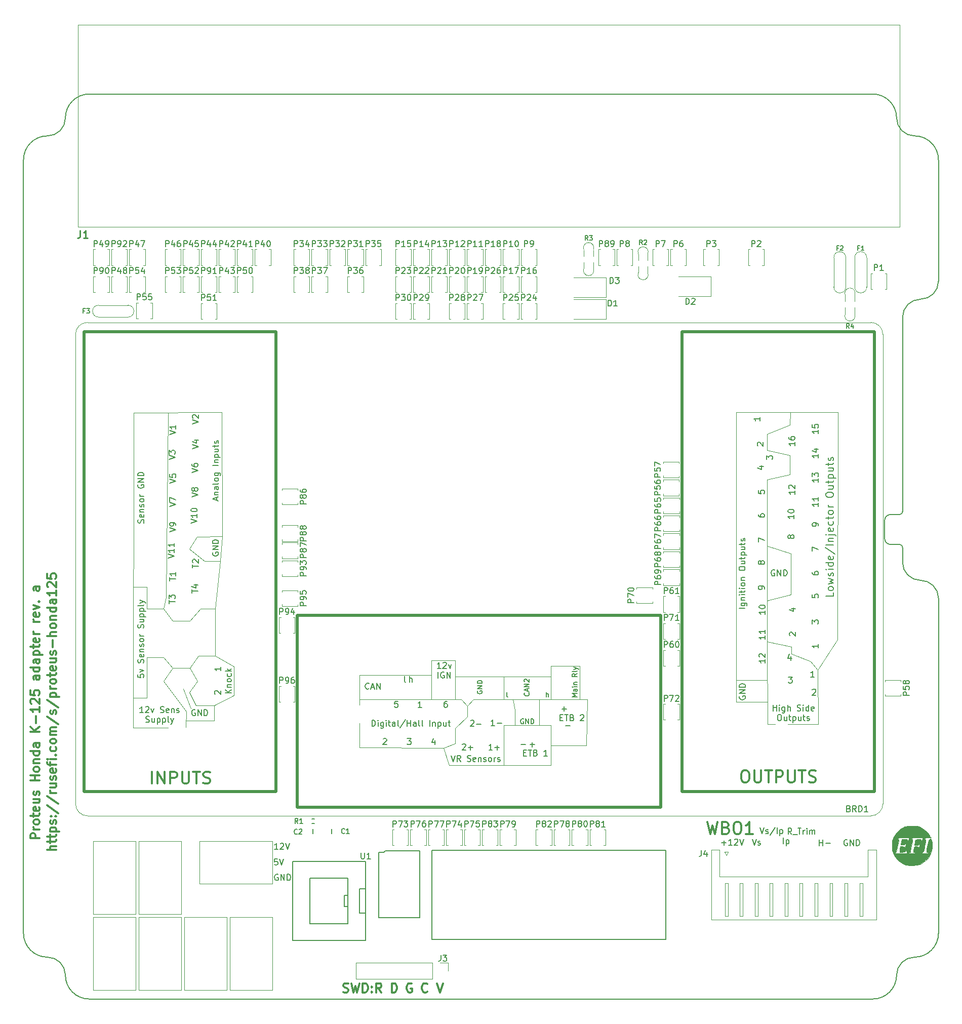
<source format=gto>
G04 #@! TF.GenerationSoftware,KiCad,Pcbnew,(5.99.0-12439-g94954386e6)*
G04 #@! TF.CreationDate,2021-10-11T23:11:19+03:00*
G04 #@! TF.ProjectId,proteus125honda,70726f74-6575-4733-9132-35686f6e6461,rev?*
G04 #@! TF.SameCoordinates,PX5a995c0PYcfb5d40*
G04 #@! TF.FileFunction,Legend,Top*
G04 #@! TF.FilePolarity,Positive*
%FSLAX46Y46*%
G04 Gerber Fmt 4.6, Leading zero omitted, Abs format (unit mm)*
G04 Created by KiCad (PCBNEW (5.99.0-12439-g94954386e6)) date 2021-10-11 23:11:19*
%MOMM*%
%LPD*%
G01*
G04 APERTURE LIST*
G04 #@! TA.AperFunction,Profile*
%ADD10C,0.200000*%
G04 #@! TD*
%ADD11C,0.150000*%
%ADD12C,0.300000*%
%ADD13C,0.304800*%
%ADD14C,0.170000*%
%ADD15C,0.127000*%
%ADD16C,0.152400*%
%ADD17C,0.139700*%
%ADD18C,0.200000*%
%ADD19C,0.254000*%
%ADD20C,0.120000*%
%ADD21C,0.203200*%
%ADD22C,0.002540*%
%ADD23C,0.099060*%
%ADD24C,0.500000*%
%ADD25C,0.100000*%
G04 APERTURE END LIST*
D10*
X4000001Y144299999D02*
G75*
G03*
X7000000Y147300000I-1J3000000D01*
G01*
X153000000Y120000000D02*
X153000000Y140300000D01*
X6999996Y3999998D02*
G75*
G03*
X10999998Y0I4000000J2D01*
G01*
X11000000Y151300000D02*
X142000000Y151300000D01*
X149000002Y7000002D02*
G75*
G03*
X153000000Y11000000I0J3999998D01*
G01*
X146500000Y76000000D02*
X145000000Y76000000D01*
X11000000Y0D02*
X142000000Y0D01*
X144000003Y76999997D02*
G75*
G03*
X145000000Y76000000I999997J0D01*
G01*
X3999996Y7000002D02*
G75*
G02*
X-2Y11000000I0J3999998D01*
G01*
X144000000Y77000000D02*
X144000000Y80000000D01*
X147000000Y114000000D02*
G75*
G02*
X150000000Y117000000I3000000J0D01*
G01*
X149000000Y7000000D02*
G75*
G03*
X146000000Y4000000I0J-3000000D01*
G01*
X6999997Y147300001D02*
G75*
G02*
X11000000Y151300000I4000001J-2D01*
G01*
X-2Y11000000D02*
X0Y140300000D01*
X146000003Y147300001D02*
G75*
G03*
X142000000Y151300000I-4000001J-2D01*
G01*
X150000000Y70000000D02*
G75*
G02*
X153000000Y67000000I0J-3000000D01*
G01*
X145000000Y81000000D02*
X146500000Y81000000D01*
X3999998Y7000000D02*
G75*
G02*
X6999998Y4000000I0J-3000000D01*
G01*
X148999999Y144299999D02*
G75*
G02*
X146000000Y147300000I1J3000000D01*
G01*
X146500001Y76000001D02*
G75*
G02*
X147000000Y75500000I-1J-500000D01*
G01*
X146500001Y81000001D02*
G75*
G03*
X147000000Y81500000I0J499999D01*
G01*
X143999997Y80000003D02*
G75*
G02*
X145000000Y81000000I1000000J-3D01*
G01*
X147000000Y81500000D02*
X147000000Y114000000D01*
X147000000Y73000000D02*
X147000000Y75500000D01*
X150000000Y117000000D02*
G75*
G03*
X153000000Y120000000I0J3000000D01*
G01*
X146000002Y3999998D02*
G75*
G02*
X142000000Y0I-4000000J2D01*
G01*
X3999999Y144299999D02*
G75*
G03*
X0Y140300000I0J-3999999D01*
G01*
X147000000Y73000000D02*
G75*
G03*
X150000000Y70000000I3000000J0D01*
G01*
X153000000Y11000000D02*
X153000000Y67000000D01*
X149000001Y144299999D02*
G75*
G02*
X153000000Y140300000I0J-3999999D01*
G01*
D11*
X42467785Y23407620D02*
X41991595Y23407620D01*
X41943976Y22931429D01*
X41991595Y22979048D01*
X42086833Y23026667D01*
X42324928Y23026667D01*
X42420166Y22979048D01*
X42467785Y22931429D01*
X42515404Y22836191D01*
X42515404Y22598096D01*
X42467785Y22502858D01*
X42420166Y22455239D01*
X42324928Y22407620D01*
X42086833Y22407620D01*
X41991595Y22455239D01*
X41943976Y22502858D01*
X42801119Y23407620D02*
X43134452Y22407620D01*
X43467785Y23407620D01*
X128433333Y27547620D02*
X128100000Y28023810D01*
X127861904Y27547620D02*
X127861904Y28547620D01*
X128242857Y28547620D01*
X128338095Y28500000D01*
X128385714Y28452381D01*
X128433333Y28357143D01*
X128433333Y28214286D01*
X128385714Y28119048D01*
X128338095Y28071429D01*
X128242857Y28023810D01*
X127861904Y28023810D01*
X128623809Y27452381D02*
X129385714Y27452381D01*
X129480952Y28547620D02*
X130052380Y28547620D01*
X129766666Y27547620D02*
X129766666Y28547620D01*
X130385714Y27547620D02*
X130385714Y28214286D01*
X130385714Y28023810D02*
X130433333Y28119048D01*
X130480952Y28166667D01*
X130576190Y28214286D01*
X130671428Y28214286D01*
X131004761Y27547620D02*
X131004761Y28214286D01*
X131004761Y28547620D02*
X130957142Y28500000D01*
X131004761Y28452381D01*
X131052380Y28500000D01*
X131004761Y28547620D01*
X131004761Y28452381D01*
X131480952Y27547620D02*
X131480952Y28214286D01*
X131480952Y28119048D02*
X131528571Y28166667D01*
X131623809Y28214286D01*
X131766666Y28214286D01*
X131861904Y28166667D01*
X131909523Y28071429D01*
X131909523Y27547620D01*
X131909523Y28071429D02*
X131957142Y28166667D01*
X132052380Y28214286D01*
X132195238Y28214286D01*
X132290476Y28166667D01*
X132338095Y28071429D01*
X132338095Y27547620D01*
X137738095Y26600000D02*
X137642857Y26647620D01*
X137500000Y26647620D01*
X137357142Y26600000D01*
X137261904Y26504762D01*
X137214285Y26409524D01*
X137166666Y26219048D01*
X137166666Y26076191D01*
X137214285Y25885715D01*
X137261904Y25790477D01*
X137357142Y25695239D01*
X137500000Y25647620D01*
X137595238Y25647620D01*
X137738095Y25695239D01*
X137785714Y25742858D01*
X137785714Y26076191D01*
X137595238Y26076191D01*
X138214285Y25647620D02*
X138214285Y26647620D01*
X138785714Y25647620D01*
X138785714Y26647620D01*
X139261904Y25647620D02*
X139261904Y26647620D01*
X139500000Y26647620D01*
X139642857Y26600000D01*
X139738095Y26504762D01*
X139785714Y26409524D01*
X139833333Y26219048D01*
X139833333Y26076191D01*
X139785714Y25885715D01*
X139738095Y25790477D01*
X139642857Y25695239D01*
X139500000Y25647620D01*
X139261904Y25647620D01*
X42559404Y25047620D02*
X41987976Y25047620D01*
X42273690Y25047620D02*
X42273690Y26047620D01*
X42178452Y25904762D01*
X42083214Y25809524D01*
X41987976Y25761905D01*
X42940357Y25952381D02*
X42987976Y26000000D01*
X43083214Y26047620D01*
X43321309Y26047620D01*
X43416547Y26000000D01*
X43464166Y25952381D01*
X43511785Y25857143D01*
X43511785Y25761905D01*
X43464166Y25619048D01*
X42892738Y25047620D01*
X43511785Y25047620D01*
X43797500Y26047620D02*
X44130833Y25047620D01*
X44464166Y26047620D01*
X127047619Y25947620D02*
X127047619Y26947620D01*
X127523809Y26614286D02*
X127523809Y25614286D01*
X127523809Y26566667D02*
X127619047Y26614286D01*
X127809523Y26614286D01*
X127904761Y26566667D01*
X127952380Y26519048D01*
X128000000Y26423810D01*
X128000000Y26138096D01*
X127952380Y26042858D01*
X127904761Y25995239D01*
X127809523Y25947620D01*
X127619047Y25947620D01*
X127523809Y25995239D01*
X121861904Y26747620D02*
X122195238Y25747620D01*
X122528571Y26747620D01*
X122814285Y25795239D02*
X122909523Y25747620D01*
X123100000Y25747620D01*
X123195238Y25795239D01*
X123242857Y25890477D01*
X123242857Y25938096D01*
X123195238Y26033334D01*
X123100000Y26080953D01*
X122957142Y26080953D01*
X122861904Y26128572D01*
X122814285Y26223810D01*
X122814285Y26271429D01*
X122861904Y26366667D01*
X122957142Y26414286D01*
X123100000Y26414286D01*
X123195238Y26366667D01*
D12*
X114342857Y29595239D02*
X114819047Y27595239D01*
X115200000Y29023810D01*
X115580952Y27595239D01*
X116057142Y29595239D01*
X117485714Y28642858D02*
X117771428Y28547620D01*
X117866666Y28452381D01*
X117961904Y28261905D01*
X117961904Y27976191D01*
X117866666Y27785715D01*
X117771428Y27690477D01*
X117580952Y27595239D01*
X116819047Y27595239D01*
X116819047Y29595239D01*
X117485714Y29595239D01*
X117676190Y29500000D01*
X117771428Y29404762D01*
X117866666Y29214286D01*
X117866666Y29023810D01*
X117771428Y28833334D01*
X117676190Y28738096D01*
X117485714Y28642858D01*
X116819047Y28642858D01*
X119200000Y29595239D02*
X119580952Y29595239D01*
X119771428Y29500000D01*
X119961904Y29309524D01*
X120057142Y28928572D01*
X120057142Y28261905D01*
X119961904Y27880953D01*
X119771428Y27690477D01*
X119580952Y27595239D01*
X119200000Y27595239D01*
X119009523Y27690477D01*
X118819047Y27880953D01*
X118723809Y28261905D01*
X118723809Y28928572D01*
X118819047Y29309524D01*
X119009523Y29500000D01*
X119200000Y29595239D01*
X121961904Y27595239D02*
X120819047Y27595239D01*
X121390476Y27595239D02*
X121390476Y29595239D01*
X121200000Y29309524D01*
X121009523Y29119048D01*
X120819047Y29023810D01*
D11*
X133095238Y25647620D02*
X133095238Y26647620D01*
X133095238Y26171429D02*
X133666666Y26171429D01*
X133666666Y25647620D02*
X133666666Y26647620D01*
X134142857Y26028572D02*
X134904761Y26028572D01*
D13*
X64929143Y2562000D02*
X64784001Y2634572D01*
X64566286Y2634572D01*
X64348572Y2562000D01*
X64203429Y2416858D01*
X64130858Y2271715D01*
X64058286Y1981429D01*
X64058286Y1763715D01*
X64130858Y1473429D01*
X64203429Y1328286D01*
X64348572Y1183143D01*
X64566286Y1110572D01*
X64711429Y1110572D01*
X64929143Y1183143D01*
X65001715Y1255715D01*
X65001715Y1763715D01*
X64711429Y1763715D01*
D12*
X5478571Y24928572D02*
X3978571Y24928572D01*
X5478571Y25571429D02*
X4692857Y25571429D01*
X4550000Y25500000D01*
X4478571Y25357143D01*
X4478571Y25142858D01*
X4550000Y25000000D01*
X4621428Y24928572D01*
X4478571Y26071429D02*
X4478571Y26642858D01*
X3978571Y26285715D02*
X5264285Y26285715D01*
X5407142Y26357143D01*
X5478571Y26500000D01*
X5478571Y26642858D01*
X4478571Y26928572D02*
X4478571Y27500000D01*
X3978571Y27142858D02*
X5264285Y27142858D01*
X5407142Y27214286D01*
X5478571Y27357143D01*
X5478571Y27500000D01*
X4478571Y28000000D02*
X5978571Y28000000D01*
X4550000Y28000000D02*
X4478571Y28142858D01*
X4478571Y28428572D01*
X4550000Y28571429D01*
X4621428Y28642858D01*
X4764285Y28714286D01*
X5192857Y28714286D01*
X5335714Y28642858D01*
X5407142Y28571429D01*
X5478571Y28428572D01*
X5478571Y28142858D01*
X5407142Y28000000D01*
X5407142Y29285715D02*
X5478571Y29428572D01*
X5478571Y29714286D01*
X5407142Y29857143D01*
X5264285Y29928572D01*
X5192857Y29928572D01*
X5050000Y29857143D01*
X4978571Y29714286D01*
X4978571Y29500000D01*
X4907142Y29357143D01*
X4764285Y29285715D01*
X4692857Y29285715D01*
X4550000Y29357143D01*
X4478571Y29500000D01*
X4478571Y29714286D01*
X4550000Y29857143D01*
X5335714Y30571429D02*
X5407142Y30642858D01*
X5478571Y30571429D01*
X5407142Y30500000D01*
X5335714Y30571429D01*
X5478571Y30571429D01*
X4550000Y30571429D02*
X4621428Y30642858D01*
X4692857Y30571429D01*
X4621428Y30500000D01*
X4550000Y30571429D01*
X4692857Y30571429D01*
X3907142Y32357143D02*
X5835714Y31071429D01*
X3907142Y33928572D02*
X5835714Y32642858D01*
X5478571Y34428572D02*
X4478571Y34428572D01*
X4764285Y34428572D02*
X4621428Y34500000D01*
X4550000Y34571429D01*
X4478571Y34714286D01*
X4478571Y34857143D01*
X4478571Y36000000D02*
X5478571Y36000000D01*
X4478571Y35357143D02*
X5264285Y35357143D01*
X5407142Y35428572D01*
X5478571Y35571429D01*
X5478571Y35785715D01*
X5407142Y35928572D01*
X5335714Y36000000D01*
X5407142Y36642858D02*
X5478571Y36785715D01*
X5478571Y37071429D01*
X5407142Y37214286D01*
X5264285Y37285715D01*
X5192857Y37285715D01*
X5050000Y37214286D01*
X4978571Y37071429D01*
X4978571Y36857143D01*
X4907142Y36714286D01*
X4764285Y36642858D01*
X4692857Y36642858D01*
X4550000Y36714286D01*
X4478571Y36857143D01*
X4478571Y37071429D01*
X4550000Y37214286D01*
X5407142Y38500000D02*
X5478571Y38357143D01*
X5478571Y38071429D01*
X5407142Y37928572D01*
X5264285Y37857143D01*
X4692857Y37857143D01*
X4550000Y37928572D01*
X4478571Y38071429D01*
X4478571Y38357143D01*
X4550000Y38500000D01*
X4692857Y38571429D01*
X4835714Y38571429D01*
X4978571Y37857143D01*
X4478571Y39000000D02*
X4478571Y39571429D01*
X5478571Y39214286D02*
X4192857Y39214286D01*
X4050000Y39285715D01*
X3978571Y39428572D01*
X3978571Y39571429D01*
X5478571Y40071429D02*
X4478571Y40071429D01*
X3978571Y40071429D02*
X4050000Y40000000D01*
X4121428Y40071429D01*
X4050000Y40142858D01*
X3978571Y40071429D01*
X4121428Y40071429D01*
X5335714Y40785715D02*
X5407142Y40857143D01*
X5478571Y40785715D01*
X5407142Y40714286D01*
X5335714Y40785715D01*
X5478571Y40785715D01*
X5407142Y42142858D02*
X5478571Y42000000D01*
X5478571Y41714286D01*
X5407142Y41571429D01*
X5335714Y41500000D01*
X5192857Y41428572D01*
X4764285Y41428572D01*
X4621428Y41500000D01*
X4550000Y41571429D01*
X4478571Y41714286D01*
X4478571Y42000000D01*
X4550000Y42142858D01*
X5478571Y43000000D02*
X5407142Y42857143D01*
X5335714Y42785715D01*
X5192857Y42714286D01*
X4764285Y42714286D01*
X4621428Y42785715D01*
X4550000Y42857143D01*
X4478571Y43000000D01*
X4478571Y43214286D01*
X4550000Y43357143D01*
X4621428Y43428572D01*
X4764285Y43500000D01*
X5192857Y43500000D01*
X5335714Y43428572D01*
X5407142Y43357143D01*
X5478571Y43214286D01*
X5478571Y43000000D01*
X5478571Y44142858D02*
X4478571Y44142858D01*
X4621428Y44142858D02*
X4550000Y44214286D01*
X4478571Y44357143D01*
X4478571Y44571429D01*
X4550000Y44714286D01*
X4692857Y44785715D01*
X5478571Y44785715D01*
X4692857Y44785715D02*
X4550000Y44857143D01*
X4478571Y45000000D01*
X4478571Y45214286D01*
X4550000Y45357143D01*
X4692857Y45428572D01*
X5478571Y45428572D01*
X3907142Y47214286D02*
X5835714Y45928572D01*
X5407142Y47642858D02*
X5478571Y47785715D01*
X5478571Y48071429D01*
X5407142Y48214286D01*
X5264285Y48285715D01*
X5192857Y48285715D01*
X5050000Y48214286D01*
X4978571Y48071429D01*
X4978571Y47857143D01*
X4907142Y47714286D01*
X4764285Y47642858D01*
X4692857Y47642858D01*
X4550000Y47714286D01*
X4478571Y47857143D01*
X4478571Y48071429D01*
X4550000Y48214286D01*
X3907142Y50000000D02*
X5835714Y48714286D01*
X4478571Y50500000D02*
X5978571Y50500000D01*
X4550000Y50500000D02*
X4478571Y50642858D01*
X4478571Y50928572D01*
X4550000Y51071429D01*
X4621428Y51142858D01*
X4764285Y51214286D01*
X5192857Y51214286D01*
X5335714Y51142858D01*
X5407142Y51071429D01*
X5478571Y50928572D01*
X5478571Y50642858D01*
X5407142Y50500000D01*
X5478571Y51857143D02*
X4478571Y51857143D01*
X4764285Y51857143D02*
X4621428Y51928572D01*
X4550000Y52000000D01*
X4478571Y52142858D01*
X4478571Y52285715D01*
X5478571Y53000000D02*
X5407142Y52857143D01*
X5335714Y52785715D01*
X5192857Y52714286D01*
X4764285Y52714286D01*
X4621428Y52785715D01*
X4550000Y52857143D01*
X4478571Y53000000D01*
X4478571Y53214286D01*
X4550000Y53357143D01*
X4621428Y53428572D01*
X4764285Y53500000D01*
X5192857Y53500000D01*
X5335714Y53428572D01*
X5407142Y53357143D01*
X5478571Y53214286D01*
X5478571Y53000000D01*
X4478571Y53928572D02*
X4478571Y54500000D01*
X3978571Y54142858D02*
X5264285Y54142858D01*
X5407142Y54214286D01*
X5478571Y54357143D01*
X5478571Y54500000D01*
X5407142Y55571429D02*
X5478571Y55428572D01*
X5478571Y55142858D01*
X5407142Y55000000D01*
X5264285Y54928572D01*
X4692857Y54928572D01*
X4550000Y55000000D01*
X4478571Y55142858D01*
X4478571Y55428572D01*
X4550000Y55571429D01*
X4692857Y55642858D01*
X4835714Y55642858D01*
X4978571Y54928572D01*
X4478571Y56928572D02*
X5478571Y56928572D01*
X4478571Y56285715D02*
X5264285Y56285715D01*
X5407142Y56357143D01*
X5478571Y56500000D01*
X5478571Y56714286D01*
X5407142Y56857143D01*
X5335714Y56928572D01*
X5407142Y57571429D02*
X5478571Y57714286D01*
X5478571Y58000000D01*
X5407142Y58142858D01*
X5264285Y58214286D01*
X5192857Y58214286D01*
X5050000Y58142858D01*
X4978571Y58000000D01*
X4978571Y57785715D01*
X4907142Y57642858D01*
X4764285Y57571429D01*
X4692857Y57571429D01*
X4550000Y57642858D01*
X4478571Y57785715D01*
X4478571Y58000000D01*
X4550000Y58142858D01*
X4907142Y58857143D02*
X4907142Y60000000D01*
X5478571Y60714286D02*
X3978571Y60714286D01*
X5478571Y61357143D02*
X4692857Y61357143D01*
X4550000Y61285715D01*
X4478571Y61142858D01*
X4478571Y60928572D01*
X4550000Y60785715D01*
X4621428Y60714286D01*
X5478571Y62285715D02*
X5407142Y62142858D01*
X5335714Y62071429D01*
X5192857Y62000000D01*
X4764285Y62000000D01*
X4621428Y62071429D01*
X4550000Y62142858D01*
X4478571Y62285715D01*
X4478571Y62500000D01*
X4550000Y62642858D01*
X4621428Y62714286D01*
X4764285Y62785715D01*
X5192857Y62785715D01*
X5335714Y62714286D01*
X5407142Y62642858D01*
X5478571Y62500000D01*
X5478571Y62285715D01*
X4478571Y63428572D02*
X5478571Y63428572D01*
X4621428Y63428572D02*
X4550000Y63500000D01*
X4478571Y63642858D01*
X4478571Y63857143D01*
X4550000Y64000000D01*
X4692857Y64071429D01*
X5478571Y64071429D01*
X5478571Y65428572D02*
X3978571Y65428572D01*
X5407142Y65428572D02*
X5478571Y65285715D01*
X5478571Y65000000D01*
X5407142Y64857143D01*
X5335714Y64785715D01*
X5192857Y64714286D01*
X4764285Y64714286D01*
X4621428Y64785715D01*
X4550000Y64857143D01*
X4478571Y65000000D01*
X4478571Y65285715D01*
X4550000Y65428572D01*
X5478571Y66785715D02*
X4692857Y66785715D01*
X4550000Y66714286D01*
X4478571Y66571429D01*
X4478571Y66285715D01*
X4550000Y66142858D01*
X5407142Y66785715D02*
X5478571Y66642858D01*
X5478571Y66285715D01*
X5407142Y66142858D01*
X5264285Y66071429D01*
X5121428Y66071429D01*
X4978571Y66142858D01*
X4907142Y66285715D01*
X4907142Y66642858D01*
X4835714Y66785715D01*
X5478571Y68285715D02*
X5478571Y67428572D01*
X5478571Y67857143D02*
X3978571Y67857143D01*
X4192857Y67714286D01*
X4335714Y67571429D01*
X4407142Y67428572D01*
X4121428Y68857143D02*
X4050000Y68928572D01*
X3978571Y69071429D01*
X3978571Y69428572D01*
X4050000Y69571429D01*
X4121428Y69642858D01*
X4264285Y69714286D01*
X4407142Y69714286D01*
X4621428Y69642858D01*
X5478571Y68785715D01*
X5478571Y69714286D01*
X3978571Y71071429D02*
X3978571Y70357143D01*
X4692857Y70285715D01*
X4621428Y70357143D01*
X4550000Y70500000D01*
X4550000Y70857143D01*
X4621428Y71000000D01*
X4692857Y71071429D01*
X4835714Y71142858D01*
X5192857Y71142858D01*
X5335714Y71071429D01*
X5407142Y71000000D01*
X5478571Y70857143D01*
X5478571Y70500000D01*
X5407142Y70357143D01*
X5335714Y70285715D01*
D11*
X123147619Y28647620D02*
X123480952Y27647620D01*
X123814285Y28647620D01*
X124100000Y27695239D02*
X124195238Y27647620D01*
X124385714Y27647620D01*
X124480952Y27695239D01*
X124528571Y27790477D01*
X124528571Y27838096D01*
X124480952Y27933334D01*
X124385714Y27980953D01*
X124242857Y27980953D01*
X124147619Y28028572D01*
X124100000Y28123810D01*
X124100000Y28171429D01*
X124147619Y28266667D01*
X124242857Y28314286D01*
X124385714Y28314286D01*
X124480952Y28266667D01*
X125671428Y28695239D02*
X124814285Y27409524D01*
X126004761Y27647620D02*
X126004761Y28647620D01*
X126480952Y28314286D02*
X126480952Y27314286D01*
X126480952Y28266667D02*
X126576190Y28314286D01*
X126766666Y28314286D01*
X126861904Y28266667D01*
X126909523Y28219048D01*
X126957142Y28123810D01*
X126957142Y27838096D01*
X126909523Y27742858D01*
X126861904Y27695239D01*
X126766666Y27647620D01*
X126576190Y27647620D01*
X126480952Y27695239D01*
D13*
X61590857Y1110572D02*
X61590857Y2634572D01*
X61953714Y2634572D01*
X62171428Y2562000D01*
X62316571Y2416858D01*
X62389142Y2271715D01*
X62461714Y1981429D01*
X62461714Y1763715D01*
X62389142Y1473429D01*
X62316571Y1328286D01*
X62171428Y1183143D01*
X61953714Y1110572D01*
X61590857Y1110572D01*
X53462857Y1183143D02*
X53680571Y1110572D01*
X54043428Y1110572D01*
X54188571Y1183143D01*
X54261142Y1255715D01*
X54333714Y1400858D01*
X54333714Y1546000D01*
X54261142Y1691143D01*
X54188571Y1763715D01*
X54043428Y1836286D01*
X53753142Y1908858D01*
X53608000Y1981429D01*
X53535428Y2054000D01*
X53462857Y2199143D01*
X53462857Y2344286D01*
X53535428Y2489429D01*
X53608000Y2562000D01*
X53753142Y2634572D01*
X54116000Y2634572D01*
X54333714Y2562000D01*
X54841714Y2634572D02*
X55204571Y1110572D01*
X55494857Y2199143D01*
X55785142Y1110572D01*
X56148000Y2634572D01*
X56728571Y1110572D02*
X56728571Y2634572D01*
X57091428Y2634572D01*
X57309142Y2562000D01*
X57454285Y2416858D01*
X57526857Y2271715D01*
X57599428Y1981429D01*
X57599428Y1763715D01*
X57526857Y1473429D01*
X57454285Y1328286D01*
X57309142Y1183143D01*
X57091428Y1110572D01*
X56728571Y1110572D01*
X58252571Y1255715D02*
X58325142Y1183143D01*
X58252571Y1110572D01*
X58180000Y1183143D01*
X58252571Y1255715D01*
X58252571Y1110572D01*
X58252571Y2054000D02*
X58325142Y1981429D01*
X58252571Y1908858D01*
X58180000Y1981429D01*
X58252571Y2054000D01*
X58252571Y1908858D01*
X59849142Y1110572D02*
X59341142Y1836286D01*
X58978285Y1110572D02*
X58978285Y2634572D01*
X59558857Y2634572D01*
X59704000Y2562000D01*
X59776571Y2489429D01*
X59849142Y2344286D01*
X59849142Y2126572D01*
X59776571Y1981429D01*
X59704000Y1908858D01*
X59558857Y1836286D01*
X58978285Y1836286D01*
D12*
X2678571Y26864286D02*
X1178571Y26864286D01*
X1178571Y27435715D01*
X1250000Y27578572D01*
X1321428Y27650000D01*
X1464285Y27721429D01*
X1678571Y27721429D01*
X1821428Y27650000D01*
X1892857Y27578572D01*
X1964285Y27435715D01*
X1964285Y26864286D01*
X2678571Y28364286D02*
X1678571Y28364286D01*
X1964285Y28364286D02*
X1821428Y28435715D01*
X1750000Y28507143D01*
X1678571Y28650000D01*
X1678571Y28792858D01*
X2678571Y29507143D02*
X2607142Y29364286D01*
X2535714Y29292858D01*
X2392857Y29221429D01*
X1964285Y29221429D01*
X1821428Y29292858D01*
X1750000Y29364286D01*
X1678571Y29507143D01*
X1678571Y29721429D01*
X1750000Y29864286D01*
X1821428Y29935715D01*
X1964285Y30007143D01*
X2392857Y30007143D01*
X2535714Y29935715D01*
X2607142Y29864286D01*
X2678571Y29721429D01*
X2678571Y29507143D01*
X1678571Y30435715D02*
X1678571Y31007143D01*
X1178571Y30650000D02*
X2464285Y30650000D01*
X2607142Y30721429D01*
X2678571Y30864286D01*
X2678571Y31007143D01*
X2607142Y32078572D02*
X2678571Y31935715D01*
X2678571Y31650000D01*
X2607142Y31507143D01*
X2464285Y31435715D01*
X1892857Y31435715D01*
X1750000Y31507143D01*
X1678571Y31650000D01*
X1678571Y31935715D01*
X1750000Y32078572D01*
X1892857Y32150000D01*
X2035714Y32150000D01*
X2178571Y31435715D01*
X1678571Y33435715D02*
X2678571Y33435715D01*
X1678571Y32792858D02*
X2464285Y32792858D01*
X2607142Y32864286D01*
X2678571Y33007143D01*
X2678571Y33221429D01*
X2607142Y33364286D01*
X2535714Y33435715D01*
X2607142Y34078572D02*
X2678571Y34221429D01*
X2678571Y34507143D01*
X2607142Y34650000D01*
X2464285Y34721429D01*
X2392857Y34721429D01*
X2250000Y34650000D01*
X2178571Y34507143D01*
X2178571Y34292858D01*
X2107142Y34150000D01*
X1964285Y34078572D01*
X1892857Y34078572D01*
X1750000Y34150000D01*
X1678571Y34292858D01*
X1678571Y34507143D01*
X1750000Y34650000D01*
X2678571Y36507143D02*
X1178571Y36507143D01*
X1892857Y36507143D02*
X1892857Y37364286D01*
X2678571Y37364286D02*
X1178571Y37364286D01*
X2678571Y38292858D02*
X2607142Y38150000D01*
X2535714Y38078572D01*
X2392857Y38007143D01*
X1964285Y38007143D01*
X1821428Y38078572D01*
X1750000Y38150000D01*
X1678571Y38292858D01*
X1678571Y38507143D01*
X1750000Y38650000D01*
X1821428Y38721429D01*
X1964285Y38792858D01*
X2392857Y38792858D01*
X2535714Y38721429D01*
X2607142Y38650000D01*
X2678571Y38507143D01*
X2678571Y38292858D01*
X1678571Y39435715D02*
X2678571Y39435715D01*
X1821428Y39435715D02*
X1750000Y39507143D01*
X1678571Y39650000D01*
X1678571Y39864286D01*
X1750000Y40007143D01*
X1892857Y40078572D01*
X2678571Y40078572D01*
X2678571Y41435715D02*
X1178571Y41435715D01*
X2607142Y41435715D02*
X2678571Y41292858D01*
X2678571Y41007143D01*
X2607142Y40864286D01*
X2535714Y40792858D01*
X2392857Y40721429D01*
X1964285Y40721429D01*
X1821428Y40792858D01*
X1750000Y40864286D01*
X1678571Y41007143D01*
X1678571Y41292858D01*
X1750000Y41435715D01*
X2678571Y42792858D02*
X1892857Y42792858D01*
X1750000Y42721429D01*
X1678571Y42578572D01*
X1678571Y42292858D01*
X1750000Y42150000D01*
X2607142Y42792858D02*
X2678571Y42650000D01*
X2678571Y42292858D01*
X2607142Y42150000D01*
X2464285Y42078572D01*
X2321428Y42078572D01*
X2178571Y42150000D01*
X2107142Y42292858D01*
X2107142Y42650000D01*
X2035714Y42792858D01*
X2678571Y44650000D02*
X1178571Y44650000D01*
X2678571Y45507143D02*
X1821428Y44864286D01*
X1178571Y45507143D02*
X2035714Y44650000D01*
X2107142Y46150000D02*
X2107142Y47292858D01*
X2678571Y48792858D02*
X2678571Y47935715D01*
X2678571Y48364286D02*
X1178571Y48364286D01*
X1392857Y48221429D01*
X1535714Y48078572D01*
X1607142Y47935715D01*
X1321428Y49364286D02*
X1250000Y49435715D01*
X1178571Y49578572D01*
X1178571Y49935715D01*
X1250000Y50078572D01*
X1321428Y50150000D01*
X1464285Y50221429D01*
X1607142Y50221429D01*
X1821428Y50150000D01*
X2678571Y49292858D01*
X2678571Y50221429D01*
X1178571Y51578572D02*
X1178571Y50864286D01*
X1892857Y50792858D01*
X1821428Y50864286D01*
X1750000Y51007143D01*
X1750000Y51364286D01*
X1821428Y51507143D01*
X1892857Y51578572D01*
X2035714Y51650000D01*
X2392857Y51650000D01*
X2535714Y51578572D01*
X2607142Y51507143D01*
X2678571Y51364286D01*
X2678571Y51007143D01*
X2607142Y50864286D01*
X2535714Y50792858D01*
X2678571Y54078572D02*
X1892857Y54078572D01*
X1750000Y54007143D01*
X1678571Y53864286D01*
X1678571Y53578572D01*
X1750000Y53435715D01*
X2607142Y54078572D02*
X2678571Y53935715D01*
X2678571Y53578572D01*
X2607142Y53435715D01*
X2464285Y53364286D01*
X2321428Y53364286D01*
X2178571Y53435715D01*
X2107142Y53578572D01*
X2107142Y53935715D01*
X2035714Y54078572D01*
X2678571Y55435715D02*
X1178571Y55435715D01*
X2607142Y55435715D02*
X2678571Y55292858D01*
X2678571Y55007143D01*
X2607142Y54864286D01*
X2535714Y54792858D01*
X2392857Y54721429D01*
X1964285Y54721429D01*
X1821428Y54792858D01*
X1750000Y54864286D01*
X1678571Y55007143D01*
X1678571Y55292858D01*
X1750000Y55435715D01*
X2678571Y56792858D02*
X1892857Y56792858D01*
X1750000Y56721429D01*
X1678571Y56578572D01*
X1678571Y56292858D01*
X1750000Y56150000D01*
X2607142Y56792858D02*
X2678571Y56650000D01*
X2678571Y56292858D01*
X2607142Y56150000D01*
X2464285Y56078572D01*
X2321428Y56078572D01*
X2178571Y56150000D01*
X2107142Y56292858D01*
X2107142Y56650000D01*
X2035714Y56792858D01*
X1678571Y57507143D02*
X3178571Y57507143D01*
X1750000Y57507143D02*
X1678571Y57650000D01*
X1678571Y57935715D01*
X1750000Y58078572D01*
X1821428Y58150000D01*
X1964285Y58221429D01*
X2392857Y58221429D01*
X2535714Y58150000D01*
X2607142Y58078572D01*
X2678571Y57935715D01*
X2678571Y57650000D01*
X2607142Y57507143D01*
X1678571Y58650000D02*
X1678571Y59221429D01*
X1178571Y58864286D02*
X2464285Y58864286D01*
X2607142Y58935715D01*
X2678571Y59078572D01*
X2678571Y59221429D01*
X2607142Y60292858D02*
X2678571Y60150000D01*
X2678571Y59864286D01*
X2607142Y59721429D01*
X2464285Y59650000D01*
X1892857Y59650000D01*
X1750000Y59721429D01*
X1678571Y59864286D01*
X1678571Y60150000D01*
X1750000Y60292858D01*
X1892857Y60364286D01*
X2035714Y60364286D01*
X2178571Y59650000D01*
X2678571Y61007143D02*
X1678571Y61007143D01*
X1964285Y61007143D02*
X1821428Y61078572D01*
X1750000Y61150000D01*
X1678571Y61292858D01*
X1678571Y61435715D01*
X2678571Y63078572D02*
X1678571Y63078572D01*
X1964285Y63078572D02*
X1821428Y63150000D01*
X1750000Y63221429D01*
X1678571Y63364286D01*
X1678571Y63507143D01*
X2607142Y64578572D02*
X2678571Y64435715D01*
X2678571Y64150000D01*
X2607142Y64007143D01*
X2464285Y63935715D01*
X1892857Y63935715D01*
X1750000Y64007143D01*
X1678571Y64150000D01*
X1678571Y64435715D01*
X1750000Y64578572D01*
X1892857Y64650000D01*
X2035714Y64650000D01*
X2178571Y63935715D01*
X1678571Y65150000D02*
X2678571Y65507143D01*
X1678571Y65864286D01*
X2535714Y66435715D02*
X2607142Y66507143D01*
X2678571Y66435715D01*
X2607142Y66364286D01*
X2535714Y66435715D01*
X2678571Y66435715D01*
X2678571Y68935715D02*
X1892857Y68935715D01*
X1750000Y68864286D01*
X1678571Y68721429D01*
X1678571Y68435715D01*
X1750000Y68292858D01*
X2607142Y68935715D02*
X2678571Y68792858D01*
X2678571Y68435715D01*
X2607142Y68292858D01*
X2464285Y68221429D01*
X2321428Y68221429D01*
X2178571Y68292858D01*
X2107142Y68435715D01*
X2107142Y68792858D01*
X2035714Y68935715D01*
D11*
X116738095Y26128572D02*
X117500000Y26128572D01*
X117119047Y25747620D02*
X117119047Y26509524D01*
X118500000Y25747620D02*
X117928571Y25747620D01*
X118214285Y25747620D02*
X118214285Y26747620D01*
X118119047Y26604762D01*
X118023809Y26509524D01*
X117928571Y26461905D01*
X118880952Y26652381D02*
X118928571Y26700000D01*
X119023809Y26747620D01*
X119261904Y26747620D01*
X119357142Y26700000D01*
X119404761Y26652381D01*
X119452380Y26557143D01*
X119452380Y26461905D01*
X119404761Y26319048D01*
X118833333Y25747620D01*
X119452380Y25747620D01*
X119738095Y26747620D02*
X120071428Y25747620D01*
X120404761Y26747620D01*
X42559404Y20800000D02*
X42464166Y20847620D01*
X42321309Y20847620D01*
X42178452Y20800000D01*
X42083214Y20704762D01*
X42035595Y20609524D01*
X41987976Y20419048D01*
X41987976Y20276191D01*
X42035595Y20085715D01*
X42083214Y19990477D01*
X42178452Y19895239D01*
X42321309Y19847620D01*
X42416547Y19847620D01*
X42559404Y19895239D01*
X42607023Y19942858D01*
X42607023Y20276191D01*
X42416547Y20276191D01*
X43035595Y19847620D02*
X43035595Y20847620D01*
X43607023Y19847620D01*
X43607023Y20847620D01*
X44083214Y19847620D02*
X44083214Y20847620D01*
X44321309Y20847620D01*
X44464166Y20800000D01*
X44559404Y20704762D01*
X44607023Y20609524D01*
X44654642Y20419048D01*
X44654642Y20276191D01*
X44607023Y20085715D01*
X44559404Y19990477D01*
X44464166Y19895239D01*
X44321309Y19847620D01*
X44083214Y19847620D01*
D13*
X67541714Y1255715D02*
X67469142Y1183143D01*
X67251428Y1110572D01*
X67106285Y1110572D01*
X66888571Y1183143D01*
X66743428Y1328286D01*
X66670857Y1473429D01*
X66598285Y1763715D01*
X66598285Y1981429D01*
X66670857Y2271715D01*
X66743428Y2416858D01*
X66888571Y2562000D01*
X67106285Y2634572D01*
X67251428Y2634572D01*
X67469142Y2562000D01*
X67541714Y2489429D01*
X69102000Y2634572D02*
X69610000Y1110572D01*
X70118000Y2634572D01*
D11*
G04 #@! TO.C,P69*
X106552379Y69285715D02*
X105552379Y69285715D01*
X105552379Y69666667D01*
X105599999Y69761905D01*
X105647618Y69809524D01*
X105742856Y69857143D01*
X105885713Y69857143D01*
X105980951Y69809524D01*
X106028570Y69761905D01*
X106076189Y69666667D01*
X106076189Y69285715D01*
X105552379Y70714286D02*
X105552379Y70523810D01*
X105599999Y70428572D01*
X105647618Y70380953D01*
X105790475Y70285715D01*
X105980951Y70238096D01*
X106361903Y70238096D01*
X106457141Y70285715D01*
X106504760Y70333334D01*
X106552379Y70428572D01*
X106552379Y70619048D01*
X106504760Y70714286D01*
X106457141Y70761905D01*
X106361903Y70809524D01*
X106123808Y70809524D01*
X106028570Y70761905D01*
X105980951Y70714286D01*
X105933332Y70619048D01*
X105933332Y70428572D01*
X105980951Y70333334D01*
X106028570Y70285715D01*
X106123808Y70238096D01*
X106552379Y71285715D02*
X106552379Y71476191D01*
X106504760Y71571429D01*
X106457141Y71619048D01*
X106314284Y71714286D01*
X106123808Y71761905D01*
X105742856Y71761905D01*
X105647618Y71714286D01*
X105599999Y71666667D01*
X105552379Y71571429D01*
X105552379Y71380953D01*
X105599999Y71285715D01*
X105647618Y71238096D01*
X105742856Y71190477D01*
X105980951Y71190477D01*
X106076189Y71238096D01*
X106123808Y71285715D01*
X106171427Y71380953D01*
X106171427Y71571429D01*
X106123808Y71666667D01*
X106076189Y71714286D01*
X105980951Y71761905D01*
G04 #@! TO.C,P12*
X71285714Y125797620D02*
X71285714Y126797620D01*
X71666666Y126797620D01*
X71761904Y126750000D01*
X71809523Y126702381D01*
X71857142Y126607143D01*
X71857142Y126464286D01*
X71809523Y126369048D01*
X71761904Y126321429D01*
X71666666Y126273810D01*
X71285714Y126273810D01*
X72809523Y125797620D02*
X72238095Y125797620D01*
X72523809Y125797620D02*
X72523809Y126797620D01*
X72428571Y126654762D01*
X72333333Y126559524D01*
X72238095Y126511905D01*
X73190476Y126702381D02*
X73238095Y126750000D01*
X73333333Y126797620D01*
X73571428Y126797620D01*
X73666666Y126750000D01*
X73714285Y126702381D01*
X73761904Y126607143D01*
X73761904Y126511905D01*
X73714285Y126369048D01*
X73142857Y125797620D01*
X73761904Y125797620D01*
G04 #@! TO.C,P51*
X29785714Y116797620D02*
X29785714Y117797620D01*
X30166666Y117797620D01*
X30261904Y117750000D01*
X30309523Y117702381D01*
X30357142Y117607143D01*
X30357142Y117464286D01*
X30309523Y117369048D01*
X30261904Y117321429D01*
X30166666Y117273810D01*
X29785714Y117273810D01*
X31261904Y117797620D02*
X30785714Y117797620D01*
X30738095Y117321429D01*
X30785714Y117369048D01*
X30880952Y117416667D01*
X31119047Y117416667D01*
X31214285Y117369048D01*
X31261904Y117321429D01*
X31309523Y117226191D01*
X31309523Y116988096D01*
X31261904Y116892858D01*
X31214285Y116845239D01*
X31119047Y116797620D01*
X30880952Y116797620D01*
X30785714Y116845239D01*
X30738095Y116892858D01*
X32261904Y116797620D02*
X31690476Y116797620D01*
X31976190Y116797620D02*
X31976190Y117797620D01*
X31880952Y117654762D01*
X31785714Y117559524D01*
X31690476Y117511905D01*
G04 #@! TO.C,D2*
X110761905Y116147620D02*
X110761905Y117147620D01*
X111000001Y117147620D01*
X111142858Y117100000D01*
X111238096Y117004762D01*
X111285715Y116909524D01*
X111333334Y116719048D01*
X111333334Y116576191D01*
X111285715Y116385715D01*
X111238096Y116290477D01*
X111142858Y116195239D01*
X111000001Y116147620D01*
X110761905Y116147620D01*
X111714286Y117052381D02*
X111761905Y117100000D01*
X111857143Y117147620D01*
X112095239Y117147620D01*
X112190477Y117100000D01*
X112238096Y117052381D01*
X112285715Y116957143D01*
X112285715Y116861905D01*
X112238096Y116719048D01*
X111666667Y116147620D01*
X112285715Y116147620D01*
G04 #@! TO.C,P86*
X47252379Y82785715D02*
X46252379Y82785715D01*
X46252379Y83166667D01*
X46299999Y83261905D01*
X46347618Y83309524D01*
X46442856Y83357143D01*
X46585713Y83357143D01*
X46680951Y83309524D01*
X46728570Y83261905D01*
X46776189Y83166667D01*
X46776189Y82785715D01*
X46680951Y83928572D02*
X46633332Y83833334D01*
X46585713Y83785715D01*
X46490475Y83738096D01*
X46442856Y83738096D01*
X46347618Y83785715D01*
X46299999Y83833334D01*
X46252379Y83928572D01*
X46252379Y84119048D01*
X46299999Y84214286D01*
X46347618Y84261905D01*
X46442856Y84309524D01*
X46490475Y84309524D01*
X46585713Y84261905D01*
X46633332Y84214286D01*
X46680951Y84119048D01*
X46680951Y83928572D01*
X46728570Y83833334D01*
X46776189Y83785715D01*
X46871427Y83738096D01*
X47061903Y83738096D01*
X47157141Y83785715D01*
X47204760Y83833334D01*
X47252379Y83928572D01*
X47252379Y84119048D01*
X47204760Y84214286D01*
X47157141Y84261905D01*
X47061903Y84309524D01*
X46871427Y84309524D01*
X46776189Y84261905D01*
X46728570Y84214286D01*
X46680951Y84119048D01*
X46252379Y85166667D02*
X46252379Y84976191D01*
X46299999Y84880953D01*
X46347618Y84833334D01*
X46490475Y84738096D01*
X46680951Y84690477D01*
X47061903Y84690477D01*
X47157141Y84738096D01*
X47204760Y84785715D01*
X47252379Y84880953D01*
X47252379Y85071429D01*
X47204760Y85166667D01*
X47157141Y85214286D01*
X47061903Y85261905D01*
X46823808Y85261905D01*
X46728570Y85214286D01*
X46680951Y85166667D01*
X46633332Y85071429D01*
X46633332Y84880953D01*
X46680951Y84785715D01*
X46728570Y84738096D01*
X46823808Y84690477D01*
G04 #@! TO.C,P32*
X51285714Y125797620D02*
X51285714Y126797620D01*
X51666666Y126797620D01*
X51761904Y126750000D01*
X51809523Y126702381D01*
X51857142Y126607143D01*
X51857142Y126464286D01*
X51809523Y126369048D01*
X51761904Y126321429D01*
X51666666Y126273810D01*
X51285714Y126273810D01*
X52190476Y126797620D02*
X52809523Y126797620D01*
X52476190Y126416667D01*
X52619047Y126416667D01*
X52714285Y126369048D01*
X52761904Y126321429D01*
X52809523Y126226191D01*
X52809523Y125988096D01*
X52761904Y125892858D01*
X52714285Y125845239D01*
X52619047Y125797620D01*
X52333333Y125797620D01*
X52238095Y125845239D01*
X52190476Y125892858D01*
X53190476Y126702381D02*
X53238095Y126750000D01*
X53333333Y126797620D01*
X53571428Y126797620D01*
X53666666Y126750000D01*
X53714285Y126702381D01*
X53761904Y126607143D01*
X53761904Y126511905D01*
X53714285Y126369048D01*
X53142857Y125797620D01*
X53761904Y125797620D01*
G04 #@! TO.C,P79*
X79785714Y28797620D02*
X79785714Y29797620D01*
X80166666Y29797620D01*
X80261904Y29750000D01*
X80309523Y29702381D01*
X80357142Y29607143D01*
X80357142Y29464286D01*
X80309523Y29369048D01*
X80261904Y29321429D01*
X80166666Y29273810D01*
X79785714Y29273810D01*
X80690476Y29797620D02*
X81357142Y29797620D01*
X80928571Y28797620D01*
X81785714Y28797620D02*
X81976190Y28797620D01*
X82071428Y28845239D01*
X82119047Y28892858D01*
X82214285Y29035715D01*
X82261904Y29226191D01*
X82261904Y29607143D01*
X82214285Y29702381D01*
X82166666Y29750000D01*
X82071428Y29797620D01*
X81880952Y29797620D01*
X81785714Y29750000D01*
X81738095Y29702381D01*
X81690476Y29607143D01*
X81690476Y29369048D01*
X81738095Y29273810D01*
X81785714Y29226191D01*
X81880952Y29178572D01*
X82071428Y29178572D01*
X82166666Y29226191D01*
X82214285Y29273810D01*
X82261904Y29369048D01*
G04 #@! TO.C,P40*
X38785714Y125797620D02*
X38785714Y126797620D01*
X39166666Y126797620D01*
X39261904Y126750000D01*
X39309523Y126702381D01*
X39357142Y126607143D01*
X39357142Y126464286D01*
X39309523Y126369048D01*
X39261904Y126321429D01*
X39166666Y126273810D01*
X38785714Y126273810D01*
X40214285Y126464286D02*
X40214285Y125797620D01*
X39976190Y126845239D02*
X39738095Y126130953D01*
X40357142Y126130953D01*
X40928571Y126797620D02*
X41023809Y126797620D01*
X41119047Y126750000D01*
X41166666Y126702381D01*
X41214285Y126607143D01*
X41261904Y126416667D01*
X41261904Y126178572D01*
X41214285Y125988096D01*
X41166666Y125892858D01*
X41119047Y125845239D01*
X41023809Y125797620D01*
X40928571Y125797620D01*
X40833333Y125845239D01*
X40785714Y125892858D01*
X40738095Y125988096D01*
X40690476Y126178572D01*
X40690476Y126416667D01*
X40738095Y126607143D01*
X40785714Y126702381D01*
X40833333Y126750000D01*
X40928571Y126797620D01*
D14*
G04 #@! TO.C,R1*
X45890323Y29376047D02*
X45616990Y29766523D01*
X45421752Y29376047D02*
X45421752Y30196047D01*
X45734133Y30196047D01*
X45812228Y30156999D01*
X45851275Y30117952D01*
X45890323Y30039857D01*
X45890323Y29922714D01*
X45851275Y29844619D01*
X45812228Y29805571D01*
X45734133Y29766523D01*
X45421752Y29766523D01*
X46671275Y29376047D02*
X46202704Y29376047D01*
X46436990Y29376047D02*
X46436990Y30196047D01*
X46358894Y30078904D01*
X46280799Y30000809D01*
X46202704Y29961761D01*
D11*
G04 #@! TO.C,P80*
X91785714Y28797620D02*
X91785714Y29797620D01*
X92166666Y29797620D01*
X92261904Y29750000D01*
X92309523Y29702381D01*
X92357142Y29607143D01*
X92357142Y29464286D01*
X92309523Y29369048D01*
X92261904Y29321429D01*
X92166666Y29273810D01*
X91785714Y29273810D01*
X92928571Y29369048D02*
X92833333Y29416667D01*
X92785714Y29464286D01*
X92738095Y29559524D01*
X92738095Y29607143D01*
X92785714Y29702381D01*
X92833333Y29750000D01*
X92928571Y29797620D01*
X93119047Y29797620D01*
X93214285Y29750000D01*
X93261904Y29702381D01*
X93309523Y29607143D01*
X93309523Y29559524D01*
X93261904Y29464286D01*
X93214285Y29416667D01*
X93119047Y29369048D01*
X92928571Y29369048D01*
X92833333Y29321429D01*
X92785714Y29273810D01*
X92738095Y29178572D01*
X92738095Y28988096D01*
X92785714Y28892858D01*
X92833333Y28845239D01*
X92928571Y28797620D01*
X93119047Y28797620D01*
X93214285Y28845239D01*
X93261904Y28892858D01*
X93309523Y28988096D01*
X93309523Y29178572D01*
X93261904Y29273810D01*
X93214285Y29321429D01*
X93119047Y29369048D01*
X93928571Y29797620D02*
X94023809Y29797620D01*
X94119047Y29750000D01*
X94166666Y29702381D01*
X94214285Y29607143D01*
X94261904Y29416667D01*
X94261904Y29178572D01*
X94214285Y28988096D01*
X94166666Y28892858D01*
X94119047Y28845239D01*
X94023809Y28797620D01*
X93928571Y28797620D01*
X93833333Y28845239D01*
X93785714Y28892858D01*
X93738095Y28988096D01*
X93690476Y29178572D01*
X93690476Y29416667D01*
X93738095Y29607143D01*
X93785714Y29702381D01*
X93833333Y29750000D01*
X93928571Y29797620D01*
G04 #@! TO.C,P50*
X35785714Y121297620D02*
X35785714Y122297620D01*
X36166666Y122297620D01*
X36261904Y122250000D01*
X36309523Y122202381D01*
X36357142Y122107143D01*
X36357142Y121964286D01*
X36309523Y121869048D01*
X36261904Y121821429D01*
X36166666Y121773810D01*
X35785714Y121773810D01*
X37261904Y122297620D02*
X36785714Y122297620D01*
X36738095Y121821429D01*
X36785714Y121869048D01*
X36880952Y121916667D01*
X37119047Y121916667D01*
X37214285Y121869048D01*
X37261904Y121821429D01*
X37309523Y121726191D01*
X37309523Y121488096D01*
X37261904Y121392858D01*
X37214285Y121345239D01*
X37119047Y121297620D01*
X36880952Y121297620D01*
X36785714Y121345239D01*
X36738095Y121392858D01*
X37928571Y122297620D02*
X38023809Y122297620D01*
X38119047Y122250000D01*
X38166666Y122202381D01*
X38214285Y122107143D01*
X38261904Y121916667D01*
X38261904Y121678572D01*
X38214285Y121488096D01*
X38166666Y121392858D01*
X38119047Y121345239D01*
X38023809Y121297620D01*
X37928571Y121297620D01*
X37833333Y121345239D01*
X37785714Y121392858D01*
X37738095Y121488096D01*
X37690476Y121678572D01*
X37690476Y121916667D01*
X37738095Y122107143D01*
X37785714Y122202381D01*
X37833333Y122250000D01*
X37928571Y122297620D01*
G04 #@! TO.C,P24*
X83285714Y116797620D02*
X83285714Y117797620D01*
X83666666Y117797620D01*
X83761904Y117750000D01*
X83809523Y117702381D01*
X83857142Y117607143D01*
X83857142Y117464286D01*
X83809523Y117369048D01*
X83761904Y117321429D01*
X83666666Y117273810D01*
X83285714Y117273810D01*
X84238095Y117702381D02*
X84285714Y117750000D01*
X84380952Y117797620D01*
X84619047Y117797620D01*
X84714285Y117750000D01*
X84761904Y117702381D01*
X84809523Y117607143D01*
X84809523Y117511905D01*
X84761904Y117369048D01*
X84190476Y116797620D01*
X84809523Y116797620D01*
X85666666Y117464286D02*
X85666666Y116797620D01*
X85428571Y117845239D02*
X85190476Y117130953D01*
X85809523Y117130953D01*
D15*
G04 #@! TO.C,F2*
X136246000Y125554429D02*
X135992000Y125554429D01*
X135992000Y125155286D02*
X135992000Y125917286D01*
X136354857Y125917286D01*
X136608857Y125844715D02*
X136645142Y125881000D01*
X136717714Y125917286D01*
X136899142Y125917286D01*
X136971714Y125881000D01*
X137008000Y125844715D01*
X137044285Y125772143D01*
X137044285Y125699572D01*
X137008000Y125590715D01*
X136572571Y125155286D01*
X137044285Y125155286D01*
D11*
G04 #@! TO.C,P71*
X107135713Y63297620D02*
X107135713Y64297620D01*
X107516665Y64297620D01*
X107611903Y64250000D01*
X107659522Y64202381D01*
X107707141Y64107143D01*
X107707141Y63964286D01*
X107659522Y63869048D01*
X107611903Y63821429D01*
X107516665Y63773810D01*
X107135713Y63773810D01*
X108040475Y64297620D02*
X108707141Y64297620D01*
X108278570Y63297620D01*
X109611903Y63297620D02*
X109040475Y63297620D01*
X109326189Y63297620D02*
X109326189Y64297620D01*
X109230951Y64154762D01*
X109135713Y64059524D01*
X109040475Y64011905D01*
G04 #@! TO.C,P60*
X107135713Y58797620D02*
X107135713Y59797620D01*
X107516665Y59797620D01*
X107611903Y59750000D01*
X107659522Y59702381D01*
X107707141Y59607143D01*
X107707141Y59464286D01*
X107659522Y59369048D01*
X107611903Y59321429D01*
X107516665Y59273810D01*
X107135713Y59273810D01*
X108564284Y59797620D02*
X108373808Y59797620D01*
X108278570Y59750000D01*
X108230951Y59702381D01*
X108135713Y59559524D01*
X108088094Y59369048D01*
X108088094Y58988096D01*
X108135713Y58892858D01*
X108183332Y58845239D01*
X108278570Y58797620D01*
X108469046Y58797620D01*
X108564284Y58845239D01*
X108611903Y58892858D01*
X108659522Y58988096D01*
X108659522Y59226191D01*
X108611903Y59321429D01*
X108564284Y59369048D01*
X108469046Y59416667D01*
X108278570Y59416667D01*
X108183332Y59369048D01*
X108135713Y59321429D01*
X108088094Y59226191D01*
X109278570Y59797620D02*
X109373808Y59797620D01*
X109469046Y59750000D01*
X109516665Y59702381D01*
X109564284Y59607143D01*
X109611903Y59416667D01*
X109611903Y59178572D01*
X109564284Y58988096D01*
X109516665Y58892858D01*
X109469046Y58845239D01*
X109373808Y58797620D01*
X109278570Y58797620D01*
X109183332Y58845239D01*
X109135713Y58892858D01*
X109088094Y58988096D01*
X109040475Y59178572D01*
X109040475Y59416667D01*
X109088094Y59607143D01*
X109135713Y59702381D01*
X109183332Y59750000D01*
X109278570Y59797620D01*
G04 #@! TO.C,P83*
X76785714Y28797620D02*
X76785714Y29797620D01*
X77166666Y29797620D01*
X77261904Y29750000D01*
X77309523Y29702381D01*
X77357142Y29607143D01*
X77357142Y29464286D01*
X77309523Y29369048D01*
X77261904Y29321429D01*
X77166666Y29273810D01*
X76785714Y29273810D01*
X77928571Y29369048D02*
X77833333Y29416667D01*
X77785714Y29464286D01*
X77738095Y29559524D01*
X77738095Y29607143D01*
X77785714Y29702381D01*
X77833333Y29750000D01*
X77928571Y29797620D01*
X78119047Y29797620D01*
X78214285Y29750000D01*
X78261904Y29702381D01*
X78309523Y29607143D01*
X78309523Y29559524D01*
X78261904Y29464286D01*
X78214285Y29416667D01*
X78119047Y29369048D01*
X77928571Y29369048D01*
X77833333Y29321429D01*
X77785714Y29273810D01*
X77738095Y29178572D01*
X77738095Y28988096D01*
X77785714Y28892858D01*
X77833333Y28845239D01*
X77928571Y28797620D01*
X78119047Y28797620D01*
X78214285Y28845239D01*
X78261904Y28892858D01*
X78309523Y28988096D01*
X78309523Y29178572D01*
X78261904Y29273810D01*
X78214285Y29321429D01*
X78119047Y29369048D01*
X78642857Y29797620D02*
X79261904Y29797620D01*
X78928571Y29416667D01*
X79071428Y29416667D01*
X79166666Y29369048D01*
X79214285Y29321429D01*
X79261904Y29226191D01*
X79261904Y28988096D01*
X79214285Y28892858D01*
X79166666Y28845239D01*
X79071428Y28797620D01*
X78785714Y28797620D01*
X78690476Y28845239D01*
X78642857Y28892858D01*
G04 #@! TO.C,P16*
X83285714Y121297620D02*
X83285714Y122297620D01*
X83666666Y122297620D01*
X83761904Y122250000D01*
X83809523Y122202381D01*
X83857142Y122107143D01*
X83857142Y121964286D01*
X83809523Y121869048D01*
X83761904Y121821429D01*
X83666666Y121773810D01*
X83285714Y121773810D01*
X84809523Y121297620D02*
X84238095Y121297620D01*
X84523809Y121297620D02*
X84523809Y122297620D01*
X84428571Y122154762D01*
X84333333Y122059524D01*
X84238095Y122011905D01*
X85666666Y122297620D02*
X85476190Y122297620D01*
X85380952Y122250000D01*
X85333333Y122202381D01*
X85238095Y122059524D01*
X85190476Y121869048D01*
X85190476Y121488096D01*
X85238095Y121392858D01*
X85285714Y121345239D01*
X85380952Y121297620D01*
X85571428Y121297620D01*
X85666666Y121345239D01*
X85714285Y121392858D01*
X85761904Y121488096D01*
X85761904Y121726191D01*
X85714285Y121821429D01*
X85666666Y121869048D01*
X85571428Y121916667D01*
X85380952Y121916667D01*
X85285714Y121869048D01*
X85238095Y121821429D01*
X85190476Y121726191D01*
G04 #@! TO.C,P11*
X74285714Y125797620D02*
X74285714Y126797620D01*
X74666666Y126797620D01*
X74761904Y126750000D01*
X74809523Y126702381D01*
X74857142Y126607143D01*
X74857142Y126464286D01*
X74809523Y126369048D01*
X74761904Y126321429D01*
X74666666Y126273810D01*
X74285714Y126273810D01*
X75809523Y125797620D02*
X75238095Y125797620D01*
X75523809Y125797620D02*
X75523809Y126797620D01*
X75428571Y126654762D01*
X75333333Y126559524D01*
X75238095Y126511905D01*
X76761904Y125797620D02*
X76190476Y125797620D01*
X76476190Y125797620D02*
X76476190Y126797620D01*
X76380952Y126654762D01*
X76285714Y126559524D01*
X76190476Y126511905D01*
G04 #@! TO.C,P65*
X106552379Y81285715D02*
X105552379Y81285715D01*
X105552379Y81666667D01*
X105599999Y81761905D01*
X105647618Y81809524D01*
X105742856Y81857143D01*
X105885713Y81857143D01*
X105980951Y81809524D01*
X106028570Y81761905D01*
X106076189Y81666667D01*
X106076189Y81285715D01*
X105552379Y82714286D02*
X105552379Y82523810D01*
X105599999Y82428572D01*
X105647618Y82380953D01*
X105790475Y82285715D01*
X105980951Y82238096D01*
X106361903Y82238096D01*
X106457141Y82285715D01*
X106504760Y82333334D01*
X106552379Y82428572D01*
X106552379Y82619048D01*
X106504760Y82714286D01*
X106457141Y82761905D01*
X106361903Y82809524D01*
X106123808Y82809524D01*
X106028570Y82761905D01*
X105980951Y82714286D01*
X105933332Y82619048D01*
X105933332Y82428572D01*
X105980951Y82333334D01*
X106028570Y82285715D01*
X106123808Y82238096D01*
X105552379Y83714286D02*
X105552379Y83238096D01*
X106028570Y83190477D01*
X105980951Y83238096D01*
X105933332Y83333334D01*
X105933332Y83571429D01*
X105980951Y83666667D01*
X106028570Y83714286D01*
X106123808Y83761905D01*
X106361903Y83761905D01*
X106457141Y83714286D01*
X106504760Y83666667D01*
X106552379Y83571429D01*
X106552379Y83333334D01*
X106504760Y83238096D01*
X106457141Y83190477D01*
G04 #@! TO.C,P19*
X74285714Y121297620D02*
X74285714Y122297620D01*
X74666666Y122297620D01*
X74761904Y122250000D01*
X74809523Y122202381D01*
X74857142Y122107143D01*
X74857142Y121964286D01*
X74809523Y121869048D01*
X74761904Y121821429D01*
X74666666Y121773810D01*
X74285714Y121773810D01*
X75809523Y121297620D02*
X75238095Y121297620D01*
X75523809Y121297620D02*
X75523809Y122297620D01*
X75428571Y122154762D01*
X75333333Y122059524D01*
X75238095Y122011905D01*
X76285714Y121297620D02*
X76476190Y121297620D01*
X76571428Y121345239D01*
X76619047Y121392858D01*
X76714285Y121535715D01*
X76761904Y121726191D01*
X76761904Y122107143D01*
X76714285Y122202381D01*
X76666666Y122250000D01*
X76571428Y122297620D01*
X76380952Y122297620D01*
X76285714Y122250000D01*
X76238095Y122202381D01*
X76190476Y122107143D01*
X76190476Y121869048D01*
X76238095Y121773810D01*
X76285714Y121726191D01*
X76380952Y121678572D01*
X76571428Y121678572D01*
X76666666Y121726191D01*
X76714285Y121773810D01*
X76761904Y121869048D01*
G04 #@! TO.C,P78*
X88785714Y28797620D02*
X88785714Y29797620D01*
X89166666Y29797620D01*
X89261904Y29750000D01*
X89309523Y29702381D01*
X89357142Y29607143D01*
X89357142Y29464286D01*
X89309523Y29369048D01*
X89261904Y29321429D01*
X89166666Y29273810D01*
X88785714Y29273810D01*
X89690476Y29797620D02*
X90357142Y29797620D01*
X89928571Y28797620D01*
X90880952Y29369048D02*
X90785714Y29416667D01*
X90738095Y29464286D01*
X90690476Y29559524D01*
X90690476Y29607143D01*
X90738095Y29702381D01*
X90785714Y29750000D01*
X90880952Y29797620D01*
X91071428Y29797620D01*
X91166666Y29750000D01*
X91214285Y29702381D01*
X91261904Y29607143D01*
X91261904Y29559524D01*
X91214285Y29464286D01*
X91166666Y29416667D01*
X91071428Y29369048D01*
X90880952Y29369048D01*
X90785714Y29321429D01*
X90738095Y29273810D01*
X90690476Y29178572D01*
X90690476Y28988096D01*
X90738095Y28892858D01*
X90785714Y28845239D01*
X90880952Y28797620D01*
X91071428Y28797620D01*
X91166666Y28845239D01*
X91214285Y28892858D01*
X91261904Y28988096D01*
X91261904Y29178572D01*
X91214285Y29273810D01*
X91166666Y29321429D01*
X91071428Y29369048D01*
G04 #@! TO.C,P66*
X106552379Y78285715D02*
X105552379Y78285715D01*
X105552379Y78666667D01*
X105599999Y78761905D01*
X105647618Y78809524D01*
X105742856Y78857143D01*
X105885713Y78857143D01*
X105980951Y78809524D01*
X106028570Y78761905D01*
X106076189Y78666667D01*
X106076189Y78285715D01*
X105552379Y79714286D02*
X105552379Y79523810D01*
X105599999Y79428572D01*
X105647618Y79380953D01*
X105790475Y79285715D01*
X105980951Y79238096D01*
X106361903Y79238096D01*
X106457141Y79285715D01*
X106504760Y79333334D01*
X106552379Y79428572D01*
X106552379Y79619048D01*
X106504760Y79714286D01*
X106457141Y79761905D01*
X106361903Y79809524D01*
X106123808Y79809524D01*
X106028570Y79761905D01*
X105980951Y79714286D01*
X105933332Y79619048D01*
X105933332Y79428572D01*
X105980951Y79333334D01*
X106028570Y79285715D01*
X106123808Y79238096D01*
X105552379Y80666667D02*
X105552379Y80476191D01*
X105599999Y80380953D01*
X105647618Y80333334D01*
X105790475Y80238096D01*
X105980951Y80190477D01*
X106361903Y80190477D01*
X106457141Y80238096D01*
X106504760Y80285715D01*
X106552379Y80380953D01*
X106552379Y80571429D01*
X106504760Y80666667D01*
X106457141Y80714286D01*
X106361903Y80761905D01*
X106123808Y80761905D01*
X106028570Y80714286D01*
X105980951Y80666667D01*
X105933332Y80571429D01*
X105933332Y80380953D01*
X105980951Y80285715D01*
X106028570Y80238096D01*
X106123808Y80190477D01*
G04 #@! TO.C,P21*
X68285714Y121297620D02*
X68285714Y122297620D01*
X68666666Y122297620D01*
X68761904Y122250000D01*
X68809523Y122202381D01*
X68857142Y122107143D01*
X68857142Y121964286D01*
X68809523Y121869048D01*
X68761904Y121821429D01*
X68666666Y121773810D01*
X68285714Y121773810D01*
X69238095Y122202381D02*
X69285714Y122250000D01*
X69380952Y122297620D01*
X69619047Y122297620D01*
X69714285Y122250000D01*
X69761904Y122202381D01*
X69809523Y122107143D01*
X69809523Y122011905D01*
X69761904Y121869048D01*
X69190476Y121297620D01*
X69809523Y121297620D01*
X70761904Y121297620D02*
X70190476Y121297620D01*
X70476190Y121297620D02*
X70476190Y122297620D01*
X70380952Y122154762D01*
X70285714Y122059524D01*
X70190476Y122011905D01*
G04 #@! TO.C,P1*
X142261904Y121797620D02*
X142261904Y122797620D01*
X142642857Y122797620D01*
X142738095Y122750000D01*
X142785714Y122702381D01*
X142833333Y122607143D01*
X142833333Y122464286D01*
X142785714Y122369048D01*
X142738095Y122321429D01*
X142642857Y122273810D01*
X142261904Y122273810D01*
X143785714Y121797620D02*
X143214285Y121797620D01*
X143500000Y121797620D02*
X143500000Y122797620D01*
X143404761Y122654762D01*
X143309523Y122559524D01*
X143214285Y122511905D01*
G04 #@! TO.C,P82*
X85785714Y28797620D02*
X85785714Y29797620D01*
X86166666Y29797620D01*
X86261904Y29750000D01*
X86309523Y29702381D01*
X86357142Y29607143D01*
X86357142Y29464286D01*
X86309523Y29369048D01*
X86261904Y29321429D01*
X86166666Y29273810D01*
X85785714Y29273810D01*
X86928571Y29369048D02*
X86833333Y29416667D01*
X86785714Y29464286D01*
X86738095Y29559524D01*
X86738095Y29607143D01*
X86785714Y29702381D01*
X86833333Y29750000D01*
X86928571Y29797620D01*
X87119047Y29797620D01*
X87214285Y29750000D01*
X87261904Y29702381D01*
X87309523Y29607143D01*
X87309523Y29559524D01*
X87261904Y29464286D01*
X87214285Y29416667D01*
X87119047Y29369048D01*
X86928571Y29369048D01*
X86833333Y29321429D01*
X86785714Y29273810D01*
X86738095Y29178572D01*
X86738095Y28988096D01*
X86785714Y28892858D01*
X86833333Y28845239D01*
X86928571Y28797620D01*
X87119047Y28797620D01*
X87214285Y28845239D01*
X87261904Y28892858D01*
X87309523Y28988096D01*
X87309523Y29178572D01*
X87261904Y29273810D01*
X87214285Y29321429D01*
X87119047Y29369048D01*
X87690476Y29702381D02*
X87738095Y29750000D01*
X87833333Y29797620D01*
X88071428Y29797620D01*
X88166666Y29750000D01*
X88214285Y29702381D01*
X88261904Y29607143D01*
X88261904Y29511905D01*
X88214285Y29369048D01*
X87642857Y28797620D01*
X88261904Y28797620D01*
G04 #@! TO.C,P38*
X45285714Y121297620D02*
X45285714Y122297620D01*
X45666666Y122297620D01*
X45761904Y122250000D01*
X45809523Y122202381D01*
X45857142Y122107143D01*
X45857142Y121964286D01*
X45809523Y121869048D01*
X45761904Y121821429D01*
X45666666Y121773810D01*
X45285714Y121773810D01*
X46190476Y122297620D02*
X46809523Y122297620D01*
X46476190Y121916667D01*
X46619047Y121916667D01*
X46714285Y121869048D01*
X46761904Y121821429D01*
X46809523Y121726191D01*
X46809523Y121488096D01*
X46761904Y121392858D01*
X46714285Y121345239D01*
X46619047Y121297620D01*
X46333333Y121297620D01*
X46238095Y121345239D01*
X46190476Y121392858D01*
X47380952Y121869048D02*
X47285714Y121916667D01*
X47238095Y121964286D01*
X47190476Y122059524D01*
X47190476Y122107143D01*
X47238095Y122202381D01*
X47285714Y122250000D01*
X47380952Y122297620D01*
X47571428Y122297620D01*
X47666666Y122250000D01*
X47714285Y122202381D01*
X47761904Y122107143D01*
X47761904Y122059524D01*
X47714285Y121964286D01*
X47666666Y121916667D01*
X47571428Y121869048D01*
X47380952Y121869048D01*
X47285714Y121821429D01*
X47238095Y121773810D01*
X47190476Y121678572D01*
X47190476Y121488096D01*
X47238095Y121392858D01*
X47285714Y121345239D01*
X47380952Y121297620D01*
X47571428Y121297620D01*
X47666666Y121345239D01*
X47714285Y121392858D01*
X47761904Y121488096D01*
X47761904Y121678572D01*
X47714285Y121773810D01*
X47666666Y121821429D01*
X47571428Y121869048D01*
G04 #@! TO.C,P94*
X42835713Y64297620D02*
X42835713Y65297620D01*
X43216665Y65297620D01*
X43311903Y65250000D01*
X43359522Y65202381D01*
X43407141Y65107143D01*
X43407141Y64964286D01*
X43359522Y64869048D01*
X43311903Y64821429D01*
X43216665Y64773810D01*
X42835713Y64773810D01*
X43883332Y64297620D02*
X44073808Y64297620D01*
X44169046Y64345239D01*
X44216665Y64392858D01*
X44311903Y64535715D01*
X44359522Y64726191D01*
X44359522Y65107143D01*
X44311903Y65202381D01*
X44264284Y65250000D01*
X44169046Y65297620D01*
X43978570Y65297620D01*
X43883332Y65250000D01*
X43835713Y65202381D01*
X43788094Y65107143D01*
X43788094Y64869048D01*
X43835713Y64773810D01*
X43883332Y64726191D01*
X43978570Y64678572D01*
X44169046Y64678572D01*
X44264284Y64726191D01*
X44311903Y64773810D01*
X44359522Y64869048D01*
X45216665Y64964286D02*
X45216665Y64297620D01*
X44978570Y65345239D02*
X44740475Y64630953D01*
X45359522Y64630953D01*
D15*
G04 #@! TO.C,F1*
X139746000Y125554429D02*
X139492000Y125554429D01*
X139492000Y125155286D02*
X139492000Y125917286D01*
X139854857Y125917286D01*
X140544285Y125155286D02*
X140108857Y125155286D01*
X140326571Y125155286D02*
X140326571Y125917286D01*
X140254000Y125808429D01*
X140181428Y125735858D01*
X140108857Y125699572D01*
D11*
G04 #@! TO.C,P73*
X61785714Y28797620D02*
X61785714Y29797620D01*
X62166666Y29797620D01*
X62261904Y29750000D01*
X62309523Y29702381D01*
X62357142Y29607143D01*
X62357142Y29464286D01*
X62309523Y29369048D01*
X62261904Y29321429D01*
X62166666Y29273810D01*
X61785714Y29273810D01*
X62690476Y29797620D02*
X63357142Y29797620D01*
X62928571Y28797620D01*
X63642857Y29797620D02*
X64261904Y29797620D01*
X63928571Y29416667D01*
X64071428Y29416667D01*
X64166666Y29369048D01*
X64214285Y29321429D01*
X64261904Y29226191D01*
X64261904Y28988096D01*
X64214285Y28892858D01*
X64166666Y28845239D01*
X64071428Y28797620D01*
X63785714Y28797620D01*
X63690476Y28845239D01*
X63642857Y28892858D01*
D15*
G04 #@! TO.C,R2*
X103473000Y126155286D02*
X103219000Y126518143D01*
X103037571Y126155286D02*
X103037571Y126917286D01*
X103327857Y126917286D01*
X103400428Y126881000D01*
X103436714Y126844715D01*
X103473000Y126772143D01*
X103473000Y126663286D01*
X103436714Y126590715D01*
X103400428Y126554429D01*
X103327857Y126518143D01*
X103037571Y126518143D01*
X103763285Y126844715D02*
X103799571Y126881000D01*
X103872142Y126917286D01*
X104053571Y126917286D01*
X104126142Y126881000D01*
X104162428Y126844715D01*
X104198714Y126772143D01*
X104198714Y126699572D01*
X104162428Y126590715D01*
X103727000Y126155286D01*
X104198714Y126155286D01*
D11*
G04 #@! TO.C,P81*
X94785714Y28797620D02*
X94785714Y29797620D01*
X95166666Y29797620D01*
X95261904Y29750000D01*
X95309523Y29702381D01*
X95357142Y29607143D01*
X95357142Y29464286D01*
X95309523Y29369048D01*
X95261904Y29321429D01*
X95166666Y29273810D01*
X94785714Y29273810D01*
X95928571Y29369048D02*
X95833333Y29416667D01*
X95785714Y29464286D01*
X95738095Y29559524D01*
X95738095Y29607143D01*
X95785714Y29702381D01*
X95833333Y29750000D01*
X95928571Y29797620D01*
X96119047Y29797620D01*
X96214285Y29750000D01*
X96261904Y29702381D01*
X96309523Y29607143D01*
X96309523Y29559524D01*
X96261904Y29464286D01*
X96214285Y29416667D01*
X96119047Y29369048D01*
X95928571Y29369048D01*
X95833333Y29321429D01*
X95785714Y29273810D01*
X95738095Y29178572D01*
X95738095Y28988096D01*
X95785714Y28892858D01*
X95833333Y28845239D01*
X95928571Y28797620D01*
X96119047Y28797620D01*
X96214285Y28845239D01*
X96261904Y28892858D01*
X96309523Y28988096D01*
X96309523Y29178572D01*
X96261904Y29273810D01*
X96214285Y29321429D01*
X96119047Y29369048D01*
X97261904Y28797620D02*
X96690476Y28797620D01*
X96976190Y28797620D02*
X96976190Y29797620D01*
X96880952Y29654762D01*
X96785714Y29559524D01*
X96690476Y29511905D01*
G04 #@! TO.C,P29*
X65285714Y116797620D02*
X65285714Y117797620D01*
X65666666Y117797620D01*
X65761904Y117750000D01*
X65809523Y117702381D01*
X65857142Y117607143D01*
X65857142Y117464286D01*
X65809523Y117369048D01*
X65761904Y117321429D01*
X65666666Y117273810D01*
X65285714Y117273810D01*
X66238095Y117702381D02*
X66285714Y117750000D01*
X66380952Y117797620D01*
X66619047Y117797620D01*
X66714285Y117750000D01*
X66761904Y117702381D01*
X66809523Y117607143D01*
X66809523Y117511905D01*
X66761904Y117369048D01*
X66190476Y116797620D01*
X66809523Y116797620D01*
X67285714Y116797620D02*
X67476190Y116797620D01*
X67571428Y116845239D01*
X67619047Y116892858D01*
X67714285Y117035715D01*
X67761904Y117226191D01*
X67761904Y117607143D01*
X67714285Y117702381D01*
X67666666Y117750000D01*
X67571428Y117797620D01*
X67380952Y117797620D01*
X67285714Y117750000D01*
X67238095Y117702381D01*
X67190476Y117607143D01*
X67190476Y117369048D01*
X67238095Y117273810D01*
X67285714Y117226191D01*
X67380952Y117178572D01*
X67571428Y117178572D01*
X67666666Y117226191D01*
X67714285Y117273810D01*
X67761904Y117369048D01*
G04 #@! TO.C,J4*
X113366666Y24847620D02*
X113366666Y24133334D01*
X113319047Y23990477D01*
X113223809Y23895239D01*
X113080952Y23847620D01*
X112985714Y23847620D01*
X114271428Y24514286D02*
X114271428Y23847620D01*
X114033333Y24895239D02*
X113795238Y24180953D01*
X114414285Y24180953D01*
G04 #@! TO.C,P9*
X83761904Y125797620D02*
X83761904Y126797620D01*
X84142857Y126797620D01*
X84238095Y126750000D01*
X84285714Y126702381D01*
X84333333Y126607143D01*
X84333333Y126464286D01*
X84285714Y126369048D01*
X84238095Y126321429D01*
X84142857Y126273810D01*
X83761904Y126273810D01*
X84809523Y125797620D02*
X85000000Y125797620D01*
X85095238Y125845239D01*
X85142857Y125892858D01*
X85238095Y126035715D01*
X85285714Y126226191D01*
X85285714Y126607143D01*
X85238095Y126702381D01*
X85190476Y126750000D01*
X85095238Y126797620D01*
X84904761Y126797620D01*
X84809523Y126750000D01*
X84761904Y126702381D01*
X84714285Y126607143D01*
X84714285Y126369048D01*
X84761904Y126273810D01*
X84809523Y126226191D01*
X84904761Y126178572D01*
X85095238Y126178572D01*
X85190476Y126226191D01*
X85238095Y126273810D01*
X85285714Y126369048D01*
G04 #@! TO.C,P53*
X23785714Y121297620D02*
X23785714Y122297620D01*
X24166666Y122297620D01*
X24261904Y122250000D01*
X24309523Y122202381D01*
X24357142Y122107143D01*
X24357142Y121964286D01*
X24309523Y121869048D01*
X24261904Y121821429D01*
X24166666Y121773810D01*
X23785714Y121773810D01*
X25261904Y122297620D02*
X24785714Y122297620D01*
X24738095Y121821429D01*
X24785714Y121869048D01*
X24880952Y121916667D01*
X25119047Y121916667D01*
X25214285Y121869048D01*
X25261904Y121821429D01*
X25309523Y121726191D01*
X25309523Y121488096D01*
X25261904Y121392858D01*
X25214285Y121345239D01*
X25119047Y121297620D01*
X24880952Y121297620D01*
X24785714Y121345239D01*
X24738095Y121392858D01*
X25642857Y122297620D02*
X26261904Y122297620D01*
X25928571Y121916667D01*
X26071428Y121916667D01*
X26166666Y121869048D01*
X26214285Y121821429D01*
X26261904Y121726191D01*
X26261904Y121488096D01*
X26214285Y121392858D01*
X26166666Y121345239D01*
X26071428Y121297620D01*
X25785714Y121297620D01*
X25690476Y121345239D01*
X25642857Y121392858D01*
G04 #@! TO.C,P27*
X74285714Y116797620D02*
X74285714Y117797620D01*
X74666666Y117797620D01*
X74761904Y117750000D01*
X74809523Y117702381D01*
X74857142Y117607143D01*
X74857142Y117464286D01*
X74809523Y117369048D01*
X74761904Y117321429D01*
X74666666Y117273810D01*
X74285714Y117273810D01*
X75238095Y117702381D02*
X75285714Y117750000D01*
X75380952Y117797620D01*
X75619047Y117797620D01*
X75714285Y117750000D01*
X75761904Y117702381D01*
X75809523Y117607143D01*
X75809523Y117511905D01*
X75761904Y117369048D01*
X75190476Y116797620D01*
X75809523Y116797620D01*
X76142857Y117797620D02*
X76809523Y117797620D01*
X76380952Y116797620D01*
G04 #@! TO.C,P37*
X48285714Y121297620D02*
X48285714Y122297620D01*
X48666666Y122297620D01*
X48761904Y122250000D01*
X48809523Y122202381D01*
X48857142Y122107143D01*
X48857142Y121964286D01*
X48809523Y121869048D01*
X48761904Y121821429D01*
X48666666Y121773810D01*
X48285714Y121773810D01*
X49190476Y122297620D02*
X49809523Y122297620D01*
X49476190Y121916667D01*
X49619047Y121916667D01*
X49714285Y121869048D01*
X49761904Y121821429D01*
X49809523Y121726191D01*
X49809523Y121488096D01*
X49761904Y121392858D01*
X49714285Y121345239D01*
X49619047Y121297620D01*
X49333333Y121297620D01*
X49238095Y121345239D01*
X49190476Y121392858D01*
X50142857Y122297620D02*
X50809523Y122297620D01*
X50380952Y121297620D01*
G04 #@! TO.C,P43*
X32785714Y121297620D02*
X32785714Y122297620D01*
X33166666Y122297620D01*
X33261904Y122250000D01*
X33309523Y122202381D01*
X33357142Y122107143D01*
X33357142Y121964286D01*
X33309523Y121869048D01*
X33261904Y121821429D01*
X33166666Y121773810D01*
X32785714Y121773810D01*
X34214285Y121964286D02*
X34214285Y121297620D01*
X33976190Y122345239D02*
X33738095Y121630953D01*
X34357142Y121630953D01*
X34642857Y122297620D02*
X35261904Y122297620D01*
X34928571Y121916667D01*
X35071428Y121916667D01*
X35166666Y121869048D01*
X35214285Y121821429D01*
X35261904Y121726191D01*
X35261904Y121488096D01*
X35214285Y121392858D01*
X35166666Y121345239D01*
X35071428Y121297620D01*
X34785714Y121297620D01*
X34690476Y121345239D01*
X34642857Y121392858D01*
G04 #@! TO.C,P44*
X29785714Y125797620D02*
X29785714Y126797620D01*
X30166666Y126797620D01*
X30261904Y126750000D01*
X30309523Y126702381D01*
X30357142Y126607143D01*
X30357142Y126464286D01*
X30309523Y126369048D01*
X30261904Y126321429D01*
X30166666Y126273810D01*
X29785714Y126273810D01*
X31214285Y126464286D02*
X31214285Y125797620D01*
X30976190Y126845239D02*
X30738095Y126130953D01*
X31357142Y126130953D01*
X32166666Y126464286D02*
X32166666Y125797620D01*
X31928571Y126845239D02*
X31690476Y126130953D01*
X32309523Y126130953D01*
G04 #@! TO.C,D3*
X98061904Y119647620D02*
X98061904Y120647620D01*
X98300000Y120647620D01*
X98442857Y120600000D01*
X98538095Y120504762D01*
X98585714Y120409524D01*
X98633333Y120219048D01*
X98633333Y120076191D01*
X98585714Y119885715D01*
X98538095Y119790477D01*
X98442857Y119695239D01*
X98300000Y119647620D01*
X98061904Y119647620D01*
X98966666Y120647620D02*
X99585714Y120647620D01*
X99252380Y120266667D01*
X99395238Y120266667D01*
X99490476Y120219048D01*
X99538095Y120171429D01*
X99585714Y120076191D01*
X99585714Y119838096D01*
X99538095Y119742858D01*
X99490476Y119695239D01*
X99395238Y119647620D01*
X99109523Y119647620D01*
X99014285Y119695239D01*
X98966666Y119742858D01*
G04 #@! TO.C,P3*
X114261904Y125797620D02*
X114261904Y126797620D01*
X114642857Y126797620D01*
X114738095Y126750000D01*
X114785714Y126702381D01*
X114833333Y126607143D01*
X114833333Y126464286D01*
X114785714Y126369048D01*
X114738095Y126321429D01*
X114642857Y126273810D01*
X114261904Y126273810D01*
X115166666Y126797620D02*
X115785714Y126797620D01*
X115452380Y126416667D01*
X115595238Y126416667D01*
X115690476Y126369048D01*
X115738095Y126321429D01*
X115785714Y126226191D01*
X115785714Y125988096D01*
X115738095Y125892858D01*
X115690476Y125845239D01*
X115595238Y125797620D01*
X115309523Y125797620D01*
X115214285Y125845239D01*
X115166666Y125892858D01*
G04 #@! TO.C,J3*
X69776666Y7347620D02*
X69776666Y6633334D01*
X69729047Y6490477D01*
X69633809Y6395239D01*
X69490952Y6347620D01*
X69395714Y6347620D01*
X70157619Y7347620D02*
X70776666Y7347620D01*
X70443333Y6966667D01*
X70586190Y6966667D01*
X70681428Y6919048D01*
X70729047Y6871429D01*
X70776666Y6776191D01*
X70776666Y6538096D01*
X70729047Y6442858D01*
X70681428Y6395239D01*
X70586190Y6347620D01*
X70300476Y6347620D01*
X70205238Y6395239D01*
X70157619Y6442858D01*
G04 #@! TO.C,P92*
X14785714Y125797620D02*
X14785714Y126797620D01*
X15166666Y126797620D01*
X15261904Y126750000D01*
X15309523Y126702381D01*
X15357142Y126607143D01*
X15357142Y126464286D01*
X15309523Y126369048D01*
X15261904Y126321429D01*
X15166666Y126273810D01*
X14785714Y126273810D01*
X15833333Y125797620D02*
X16023809Y125797620D01*
X16119047Y125845239D01*
X16166666Y125892858D01*
X16261904Y126035715D01*
X16309523Y126226191D01*
X16309523Y126607143D01*
X16261904Y126702381D01*
X16214285Y126750000D01*
X16119047Y126797620D01*
X15928571Y126797620D01*
X15833333Y126750000D01*
X15785714Y126702381D01*
X15738095Y126607143D01*
X15738095Y126369048D01*
X15785714Y126273810D01*
X15833333Y126226191D01*
X15928571Y126178572D01*
X16119047Y126178572D01*
X16214285Y126226191D01*
X16261904Y126273810D01*
X16309523Y126369048D01*
X16690476Y126702381D02*
X16738095Y126750000D01*
X16833333Y126797620D01*
X17071428Y126797620D01*
X17166666Y126750000D01*
X17214285Y126702381D01*
X17261904Y126607143D01*
X17261904Y126511905D01*
X17214285Y126369048D01*
X16642857Y125797620D01*
X17261904Y125797620D01*
G04 #@! TO.C,P89*
X96285714Y125797620D02*
X96285714Y126797620D01*
X96666666Y126797620D01*
X96761904Y126750000D01*
X96809523Y126702381D01*
X96857142Y126607143D01*
X96857142Y126464286D01*
X96809523Y126369048D01*
X96761904Y126321429D01*
X96666666Y126273810D01*
X96285714Y126273810D01*
X97428571Y126369048D02*
X97333333Y126416667D01*
X97285714Y126464286D01*
X97238095Y126559524D01*
X97238095Y126607143D01*
X97285714Y126702381D01*
X97333333Y126750000D01*
X97428571Y126797620D01*
X97619047Y126797620D01*
X97714285Y126750000D01*
X97761904Y126702381D01*
X97809523Y126607143D01*
X97809523Y126559524D01*
X97761904Y126464286D01*
X97714285Y126416667D01*
X97619047Y126369048D01*
X97428571Y126369048D01*
X97333333Y126321429D01*
X97285714Y126273810D01*
X97238095Y126178572D01*
X97238095Y125988096D01*
X97285714Y125892858D01*
X97333333Y125845239D01*
X97428571Y125797620D01*
X97619047Y125797620D01*
X97714285Y125845239D01*
X97761904Y125892858D01*
X97809523Y125988096D01*
X97809523Y126178572D01*
X97761904Y126273810D01*
X97714285Y126321429D01*
X97619047Y126369048D01*
X98285714Y125797620D02*
X98476190Y125797620D01*
X98571428Y125845239D01*
X98619047Y125892858D01*
X98714285Y126035715D01*
X98761904Y126226191D01*
X98761904Y126607143D01*
X98714285Y126702381D01*
X98666666Y126750000D01*
X98571428Y126797620D01*
X98380952Y126797620D01*
X98285714Y126750000D01*
X98238095Y126702381D01*
X98190476Y126607143D01*
X98190476Y126369048D01*
X98238095Y126273810D01*
X98285714Y126226191D01*
X98380952Y126178572D01*
X98571428Y126178572D01*
X98666666Y126226191D01*
X98714285Y126273810D01*
X98761904Y126369048D01*
G04 #@! TO.C,P8*
X99761904Y125797620D02*
X99761904Y126797620D01*
X100142857Y126797620D01*
X100238095Y126750000D01*
X100285714Y126702381D01*
X100333333Y126607143D01*
X100333333Y126464286D01*
X100285714Y126369048D01*
X100238095Y126321429D01*
X100142857Y126273810D01*
X99761904Y126273810D01*
X100904761Y126369048D02*
X100809523Y126416667D01*
X100761904Y126464286D01*
X100714285Y126559524D01*
X100714285Y126607143D01*
X100761904Y126702381D01*
X100809523Y126750000D01*
X100904761Y126797620D01*
X101095238Y126797620D01*
X101190476Y126750000D01*
X101238095Y126702381D01*
X101285714Y126607143D01*
X101285714Y126559524D01*
X101238095Y126464286D01*
X101190476Y126416667D01*
X101095238Y126369048D01*
X100904761Y126369048D01*
X100809523Y126321429D01*
X100761904Y126273810D01*
X100714285Y126178572D01*
X100714285Y125988096D01*
X100761904Y125892858D01*
X100809523Y125845239D01*
X100904761Y125797620D01*
X101095238Y125797620D01*
X101190476Y125845239D01*
X101238095Y125892858D01*
X101285714Y125988096D01*
X101285714Y126178572D01*
X101238095Y126273810D01*
X101190476Y126321429D01*
X101095238Y126369048D01*
D15*
G04 #@! TO.C,R4*
X138073000Y112155286D02*
X137819000Y112518143D01*
X137637571Y112155286D02*
X137637571Y112917286D01*
X137927857Y112917286D01*
X138000428Y112881000D01*
X138036714Y112844715D01*
X138073000Y112772143D01*
X138073000Y112663286D01*
X138036714Y112590715D01*
X138000428Y112554429D01*
X137927857Y112518143D01*
X137637571Y112518143D01*
X138726142Y112663286D02*
X138726142Y112155286D01*
X138544714Y112953572D02*
X138363285Y112409286D01*
X138835000Y112409286D01*
D14*
G04 #@! TO.C,C2*
X45790324Y27654142D02*
X45751276Y27615095D01*
X45634133Y27576047D01*
X45556038Y27576047D01*
X45438895Y27615095D01*
X45360800Y27693190D01*
X45321752Y27771285D01*
X45282704Y27927476D01*
X45282704Y28044619D01*
X45321752Y28200810D01*
X45360800Y28278905D01*
X45438895Y28357000D01*
X45556038Y28396048D01*
X45634133Y28396048D01*
X45751276Y28357000D01*
X45790324Y28317953D01*
X46102705Y28317953D02*
X46141753Y28357000D01*
X46219848Y28396048D01*
X46415087Y28396048D01*
X46493182Y28357000D01*
X46532230Y28317953D01*
X46571277Y28239857D01*
X46571277Y28161762D01*
X46532230Y28044619D01*
X46063658Y27576047D01*
X46571277Y27576047D01*
D11*
G04 #@! TO.C,P74*
X70785714Y28797620D02*
X70785714Y29797620D01*
X71166666Y29797620D01*
X71261904Y29750000D01*
X71309523Y29702381D01*
X71357142Y29607143D01*
X71357142Y29464286D01*
X71309523Y29369048D01*
X71261904Y29321429D01*
X71166666Y29273810D01*
X70785714Y29273810D01*
X71690476Y29797620D02*
X72357142Y29797620D01*
X71928571Y28797620D01*
X73166666Y29464286D02*
X73166666Y28797620D01*
X72928571Y29845239D02*
X72690476Y29130953D01*
X73309523Y29130953D01*
G04 #@! TO.C,P42*
X32785714Y125797620D02*
X32785714Y126797620D01*
X33166666Y126797620D01*
X33261904Y126750000D01*
X33309523Y126702381D01*
X33357142Y126607143D01*
X33357142Y126464286D01*
X33309523Y126369048D01*
X33261904Y126321429D01*
X33166666Y126273810D01*
X32785714Y126273810D01*
X34214285Y126464286D02*
X34214285Y125797620D01*
X33976190Y126845239D02*
X33738095Y126130953D01*
X34357142Y126130953D01*
X34690476Y126702381D02*
X34738095Y126750000D01*
X34833333Y126797620D01*
X35071428Y126797620D01*
X35166666Y126750000D01*
X35214285Y126702381D01*
X35261904Y126607143D01*
X35261904Y126511905D01*
X35214285Y126369048D01*
X34642857Y125797620D01*
X35261904Y125797620D01*
G04 #@! TO.C,P6*
X108761904Y125797620D02*
X108761904Y126797620D01*
X109142857Y126797620D01*
X109238095Y126750000D01*
X109285714Y126702381D01*
X109333333Y126607143D01*
X109333333Y126464286D01*
X109285714Y126369048D01*
X109238095Y126321429D01*
X109142857Y126273810D01*
X108761904Y126273810D01*
X110190476Y126797620D02*
X110000000Y126797620D01*
X109904761Y126750000D01*
X109857142Y126702381D01*
X109761904Y126559524D01*
X109714285Y126369048D01*
X109714285Y125988096D01*
X109761904Y125892858D01*
X109809523Y125845239D01*
X109904761Y125797620D01*
X110095238Y125797620D01*
X110190476Y125845239D01*
X110238095Y125892858D01*
X110285714Y125988096D01*
X110285714Y126226191D01*
X110238095Y126321429D01*
X110190476Y126369048D01*
X110095238Y126416667D01*
X109904761Y126416667D01*
X109809523Y126369048D01*
X109761904Y126321429D01*
X109714285Y126226191D01*
G04 #@! TO.C,P31*
X54285714Y125797620D02*
X54285714Y126797620D01*
X54666666Y126797620D01*
X54761904Y126750000D01*
X54809523Y126702381D01*
X54857142Y126607143D01*
X54857142Y126464286D01*
X54809523Y126369048D01*
X54761904Y126321429D01*
X54666666Y126273810D01*
X54285714Y126273810D01*
X55190476Y126797620D02*
X55809523Y126797620D01*
X55476190Y126416667D01*
X55619047Y126416667D01*
X55714285Y126369048D01*
X55761904Y126321429D01*
X55809523Y126226191D01*
X55809523Y125988096D01*
X55761904Y125892858D01*
X55714285Y125845239D01*
X55619047Y125797620D01*
X55333333Y125797620D01*
X55238095Y125845239D01*
X55190476Y125892858D01*
X56761904Y125797620D02*
X56190476Y125797620D01*
X56476190Y125797620D02*
X56476190Y126797620D01*
X56380952Y126654762D01*
X56285714Y126559524D01*
X56190476Y126511905D01*
G04 #@! TO.C,P67*
X106552379Y75285715D02*
X105552379Y75285715D01*
X105552379Y75666667D01*
X105599999Y75761905D01*
X105647618Y75809524D01*
X105742856Y75857143D01*
X105885713Y75857143D01*
X105980951Y75809524D01*
X106028570Y75761905D01*
X106076189Y75666667D01*
X106076189Y75285715D01*
X105552379Y76714286D02*
X105552379Y76523810D01*
X105599999Y76428572D01*
X105647618Y76380953D01*
X105790475Y76285715D01*
X105980951Y76238096D01*
X106361903Y76238096D01*
X106457141Y76285715D01*
X106504760Y76333334D01*
X106552379Y76428572D01*
X106552379Y76619048D01*
X106504760Y76714286D01*
X106457141Y76761905D01*
X106361903Y76809524D01*
X106123808Y76809524D01*
X106028570Y76761905D01*
X105980951Y76714286D01*
X105933332Y76619048D01*
X105933332Y76428572D01*
X105980951Y76333334D01*
X106028570Y76285715D01*
X106123808Y76238096D01*
X105552379Y77142858D02*
X105552379Y77809524D01*
X106552379Y77380953D01*
G04 #@! TO.C,P57*
X106502380Y87285715D02*
X105502380Y87285715D01*
X105502380Y87666667D01*
X105550000Y87761905D01*
X105597619Y87809524D01*
X105692857Y87857143D01*
X105835714Y87857143D01*
X105930952Y87809524D01*
X105978571Y87761905D01*
X106026190Y87666667D01*
X106026190Y87285715D01*
X105502380Y88761905D02*
X105502380Y88285715D01*
X105978571Y88238096D01*
X105930952Y88285715D01*
X105883333Y88380953D01*
X105883333Y88619048D01*
X105930952Y88714286D01*
X105978571Y88761905D01*
X106073809Y88809524D01*
X106311904Y88809524D01*
X106407142Y88761905D01*
X106454761Y88714286D01*
X106502380Y88619048D01*
X106502380Y88380953D01*
X106454761Y88285715D01*
X106407142Y88238096D01*
X105502380Y89142858D02*
X105502380Y89809524D01*
X106502380Y89380953D01*
G04 #@! TO.C,P35*
X57285714Y125797620D02*
X57285714Y126797620D01*
X57666666Y126797620D01*
X57761904Y126750000D01*
X57809523Y126702381D01*
X57857142Y126607143D01*
X57857142Y126464286D01*
X57809523Y126369048D01*
X57761904Y126321429D01*
X57666666Y126273810D01*
X57285714Y126273810D01*
X58190476Y126797620D02*
X58809523Y126797620D01*
X58476190Y126416667D01*
X58619047Y126416667D01*
X58714285Y126369048D01*
X58761904Y126321429D01*
X58809523Y126226191D01*
X58809523Y125988096D01*
X58761904Y125892858D01*
X58714285Y125845239D01*
X58619047Y125797620D01*
X58333333Y125797620D01*
X58238095Y125845239D01*
X58190476Y125892858D01*
X59714285Y126797620D02*
X59238095Y126797620D01*
X59190476Y126321429D01*
X59238095Y126369048D01*
X59333333Y126416667D01*
X59571428Y126416667D01*
X59666666Y126369048D01*
X59714285Y126321429D01*
X59761904Y126226191D01*
X59761904Y125988096D01*
X59714285Y125892858D01*
X59666666Y125845239D01*
X59571428Y125797620D01*
X59333333Y125797620D01*
X59238095Y125845239D01*
X59190476Y125892858D01*
G04 #@! TO.C,P13*
X68285714Y125797620D02*
X68285714Y126797620D01*
X68666666Y126797620D01*
X68761904Y126750000D01*
X68809523Y126702381D01*
X68857142Y126607143D01*
X68857142Y126464286D01*
X68809523Y126369048D01*
X68761904Y126321429D01*
X68666666Y126273810D01*
X68285714Y126273810D01*
X69809523Y125797620D02*
X69238095Y125797620D01*
X69523809Y125797620D02*
X69523809Y126797620D01*
X69428571Y126654762D01*
X69333333Y126559524D01*
X69238095Y126511905D01*
X70142857Y126797620D02*
X70761904Y126797620D01*
X70428571Y126416667D01*
X70571428Y126416667D01*
X70666666Y126369048D01*
X70714285Y126321429D01*
X70761904Y126226191D01*
X70761904Y125988096D01*
X70714285Y125892858D01*
X70666666Y125845239D01*
X70571428Y125797620D01*
X70285714Y125797620D01*
X70190476Y125845239D01*
X70142857Y125892858D01*
G04 #@! TO.C,P46*
X23785714Y125797620D02*
X23785714Y126797620D01*
X24166666Y126797620D01*
X24261904Y126750000D01*
X24309523Y126702381D01*
X24357142Y126607143D01*
X24357142Y126464286D01*
X24309523Y126369048D01*
X24261904Y126321429D01*
X24166666Y126273810D01*
X23785714Y126273810D01*
X25214285Y126464286D02*
X25214285Y125797620D01*
X24976190Y126845239D02*
X24738095Y126130953D01*
X25357142Y126130953D01*
X26166666Y126797620D02*
X25976190Y126797620D01*
X25880952Y126750000D01*
X25833333Y126702381D01*
X25738095Y126559524D01*
X25690476Y126369048D01*
X25690476Y125988096D01*
X25738095Y125892858D01*
X25785714Y125845239D01*
X25880952Y125797620D01*
X26071428Y125797620D01*
X26166666Y125845239D01*
X26214285Y125892858D01*
X26261904Y125988096D01*
X26261904Y126226191D01*
X26214285Y126321429D01*
X26166666Y126369048D01*
X26071428Y126416667D01*
X25880952Y126416667D01*
X25785714Y126369048D01*
X25738095Y126321429D01*
X25690476Y126226191D01*
G04 #@! TO.C,P10*
X80285714Y125797620D02*
X80285714Y126797620D01*
X80666666Y126797620D01*
X80761904Y126750000D01*
X80809523Y126702381D01*
X80857142Y126607143D01*
X80857142Y126464286D01*
X80809523Y126369048D01*
X80761904Y126321429D01*
X80666666Y126273810D01*
X80285714Y126273810D01*
X81809523Y125797620D02*
X81238095Y125797620D01*
X81523809Y125797620D02*
X81523809Y126797620D01*
X81428571Y126654762D01*
X81333333Y126559524D01*
X81238095Y126511905D01*
X82428571Y126797620D02*
X82523809Y126797620D01*
X82619047Y126750000D01*
X82666666Y126702381D01*
X82714285Y126607143D01*
X82761904Y126416667D01*
X82761904Y126178572D01*
X82714285Y125988096D01*
X82666666Y125892858D01*
X82619047Y125845239D01*
X82523809Y125797620D01*
X82428571Y125797620D01*
X82333333Y125845239D01*
X82285714Y125892858D01*
X82238095Y125988096D01*
X82190476Y126178572D01*
X82190476Y126416667D01*
X82238095Y126607143D01*
X82285714Y126702381D01*
X82333333Y126750000D01*
X82428571Y126797620D01*
G04 #@! TO.C,P72*
X107135713Y49797620D02*
X107135713Y50797620D01*
X107516665Y50797620D01*
X107611903Y50750000D01*
X107659522Y50702381D01*
X107707141Y50607143D01*
X107707141Y50464286D01*
X107659522Y50369048D01*
X107611903Y50321429D01*
X107516665Y50273810D01*
X107135713Y50273810D01*
X108040475Y50797620D02*
X108707141Y50797620D01*
X108278570Y49797620D01*
X109040475Y50702381D02*
X109088094Y50750000D01*
X109183332Y50797620D01*
X109421427Y50797620D01*
X109516665Y50750000D01*
X109564284Y50702381D01*
X109611903Y50607143D01*
X109611903Y50511905D01*
X109564284Y50369048D01*
X108992856Y49797620D01*
X109611903Y49797620D01*
G04 #@! TO.C,P15*
X62285714Y125797620D02*
X62285714Y126797620D01*
X62666666Y126797620D01*
X62761904Y126750000D01*
X62809523Y126702381D01*
X62857142Y126607143D01*
X62857142Y126464286D01*
X62809523Y126369048D01*
X62761904Y126321429D01*
X62666666Y126273810D01*
X62285714Y126273810D01*
X63809523Y125797620D02*
X63238095Y125797620D01*
X63523809Y125797620D02*
X63523809Y126797620D01*
X63428571Y126654762D01*
X63333333Y126559524D01*
X63238095Y126511905D01*
X64714285Y126797620D02*
X64238095Y126797620D01*
X64190476Y126321429D01*
X64238095Y126369048D01*
X64333333Y126416667D01*
X64571428Y126416667D01*
X64666666Y126369048D01*
X64714285Y126321429D01*
X64761904Y126226191D01*
X64761904Y125988096D01*
X64714285Y125892858D01*
X64666666Y125845239D01*
X64571428Y125797620D01*
X64333333Y125797620D01*
X64238095Y125845239D01*
X64190476Y125892858D01*
G04 #@! TO.C,P61*
X107135713Y67797620D02*
X107135713Y68797620D01*
X107516665Y68797620D01*
X107611903Y68750000D01*
X107659522Y68702381D01*
X107707141Y68607143D01*
X107707141Y68464286D01*
X107659522Y68369048D01*
X107611903Y68321429D01*
X107516665Y68273810D01*
X107135713Y68273810D01*
X108564284Y68797620D02*
X108373808Y68797620D01*
X108278570Y68750000D01*
X108230951Y68702381D01*
X108135713Y68559524D01*
X108088094Y68369048D01*
X108088094Y67988096D01*
X108135713Y67892858D01*
X108183332Y67845239D01*
X108278570Y67797620D01*
X108469046Y67797620D01*
X108564284Y67845239D01*
X108611903Y67892858D01*
X108659522Y67988096D01*
X108659522Y68226191D01*
X108611903Y68321429D01*
X108564284Y68369048D01*
X108469046Y68416667D01*
X108278570Y68416667D01*
X108183332Y68369048D01*
X108135713Y68321429D01*
X108088094Y68226191D01*
X109611903Y67797620D02*
X109040475Y67797620D01*
X109326189Y67797620D02*
X109326189Y68797620D01*
X109230951Y68654762D01*
X109135713Y68559524D01*
X109040475Y68511905D01*
G04 #@! TO.C,P95*
X47252379Y65785715D02*
X46252379Y65785715D01*
X46252379Y66166667D01*
X46299999Y66261905D01*
X46347618Y66309524D01*
X46442856Y66357143D01*
X46585713Y66357143D01*
X46680951Y66309524D01*
X46728570Y66261905D01*
X46776189Y66166667D01*
X46776189Y65785715D01*
X47252379Y66833334D02*
X47252379Y67023810D01*
X47204760Y67119048D01*
X47157141Y67166667D01*
X47014284Y67261905D01*
X46823808Y67309524D01*
X46442856Y67309524D01*
X46347618Y67261905D01*
X46299999Y67214286D01*
X46252379Y67119048D01*
X46252379Y66928572D01*
X46299999Y66833334D01*
X46347618Y66785715D01*
X46442856Y66738096D01*
X46680951Y66738096D01*
X46776189Y66785715D01*
X46823808Y66833334D01*
X46871427Y66928572D01*
X46871427Y67119048D01*
X46823808Y67214286D01*
X46776189Y67261905D01*
X46680951Y67309524D01*
X46252379Y68214286D02*
X46252379Y67738096D01*
X46728570Y67690477D01*
X46680951Y67738096D01*
X46633332Y67833334D01*
X46633332Y68071429D01*
X46680951Y68166667D01*
X46728570Y68214286D01*
X46823808Y68261905D01*
X47061903Y68261905D01*
X47157141Y68214286D01*
X47204760Y68166667D01*
X47252379Y68071429D01*
X47252379Y67833334D01*
X47204760Y67738096D01*
X47157141Y67690477D01*
G04 #@! TO.C,P26*
X77285714Y121297620D02*
X77285714Y122297620D01*
X77666666Y122297620D01*
X77761904Y122250000D01*
X77809523Y122202381D01*
X77857142Y122107143D01*
X77857142Y121964286D01*
X77809523Y121869048D01*
X77761904Y121821429D01*
X77666666Y121773810D01*
X77285714Y121773810D01*
X78238095Y122202381D02*
X78285714Y122250000D01*
X78380952Y122297620D01*
X78619047Y122297620D01*
X78714285Y122250000D01*
X78761904Y122202381D01*
X78809523Y122107143D01*
X78809523Y122011905D01*
X78761904Y121869048D01*
X78190476Y121297620D01*
X78809523Y121297620D01*
X79666666Y122297620D02*
X79476190Y122297620D01*
X79380952Y122250000D01*
X79333333Y122202381D01*
X79238095Y122059524D01*
X79190476Y121869048D01*
X79190476Y121488096D01*
X79238095Y121392858D01*
X79285714Y121345239D01*
X79380952Y121297620D01*
X79571428Y121297620D01*
X79666666Y121345239D01*
X79714285Y121392858D01*
X79761904Y121488096D01*
X79761904Y121726191D01*
X79714285Y121821429D01*
X79666666Y121869048D01*
X79571428Y121916667D01*
X79380952Y121916667D01*
X79285714Y121869048D01*
X79238095Y121821429D01*
X79190476Y121726191D01*
G04 #@! TO.C,P36*
X54285714Y121297620D02*
X54285714Y122297620D01*
X54666666Y122297620D01*
X54761904Y122250000D01*
X54809523Y122202381D01*
X54857142Y122107143D01*
X54857142Y121964286D01*
X54809523Y121869048D01*
X54761904Y121821429D01*
X54666666Y121773810D01*
X54285714Y121773810D01*
X55190476Y122297620D02*
X55809523Y122297620D01*
X55476190Y121916667D01*
X55619047Y121916667D01*
X55714285Y121869048D01*
X55761904Y121821429D01*
X55809523Y121726191D01*
X55809523Y121488096D01*
X55761904Y121392858D01*
X55714285Y121345239D01*
X55619047Y121297620D01*
X55333333Y121297620D01*
X55238095Y121345239D01*
X55190476Y121392858D01*
X56666666Y122297620D02*
X56476190Y122297620D01*
X56380952Y122250000D01*
X56333333Y122202381D01*
X56238095Y122059524D01*
X56190476Y121869048D01*
X56190476Y121488096D01*
X56238095Y121392858D01*
X56285714Y121345239D01*
X56380952Y121297620D01*
X56571428Y121297620D01*
X56666666Y121345239D01*
X56714285Y121392858D01*
X56761904Y121488096D01*
X56761904Y121726191D01*
X56714285Y121821429D01*
X56666666Y121869048D01*
X56571428Y121916667D01*
X56380952Y121916667D01*
X56285714Y121869048D01*
X56238095Y121821429D01*
X56190476Y121726191D01*
G04 #@! TO.C,P49*
X11785714Y125797620D02*
X11785714Y126797620D01*
X12166666Y126797620D01*
X12261904Y126750000D01*
X12309523Y126702381D01*
X12357142Y126607143D01*
X12357142Y126464286D01*
X12309523Y126369048D01*
X12261904Y126321429D01*
X12166666Y126273810D01*
X11785714Y126273810D01*
X13214285Y126464286D02*
X13214285Y125797620D01*
X12976190Y126845239D02*
X12738095Y126130953D01*
X13357142Y126130953D01*
X13785714Y125797620D02*
X13976190Y125797620D01*
X14071428Y125845239D01*
X14119047Y125892858D01*
X14214285Y126035715D01*
X14261904Y126226191D01*
X14261904Y126607143D01*
X14214285Y126702381D01*
X14166666Y126750000D01*
X14071428Y126797620D01*
X13880952Y126797620D01*
X13785714Y126750000D01*
X13738095Y126702381D01*
X13690476Y126607143D01*
X13690476Y126369048D01*
X13738095Y126273810D01*
X13785714Y126226191D01*
X13880952Y126178572D01*
X14071428Y126178572D01*
X14166666Y126226191D01*
X14214285Y126273810D01*
X14261904Y126369048D01*
G04 #@! TO.C,P96*
X42835713Y52797620D02*
X42835713Y53797620D01*
X43216665Y53797620D01*
X43311903Y53750000D01*
X43359522Y53702381D01*
X43407141Y53607143D01*
X43407141Y53464286D01*
X43359522Y53369048D01*
X43311903Y53321429D01*
X43216665Y53273810D01*
X42835713Y53273810D01*
X43883332Y52797620D02*
X44073808Y52797620D01*
X44169046Y52845239D01*
X44216665Y52892858D01*
X44311903Y53035715D01*
X44359522Y53226191D01*
X44359522Y53607143D01*
X44311903Y53702381D01*
X44264284Y53750000D01*
X44169046Y53797620D01*
X43978570Y53797620D01*
X43883332Y53750000D01*
X43835713Y53702381D01*
X43788094Y53607143D01*
X43788094Y53369048D01*
X43835713Y53273810D01*
X43883332Y53226191D01*
X43978570Y53178572D01*
X44169046Y53178572D01*
X44264284Y53226191D01*
X44311903Y53273810D01*
X44359522Y53369048D01*
X45216665Y53797620D02*
X45026189Y53797620D01*
X44930951Y53750000D01*
X44883332Y53702381D01*
X44788094Y53559524D01*
X44740475Y53369048D01*
X44740475Y52988096D01*
X44788094Y52892858D01*
X44835713Y52845239D01*
X44930951Y52797620D01*
X45121427Y52797620D01*
X45216665Y52845239D01*
X45264284Y52892858D01*
X45311903Y52988096D01*
X45311903Y53226191D01*
X45264284Y53321429D01*
X45216665Y53369048D01*
X45121427Y53416667D01*
X44930951Y53416667D01*
X44835713Y53369048D01*
X44788094Y53321429D01*
X44740475Y53226191D01*
G04 #@! TO.C,P18*
X77285714Y125797620D02*
X77285714Y126797620D01*
X77666666Y126797620D01*
X77761904Y126750000D01*
X77809523Y126702381D01*
X77857142Y126607143D01*
X77857142Y126464286D01*
X77809523Y126369048D01*
X77761904Y126321429D01*
X77666666Y126273810D01*
X77285714Y126273810D01*
X78809523Y125797620D02*
X78238095Y125797620D01*
X78523809Y125797620D02*
X78523809Y126797620D01*
X78428571Y126654762D01*
X78333333Y126559524D01*
X78238095Y126511905D01*
X79380952Y126369048D02*
X79285714Y126416667D01*
X79238095Y126464286D01*
X79190476Y126559524D01*
X79190476Y126607143D01*
X79238095Y126702381D01*
X79285714Y126750000D01*
X79380952Y126797620D01*
X79571428Y126797620D01*
X79666666Y126750000D01*
X79714285Y126702381D01*
X79761904Y126607143D01*
X79761904Y126559524D01*
X79714285Y126464286D01*
X79666666Y126416667D01*
X79571428Y126369048D01*
X79380952Y126369048D01*
X79285714Y126321429D01*
X79238095Y126273810D01*
X79190476Y126178572D01*
X79190476Y125988096D01*
X79238095Y125892858D01*
X79285714Y125845239D01*
X79380952Y125797620D01*
X79571428Y125797620D01*
X79666666Y125845239D01*
X79714285Y125892858D01*
X79761904Y125988096D01*
X79761904Y126178572D01*
X79714285Y126273810D01*
X79666666Y126321429D01*
X79571428Y126369048D01*
G04 #@! TO.C,P30*
X62285714Y116797620D02*
X62285714Y117797620D01*
X62666666Y117797620D01*
X62761904Y117750000D01*
X62809523Y117702381D01*
X62857142Y117607143D01*
X62857142Y117464286D01*
X62809523Y117369048D01*
X62761904Y117321429D01*
X62666666Y117273810D01*
X62285714Y117273810D01*
X63190476Y117797620D02*
X63809523Y117797620D01*
X63476190Y117416667D01*
X63619047Y117416667D01*
X63714285Y117369048D01*
X63761904Y117321429D01*
X63809523Y117226191D01*
X63809523Y116988096D01*
X63761904Y116892858D01*
X63714285Y116845239D01*
X63619047Y116797620D01*
X63333333Y116797620D01*
X63238095Y116845239D01*
X63190476Y116892858D01*
X64428571Y117797620D02*
X64523809Y117797620D01*
X64619047Y117750000D01*
X64666666Y117702381D01*
X64714285Y117607143D01*
X64761904Y117416667D01*
X64761904Y117178572D01*
X64714285Y116988096D01*
X64666666Y116892858D01*
X64619047Y116845239D01*
X64523809Y116797620D01*
X64428571Y116797620D01*
X64333333Y116845239D01*
X64285714Y116892858D01*
X64238095Y116988096D01*
X64190476Y117178572D01*
X64190476Y117416667D01*
X64238095Y117607143D01*
X64285714Y117702381D01*
X64333333Y117750000D01*
X64428571Y117797620D01*
G04 #@! TO.C,P88*
X47252379Y76635715D02*
X46252379Y76635715D01*
X46252379Y77016667D01*
X46299999Y77111905D01*
X46347618Y77159524D01*
X46442856Y77207143D01*
X46585713Y77207143D01*
X46680951Y77159524D01*
X46728570Y77111905D01*
X46776189Y77016667D01*
X46776189Y76635715D01*
X46680951Y77778572D02*
X46633332Y77683334D01*
X46585713Y77635715D01*
X46490475Y77588096D01*
X46442856Y77588096D01*
X46347618Y77635715D01*
X46299999Y77683334D01*
X46252379Y77778572D01*
X46252379Y77969048D01*
X46299999Y78064286D01*
X46347618Y78111905D01*
X46442856Y78159524D01*
X46490475Y78159524D01*
X46585713Y78111905D01*
X46633332Y78064286D01*
X46680951Y77969048D01*
X46680951Y77778572D01*
X46728570Y77683334D01*
X46776189Y77635715D01*
X46871427Y77588096D01*
X47061903Y77588096D01*
X47157141Y77635715D01*
X47204760Y77683334D01*
X47252379Y77778572D01*
X47252379Y77969048D01*
X47204760Y78064286D01*
X47157141Y78111905D01*
X47061903Y78159524D01*
X46871427Y78159524D01*
X46776189Y78111905D01*
X46728570Y78064286D01*
X46680951Y77969048D01*
X46680951Y78730953D02*
X46633332Y78635715D01*
X46585713Y78588096D01*
X46490475Y78540477D01*
X46442856Y78540477D01*
X46347618Y78588096D01*
X46299999Y78635715D01*
X46252379Y78730953D01*
X46252379Y78921429D01*
X46299999Y79016667D01*
X46347618Y79064286D01*
X46442856Y79111905D01*
X46490475Y79111905D01*
X46585713Y79064286D01*
X46633332Y79016667D01*
X46680951Y78921429D01*
X46680951Y78730953D01*
X46728570Y78635715D01*
X46776189Y78588096D01*
X46871427Y78540477D01*
X47061903Y78540477D01*
X47157141Y78588096D01*
X47204760Y78635715D01*
X47252379Y78730953D01*
X47252379Y78921429D01*
X47204760Y79016667D01*
X47157141Y79064286D01*
X47061903Y79111905D01*
X46871427Y79111905D01*
X46776189Y79064286D01*
X46728570Y79016667D01*
X46680951Y78921429D01*
G04 #@! TO.C,P17*
X80285714Y121297620D02*
X80285714Y122297620D01*
X80666666Y122297620D01*
X80761904Y122250000D01*
X80809523Y122202381D01*
X80857142Y122107143D01*
X80857142Y121964286D01*
X80809523Y121869048D01*
X80761904Y121821429D01*
X80666666Y121773810D01*
X80285714Y121773810D01*
X81809523Y121297620D02*
X81238095Y121297620D01*
X81523809Y121297620D02*
X81523809Y122297620D01*
X81428571Y122154762D01*
X81333333Y122059524D01*
X81238095Y122011905D01*
X82142857Y122297620D02*
X82809523Y122297620D01*
X82380952Y121297620D01*
G04 #@! TO.C,P75*
X73785714Y28797620D02*
X73785714Y29797620D01*
X74166666Y29797620D01*
X74261904Y29750000D01*
X74309523Y29702381D01*
X74357142Y29607143D01*
X74357142Y29464286D01*
X74309523Y29369048D01*
X74261904Y29321429D01*
X74166666Y29273810D01*
X73785714Y29273810D01*
X74690476Y29797620D02*
X75357142Y29797620D01*
X74928571Y28797620D01*
X76214285Y29797620D02*
X75738095Y29797620D01*
X75690476Y29321429D01*
X75738095Y29369048D01*
X75833333Y29416667D01*
X76071428Y29416667D01*
X76166666Y29369048D01*
X76214285Y29321429D01*
X76261904Y29226191D01*
X76261904Y28988096D01*
X76214285Y28892858D01*
X76166666Y28845239D01*
X76071428Y28797620D01*
X75833333Y28797620D01*
X75738095Y28845239D01*
X75690476Y28892858D01*
G04 #@! TO.C,P45*
X26785714Y125797620D02*
X26785714Y126797620D01*
X27166666Y126797620D01*
X27261904Y126750000D01*
X27309523Y126702381D01*
X27357142Y126607143D01*
X27357142Y126464286D01*
X27309523Y126369048D01*
X27261904Y126321429D01*
X27166666Y126273810D01*
X26785714Y126273810D01*
X28214285Y126464286D02*
X28214285Y125797620D01*
X27976190Y126845239D02*
X27738095Y126130953D01*
X28357142Y126130953D01*
X29214285Y126797620D02*
X28738095Y126797620D01*
X28690476Y126321429D01*
X28738095Y126369048D01*
X28833333Y126416667D01*
X29071428Y126416667D01*
X29166666Y126369048D01*
X29214285Y126321429D01*
X29261904Y126226191D01*
X29261904Y125988096D01*
X29214285Y125892858D01*
X29166666Y125845239D01*
X29071428Y125797620D01*
X28833333Y125797620D01*
X28738095Y125845239D01*
X28690476Y125892858D01*
G04 #@! TO.C,P14*
X65285714Y125797620D02*
X65285714Y126797620D01*
X65666666Y126797620D01*
X65761904Y126750000D01*
X65809523Y126702381D01*
X65857142Y126607143D01*
X65857142Y126464286D01*
X65809523Y126369048D01*
X65761904Y126321429D01*
X65666666Y126273810D01*
X65285714Y126273810D01*
X66809523Y125797620D02*
X66238095Y125797620D01*
X66523809Y125797620D02*
X66523809Y126797620D01*
X66428571Y126654762D01*
X66333333Y126559524D01*
X66238095Y126511905D01*
X67666666Y126464286D02*
X67666666Y125797620D01*
X67428571Y126845239D02*
X67190476Y126130953D01*
X67809523Y126130953D01*
D15*
G04 #@! TO.C,R3*
X94373000Y126855286D02*
X94119000Y127218143D01*
X93937571Y126855286D02*
X93937571Y127617286D01*
X94227857Y127617286D01*
X94300428Y127581000D01*
X94336714Y127544715D01*
X94373000Y127472143D01*
X94373000Y127363286D01*
X94336714Y127290715D01*
X94300428Y127254429D01*
X94227857Y127218143D01*
X93937571Y127218143D01*
X94627000Y127617286D02*
X95098714Y127617286D01*
X94844714Y127327000D01*
X94953571Y127327000D01*
X95026142Y127290715D01*
X95062428Y127254429D01*
X95098714Y127181858D01*
X95098714Y127000429D01*
X95062428Y126927858D01*
X95026142Y126891572D01*
X94953571Y126855286D01*
X94735857Y126855286D01*
X94663285Y126891572D01*
X94627000Y126927858D01*
D11*
G04 #@! TO.C,P76*
X64785714Y28797620D02*
X64785714Y29797620D01*
X65166666Y29797620D01*
X65261904Y29750000D01*
X65309523Y29702381D01*
X65357142Y29607143D01*
X65357142Y29464286D01*
X65309523Y29369048D01*
X65261904Y29321429D01*
X65166666Y29273810D01*
X64785714Y29273810D01*
X65690476Y29797620D02*
X66357142Y29797620D01*
X65928571Y28797620D01*
X67166666Y29797620D02*
X66976190Y29797620D01*
X66880952Y29750000D01*
X66833333Y29702381D01*
X66738095Y29559524D01*
X66690476Y29369048D01*
X66690476Y28988096D01*
X66738095Y28892858D01*
X66785714Y28845239D01*
X66880952Y28797620D01*
X67071428Y28797620D01*
X67166666Y28845239D01*
X67214285Y28892858D01*
X67261904Y28988096D01*
X67261904Y29226191D01*
X67214285Y29321429D01*
X67166666Y29369048D01*
X67071428Y29416667D01*
X66880952Y29416667D01*
X66785714Y29369048D01*
X66738095Y29321429D01*
X66690476Y29226191D01*
G04 #@! TO.C,P90*
X11785714Y121297620D02*
X11785714Y122297620D01*
X12166666Y122297620D01*
X12261904Y122250000D01*
X12309523Y122202381D01*
X12357142Y122107143D01*
X12357142Y121964286D01*
X12309523Y121869048D01*
X12261904Y121821429D01*
X12166666Y121773810D01*
X11785714Y121773810D01*
X12833333Y121297620D02*
X13023809Y121297620D01*
X13119047Y121345239D01*
X13166666Y121392858D01*
X13261904Y121535715D01*
X13309523Y121726191D01*
X13309523Y122107143D01*
X13261904Y122202381D01*
X13214285Y122250000D01*
X13119047Y122297620D01*
X12928571Y122297620D01*
X12833333Y122250000D01*
X12785714Y122202381D01*
X12738095Y122107143D01*
X12738095Y121869048D01*
X12785714Y121773810D01*
X12833333Y121726191D01*
X12928571Y121678572D01*
X13119047Y121678572D01*
X13214285Y121726191D01*
X13261904Y121773810D01*
X13309523Y121869048D01*
X13928571Y122297620D02*
X14023809Y122297620D01*
X14119047Y122250000D01*
X14166666Y122202381D01*
X14214285Y122107143D01*
X14261904Y121916667D01*
X14261904Y121678572D01*
X14214285Y121488096D01*
X14166666Y121392858D01*
X14119047Y121345239D01*
X14023809Y121297620D01*
X13928571Y121297620D01*
X13833333Y121345239D01*
X13785714Y121392858D01*
X13738095Y121488096D01*
X13690476Y121678572D01*
X13690476Y121916667D01*
X13738095Y122107143D01*
X13785714Y122202381D01*
X13833333Y122250000D01*
X13928571Y122297620D01*
G04 #@! TO.C,P91*
X29785714Y121297620D02*
X29785714Y122297620D01*
X30166666Y122297620D01*
X30261904Y122250000D01*
X30309523Y122202381D01*
X30357142Y122107143D01*
X30357142Y121964286D01*
X30309523Y121869048D01*
X30261904Y121821429D01*
X30166666Y121773810D01*
X29785714Y121773810D01*
X30833333Y121297620D02*
X31023809Y121297620D01*
X31119047Y121345239D01*
X31166666Y121392858D01*
X31261904Y121535715D01*
X31309523Y121726191D01*
X31309523Y122107143D01*
X31261904Y122202381D01*
X31214285Y122250000D01*
X31119047Y122297620D01*
X30928571Y122297620D01*
X30833333Y122250000D01*
X30785714Y122202381D01*
X30738095Y122107143D01*
X30738095Y121869048D01*
X30785714Y121773810D01*
X30833333Y121726191D01*
X30928571Y121678572D01*
X31119047Y121678572D01*
X31214285Y121726191D01*
X31261904Y121773810D01*
X31309523Y121869048D01*
X32261904Y121297620D02*
X31690476Y121297620D01*
X31976190Y121297620D02*
X31976190Y122297620D01*
X31880952Y122154762D01*
X31785714Y122059524D01*
X31690476Y122011905D01*
G04 #@! TO.C,P58*
X148102380Y50785715D02*
X147102380Y50785715D01*
X147102380Y51166667D01*
X147150000Y51261905D01*
X147197619Y51309524D01*
X147292857Y51357143D01*
X147435714Y51357143D01*
X147530952Y51309524D01*
X147578571Y51261905D01*
X147626190Y51166667D01*
X147626190Y50785715D01*
X147102380Y52261905D02*
X147102380Y51785715D01*
X147578571Y51738096D01*
X147530952Y51785715D01*
X147483333Y51880953D01*
X147483333Y52119048D01*
X147530952Y52214286D01*
X147578571Y52261905D01*
X147673809Y52309524D01*
X147911904Y52309524D01*
X148007142Y52261905D01*
X148054761Y52214286D01*
X148102380Y52119048D01*
X148102380Y51880953D01*
X148054761Y51785715D01*
X148007142Y51738096D01*
X147530952Y52880953D02*
X147483333Y52785715D01*
X147435714Y52738096D01*
X147340476Y52690477D01*
X147292857Y52690477D01*
X147197619Y52738096D01*
X147150000Y52785715D01*
X147102380Y52880953D01*
X147102380Y53071429D01*
X147150000Y53166667D01*
X147197619Y53214286D01*
X147292857Y53261905D01*
X147340476Y53261905D01*
X147435714Y53214286D01*
X147483333Y53166667D01*
X147530952Y53071429D01*
X147530952Y52880953D01*
X147578571Y52785715D01*
X147626190Y52738096D01*
X147721428Y52690477D01*
X147911904Y52690477D01*
X148007142Y52738096D01*
X148054761Y52785715D01*
X148102380Y52880953D01*
X148102380Y53071429D01*
X148054761Y53166667D01*
X148007142Y53214286D01*
X147911904Y53261905D01*
X147721428Y53261905D01*
X147626190Y53214286D01*
X147578571Y53166667D01*
X147530952Y53071429D01*
G04 #@! TO.C,P20*
X71285714Y121297620D02*
X71285714Y122297620D01*
X71666666Y122297620D01*
X71761904Y122250000D01*
X71809523Y122202381D01*
X71857142Y122107143D01*
X71857142Y121964286D01*
X71809523Y121869048D01*
X71761904Y121821429D01*
X71666666Y121773810D01*
X71285714Y121773810D01*
X72238095Y122202381D02*
X72285714Y122250000D01*
X72380952Y122297620D01*
X72619047Y122297620D01*
X72714285Y122250000D01*
X72761904Y122202381D01*
X72809523Y122107143D01*
X72809523Y122011905D01*
X72761904Y121869048D01*
X72190476Y121297620D01*
X72809523Y121297620D01*
X73428571Y122297620D02*
X73523809Y122297620D01*
X73619047Y122250000D01*
X73666666Y122202381D01*
X73714285Y122107143D01*
X73761904Y121916667D01*
X73761904Y121678572D01*
X73714285Y121488096D01*
X73666666Y121392858D01*
X73619047Y121345239D01*
X73523809Y121297620D01*
X73428571Y121297620D01*
X73333333Y121345239D01*
X73285714Y121392858D01*
X73238095Y121488096D01*
X73190476Y121678572D01*
X73190476Y121916667D01*
X73238095Y122107143D01*
X73285714Y122202381D01*
X73333333Y122250000D01*
X73428571Y122297620D01*
G04 #@! TO.C,D1*
X97761904Y115847620D02*
X97761904Y116847620D01*
X98000000Y116847620D01*
X98142857Y116800000D01*
X98238095Y116704762D01*
X98285714Y116609524D01*
X98333333Y116419048D01*
X98333333Y116276191D01*
X98285714Y116085715D01*
X98238095Y115990477D01*
X98142857Y115895239D01*
X98000000Y115847620D01*
X97761904Y115847620D01*
X99285714Y115847620D02*
X98714285Y115847620D01*
X99000000Y115847620D02*
X99000000Y116847620D01*
X98904761Y116704762D01*
X98809523Y116609524D01*
X98714285Y116561905D01*
G04 #@! TO.C,BRD1*
X137995238Y31846429D02*
X138138095Y31798810D01*
X138185714Y31751191D01*
X138233333Y31655953D01*
X138233333Y31513096D01*
X138185714Y31417858D01*
X138138095Y31370239D01*
X138042857Y31322620D01*
X137661904Y31322620D01*
X137661904Y32322620D01*
X137995238Y32322620D01*
X138090476Y32275000D01*
X138138095Y32227381D01*
X138185714Y32132143D01*
X138185714Y32036905D01*
X138138095Y31941667D01*
X138090476Y31894048D01*
X137995238Y31846429D01*
X137661904Y31846429D01*
X139233333Y31322620D02*
X138900000Y31798810D01*
X138661904Y31322620D02*
X138661904Y32322620D01*
X139042857Y32322620D01*
X139138095Y32275000D01*
X139185714Y32227381D01*
X139233333Y32132143D01*
X139233333Y31989286D01*
X139185714Y31894048D01*
X139138095Y31846429D01*
X139042857Y31798810D01*
X138661904Y31798810D01*
X139661904Y31322620D02*
X139661904Y32322620D01*
X139900000Y32322620D01*
X140042857Y32275000D01*
X140138095Y32179762D01*
X140185714Y32084524D01*
X140233333Y31894048D01*
X140233333Y31751191D01*
X140185714Y31560715D01*
X140138095Y31465477D01*
X140042857Y31370239D01*
X139900000Y31322620D01*
X139661904Y31322620D01*
X141185714Y31322620D02*
X140614285Y31322620D01*
X140900000Y31322620D02*
X140900000Y32322620D01*
X140804761Y32179762D01*
X140709523Y32084524D01*
X140614285Y32036905D01*
X24460380Y86260477D02*
X25460380Y86593810D01*
X24460380Y86927143D01*
X24460380Y87736667D02*
X24460380Y87260477D01*
X24936571Y87212858D01*
X24888952Y87260477D01*
X24841333Y87355715D01*
X24841333Y87593810D01*
X24888952Y87689048D01*
X24936571Y87736667D01*
X25031809Y87784286D01*
X25269904Y87784286D01*
X25365142Y87736667D01*
X25412761Y87689048D01*
X25460380Y87593810D01*
X25460380Y87355715D01*
X25412761Y87260477D01*
X25365142Y87212858D01*
X128187619Y60749286D02*
X128140000Y60796905D01*
X128092380Y60892143D01*
X128092380Y61130239D01*
X128140000Y61225477D01*
X128187619Y61273096D01*
X128282857Y61320715D01*
X128378095Y61320715D01*
X128520952Y61273096D01*
X129092380Y60701667D01*
X129092380Y61320715D01*
X128322476Y57312286D02*
X128322476Y56645620D01*
X128084380Y57693239D02*
X127846285Y56978953D01*
X128465333Y56978953D01*
X73379238Y42564381D02*
X73426857Y42612000D01*
X73522095Y42659620D01*
X73760190Y42659620D01*
X73855428Y42612000D01*
X73903047Y42564381D01*
X73950666Y42469143D01*
X73950666Y42373905D01*
X73903047Y42231048D01*
X73331619Y41659620D01*
X73950666Y41659620D01*
X74379238Y42040572D02*
X75141142Y42040572D01*
X74760190Y41659620D02*
X74760190Y42421524D01*
X128425714Y65289477D02*
X129092380Y65289477D01*
X128044761Y65051381D02*
X128759047Y64813286D01*
X128759047Y65432334D01*
X128838380Y80910524D02*
X128838380Y80339096D01*
X128838380Y80624810D02*
X127838380Y80624810D01*
X127981238Y80529572D01*
X128076476Y80434334D01*
X128124095Y80339096D01*
X127838380Y81529572D02*
X127838380Y81624810D01*
X127886000Y81720048D01*
X127933619Y81767667D01*
X128028857Y81815286D01*
X128219333Y81862905D01*
X128457428Y81862905D01*
X128647904Y81815286D01*
X128743142Y81767667D01*
X128790761Y81720048D01*
X128838380Y81624810D01*
X128838380Y81529572D01*
X128790761Y81434334D01*
X128743142Y81386715D01*
X128647904Y81339096D01*
X128457428Y81291477D01*
X128219333Y81291477D01*
X128028857Y81339096D01*
X127933619Y81386715D01*
X127886000Y81434334D01*
X127838380Y81529572D01*
X64544714Y52962620D02*
X64544714Y53962620D01*
X64973285Y52962620D02*
X64973285Y53486429D01*
X64925666Y53581667D01*
X64830428Y53629286D01*
X64687571Y53629286D01*
X64592333Y53581667D01*
X64544714Y53534048D01*
X69775571Y55291620D02*
X69204142Y55291620D01*
X69489857Y55291620D02*
X69489857Y56291620D01*
X69394619Y56148762D01*
X69299380Y56053524D01*
X69204142Y56005905D01*
X70156523Y56196381D02*
X70204142Y56244000D01*
X70299380Y56291620D01*
X70537476Y56291620D01*
X70632714Y56244000D01*
X70680333Y56196381D01*
X70727952Y56101143D01*
X70727952Y56005905D01*
X70680333Y55863048D01*
X70108904Y55291620D01*
X70727952Y55291620D01*
X71061285Y55958286D02*
X71299380Y55291620D01*
X71537476Y55958286D01*
X69323190Y53681620D02*
X69323190Y54681620D01*
X70323190Y54634000D02*
X70227952Y54681620D01*
X70085095Y54681620D01*
X69942238Y54634000D01*
X69847000Y54538762D01*
X69799380Y54443524D01*
X69751761Y54253048D01*
X69751761Y54110191D01*
X69799380Y53919715D01*
X69847000Y53824477D01*
X69942238Y53729239D01*
X70085095Y53681620D01*
X70180333Y53681620D01*
X70323190Y53729239D01*
X70370809Y53776858D01*
X70370809Y54110191D01*
X70180333Y54110191D01*
X70799380Y53681620D02*
X70799380Y54681620D01*
X71370809Y53681620D01*
X71370809Y54681620D01*
X32048619Y50970286D02*
X32001000Y51017905D01*
X31953380Y51113143D01*
X31953380Y51351239D01*
X32001000Y51446477D01*
X32048619Y51494096D01*
X32143857Y51541715D01*
X32239095Y51541715D01*
X32381952Y51494096D01*
X32953380Y50922667D01*
X32953380Y51541715D01*
X90667047Y45723572D02*
X91428952Y45723572D01*
X32316666Y83398810D02*
X32316666Y83875000D01*
X32602380Y83303572D02*
X31602380Y83636905D01*
X32602380Y83970239D01*
X31935714Y84303572D02*
X32602380Y84303572D01*
X32030952Y84303572D02*
X31983333Y84351191D01*
X31935714Y84446429D01*
X31935714Y84589286D01*
X31983333Y84684524D01*
X32078571Y84732143D01*
X32602380Y84732143D01*
X32602380Y85636905D02*
X32078571Y85636905D01*
X31983333Y85589286D01*
X31935714Y85494048D01*
X31935714Y85303572D01*
X31983333Y85208334D01*
X32554761Y85636905D02*
X32602380Y85541667D01*
X32602380Y85303572D01*
X32554761Y85208334D01*
X32459523Y85160715D01*
X32364285Y85160715D01*
X32269047Y85208334D01*
X32221428Y85303572D01*
X32221428Y85541667D01*
X32173809Y85636905D01*
X32602380Y86255953D02*
X32554761Y86160715D01*
X32459523Y86113096D01*
X31602380Y86113096D01*
X32602380Y86779762D02*
X32554761Y86684524D01*
X32507142Y86636905D01*
X32411904Y86589286D01*
X32126190Y86589286D01*
X32030952Y86636905D01*
X31983333Y86684524D01*
X31935714Y86779762D01*
X31935714Y86922620D01*
X31983333Y87017858D01*
X32030952Y87065477D01*
X32126190Y87113096D01*
X32411904Y87113096D01*
X32507142Y87065477D01*
X32554761Y87017858D01*
X32602380Y86922620D01*
X32602380Y86779762D01*
X31935714Y87970239D02*
X32745238Y87970239D01*
X32840476Y87922620D01*
X32888095Y87875000D01*
X32935714Y87779762D01*
X32935714Y87636905D01*
X32888095Y87541667D01*
X32554761Y87970239D02*
X32602380Y87875000D01*
X32602380Y87684524D01*
X32554761Y87589286D01*
X32507142Y87541667D01*
X32411904Y87494048D01*
X32126190Y87494048D01*
X32030952Y87541667D01*
X31983333Y87589286D01*
X31935714Y87684524D01*
X31935714Y87875000D01*
X31983333Y87970239D01*
X32602380Y89208334D02*
X31602380Y89208334D01*
X31935714Y89684524D02*
X32602380Y89684524D01*
X32030952Y89684524D02*
X31983333Y89732143D01*
X31935714Y89827381D01*
X31935714Y89970239D01*
X31983333Y90065477D01*
X32078571Y90113096D01*
X32602380Y90113096D01*
X31935714Y90589286D02*
X32935714Y90589286D01*
X31983333Y90589286D02*
X31935714Y90684524D01*
X31935714Y90875000D01*
X31983333Y90970239D01*
X32030952Y91017858D01*
X32126190Y91065477D01*
X32411904Y91065477D01*
X32507142Y91017858D01*
X32554761Y90970239D01*
X32602380Y90875000D01*
X32602380Y90684524D01*
X32554761Y90589286D01*
X31935714Y91922620D02*
X32602380Y91922620D01*
X31935714Y91494048D02*
X32459523Y91494048D01*
X32554761Y91541667D01*
X32602380Y91636905D01*
X32602380Y91779762D01*
X32554761Y91875000D01*
X32507142Y91922620D01*
X31935714Y92255953D02*
X31935714Y92636905D01*
X31602380Y92398810D02*
X32459523Y92398810D01*
X32554761Y92446429D01*
X32602380Y92541667D01*
X32602380Y92636905D01*
X32554761Y92922620D02*
X32602380Y93017858D01*
X32602380Y93208334D01*
X32554761Y93303572D01*
X32459523Y93351191D01*
X32411904Y93351191D01*
X32316666Y93303572D01*
X32269047Y93208334D01*
X32269047Y93065477D01*
X32221428Y92970239D01*
X32126190Y92922620D01*
X32078571Y92922620D01*
X31983333Y92970239D01*
X31935714Y93065477D01*
X31935714Y93208334D01*
X31983333Y93303572D01*
X124002380Y60734524D02*
X124002380Y60163096D01*
X124002380Y60448810D02*
X123002380Y60448810D01*
X123145238Y60353572D01*
X123240476Y60258334D01*
X123288095Y60163096D01*
X124002380Y61686905D02*
X124002380Y61115477D01*
X124002380Y61401191D02*
X123002380Y61401191D01*
X123145238Y61305953D01*
X123240476Y61210715D01*
X123288095Y61115477D01*
D16*
X87450828Y50507305D02*
X87450828Y51320105D01*
X87799171Y50507305D02*
X87799171Y50933058D01*
X87760466Y51010467D01*
X87683057Y51049172D01*
X87566942Y51049172D01*
X87489533Y51010467D01*
X87450828Y50971762D01*
D11*
X124252380Y90241667D02*
X124252380Y90860715D01*
X124633333Y90527381D01*
X124633333Y90670239D01*
X124680952Y90765477D01*
X124728571Y90813096D01*
X124823809Y90860715D01*
X125061904Y90860715D01*
X125157142Y90813096D01*
X125204761Y90765477D01*
X125252380Y90670239D01*
X125252380Y90384524D01*
X125204761Y90289286D01*
X125157142Y90241667D01*
X128965380Y93102524D02*
X128965380Y92531096D01*
X128965380Y92816810D02*
X127965380Y92816810D01*
X128108238Y92721572D01*
X128203476Y92626334D01*
X128251095Y92531096D01*
X127965380Y93959667D02*
X127965380Y93769191D01*
X128013000Y93673953D01*
X128060619Y93626334D01*
X128203476Y93531096D01*
X128393952Y93483477D01*
X128774904Y93483477D01*
X128870142Y93531096D01*
X128917761Y93578715D01*
X128965380Y93673953D01*
X128965380Y93864429D01*
X128917761Y93959667D01*
X128870142Y94007286D01*
X128774904Y94054905D01*
X128536809Y94054905D01*
X128441571Y94007286D01*
X128393952Y93959667D01*
X128346333Y93864429D01*
X128346333Y93673953D01*
X128393952Y93578715D01*
X128441571Y93531096D01*
X128536809Y93483477D01*
X127925666Y53835620D02*
X128544714Y53835620D01*
X128211380Y53454667D01*
X128354238Y53454667D01*
X128449476Y53407048D01*
X128497095Y53359429D01*
X128544714Y53264191D01*
X128544714Y53026096D01*
X128497095Y52930858D01*
X128449476Y52883239D01*
X128354238Y52835620D01*
X128068523Y52835620D01*
X127973285Y52883239D01*
X127925666Y52930858D01*
X128266952Y77195762D02*
X128219333Y77100524D01*
X128171714Y77052905D01*
X128076476Y77005286D01*
X128028857Y77005286D01*
X127933619Y77052905D01*
X127886000Y77100524D01*
X127838380Y77195762D01*
X127838380Y77386239D01*
X127886000Y77481477D01*
X127933619Y77529096D01*
X128028857Y77576715D01*
X128076476Y77576715D01*
X128171714Y77529096D01*
X128219333Y77481477D01*
X128266952Y77386239D01*
X128266952Y77195762D01*
X128314571Y77100524D01*
X128362190Y77052905D01*
X128457428Y77005286D01*
X128647904Y77005286D01*
X128743142Y77052905D01*
X128790761Y77100524D01*
X128838380Y77195762D01*
X128838380Y77386239D01*
X128790761Y77481477D01*
X128743142Y77529096D01*
X128647904Y77576715D01*
X128457428Y77576715D01*
X128362190Y77529096D01*
X128314571Y77481477D01*
X128266952Y77386239D01*
X119758000Y50621096D02*
X119710380Y50525858D01*
X119710380Y50383000D01*
X119758000Y50240143D01*
X119853238Y50144905D01*
X119948476Y50097286D01*
X120138952Y50049667D01*
X120281809Y50049667D01*
X120472285Y50097286D01*
X120567523Y50144905D01*
X120662761Y50240143D01*
X120710380Y50383000D01*
X120710380Y50478239D01*
X120662761Y50621096D01*
X120615142Y50668715D01*
X120281809Y50668715D01*
X120281809Y50478239D01*
X120710380Y51097286D02*
X119710380Y51097286D01*
X120710380Y51668715D01*
X119710380Y51668715D01*
X120710380Y52144905D02*
X119710380Y52144905D01*
X119710380Y52383000D01*
X119758000Y52525858D01*
X119853238Y52621096D01*
X119948476Y52668715D01*
X120138952Y52716334D01*
X120281809Y52716334D01*
X120472285Y52668715D01*
X120567523Y52621096D01*
X120662761Y52525858D01*
X120710380Y52383000D01*
X120710380Y52144905D01*
X70791476Y49771620D02*
X70601000Y49771620D01*
X70505761Y49724000D01*
X70458142Y49676381D01*
X70362904Y49533524D01*
X70315285Y49343048D01*
X70315285Y48962096D01*
X70362904Y48866858D01*
X70410523Y48819239D01*
X70505761Y48771620D01*
X70696238Y48771620D01*
X70791476Y48819239D01*
X70839095Y48866858D01*
X70886714Y48962096D01*
X70886714Y49200191D01*
X70839095Y49295429D01*
X70791476Y49343048D01*
X70696238Y49390667D01*
X70505761Y49390667D01*
X70410523Y49343048D01*
X70362904Y49295429D01*
X70315285Y49200191D01*
X28143380Y83974477D02*
X29143380Y84307810D01*
X28143380Y84641143D01*
X28571952Y85117334D02*
X28524333Y85022096D01*
X28476714Y84974477D01*
X28381476Y84926858D01*
X28333857Y84926858D01*
X28238619Y84974477D01*
X28191000Y85022096D01*
X28143380Y85117334D01*
X28143380Y85307810D01*
X28191000Y85403048D01*
X28238619Y85450667D01*
X28333857Y85498286D01*
X28381476Y85498286D01*
X28476714Y85450667D01*
X28524333Y85403048D01*
X28571952Y85307810D01*
X28571952Y85117334D01*
X28619571Y85022096D01*
X28667190Y84974477D01*
X28762428Y84926858D01*
X28952904Y84926858D01*
X29048142Y84974477D01*
X29095761Y85022096D01*
X29143380Y85117334D01*
X29143380Y85307810D01*
X29095761Y85403048D01*
X29048142Y85450667D01*
X28952904Y85498286D01*
X28762428Y85498286D01*
X28667190Y85450667D01*
X28619571Y85403048D01*
X28571952Y85307810D01*
X64171666Y43548620D02*
X64790714Y43548620D01*
X64457380Y43167667D01*
X64600238Y43167667D01*
X64695476Y43120048D01*
X64743095Y43072429D01*
X64790714Y42977191D01*
X64790714Y42739096D01*
X64743095Y42643858D01*
X64695476Y42596239D01*
X64600238Y42548620D01*
X64314523Y42548620D01*
X64219285Y42596239D01*
X64171666Y42643858D01*
X132227714Y53851620D02*
X131656285Y53851620D01*
X131942000Y53851620D02*
X131942000Y54851620D01*
X131846761Y54708762D01*
X131751523Y54613524D01*
X131656285Y54565905D01*
X123123380Y97261715D02*
X123123380Y96690286D01*
X123123380Y96976000D02*
X122123380Y96976000D01*
X122266238Y96880762D01*
X122361476Y96785524D01*
X122409095Y96690286D01*
X84698047Y42548572D02*
X85459952Y42548572D01*
X85079000Y42167620D02*
X85079000Y42929524D01*
X28270380Y72084096D02*
X28270380Y72655524D01*
X29270380Y72369810D02*
X28270380Y72369810D01*
X28365619Y72941239D02*
X28318000Y72988858D01*
X28270380Y73084096D01*
X28270380Y73322191D01*
X28318000Y73417429D01*
X28365619Y73465048D01*
X28460857Y73512667D01*
X28556095Y73512667D01*
X28698952Y73465048D01*
X29270380Y72893620D01*
X29270380Y73512667D01*
X66568714Y48771620D02*
X65997285Y48771620D01*
X66283000Y48771620D02*
X66283000Y49771620D01*
X66187761Y49628762D01*
X66092523Y49533524D01*
X65997285Y49485905D01*
X122797619Y92499286D02*
X122750000Y92546905D01*
X122702380Y92642143D01*
X122702380Y92880239D01*
X122750000Y92975477D01*
X122797619Y93023096D01*
X122892857Y93070715D01*
X122988095Y93070715D01*
X123130952Y93023096D01*
X123702380Y92451667D01*
X123702380Y93070715D01*
X122885380Y81037477D02*
X122885380Y80847000D01*
X122933000Y80751762D01*
X122980619Y80704143D01*
X123123476Y80608905D01*
X123313952Y80561286D01*
X123694904Y80561286D01*
X123790142Y80608905D01*
X123837761Y80656524D01*
X123885380Y80751762D01*
X123885380Y80942239D01*
X123837761Y81037477D01*
X123790142Y81085096D01*
X123694904Y81132715D01*
X123456809Y81132715D01*
X123361571Y81085096D01*
X123313952Y81037477D01*
X123266333Y80942239D01*
X123266333Y80751762D01*
X123313952Y80656524D01*
X123361571Y80608905D01*
X123456809Y80561286D01*
X20078761Y79586905D02*
X20126380Y79729762D01*
X20126380Y79967858D01*
X20078761Y80063096D01*
X20031142Y80110715D01*
X19935904Y80158334D01*
X19840666Y80158334D01*
X19745428Y80110715D01*
X19697809Y80063096D01*
X19650190Y79967858D01*
X19602571Y79777381D01*
X19554952Y79682143D01*
X19507333Y79634524D01*
X19412095Y79586905D01*
X19316857Y79586905D01*
X19221619Y79634524D01*
X19174000Y79682143D01*
X19126380Y79777381D01*
X19126380Y80015477D01*
X19174000Y80158334D01*
X20078761Y80967858D02*
X20126380Y80872620D01*
X20126380Y80682143D01*
X20078761Y80586905D01*
X19983523Y80539286D01*
X19602571Y80539286D01*
X19507333Y80586905D01*
X19459714Y80682143D01*
X19459714Y80872620D01*
X19507333Y80967858D01*
X19602571Y81015477D01*
X19697809Y81015477D01*
X19793047Y80539286D01*
X19459714Y81444048D02*
X20126380Y81444048D01*
X19554952Y81444048D02*
X19507333Y81491667D01*
X19459714Y81586905D01*
X19459714Y81729762D01*
X19507333Y81825000D01*
X19602571Y81872620D01*
X20126380Y81872620D01*
X20078761Y82301191D02*
X20126380Y82396429D01*
X20126380Y82586905D01*
X20078761Y82682143D01*
X19983523Y82729762D01*
X19935904Y82729762D01*
X19840666Y82682143D01*
X19793047Y82586905D01*
X19793047Y82444048D01*
X19745428Y82348810D01*
X19650190Y82301191D01*
X19602571Y82301191D01*
X19507333Y82348810D01*
X19459714Y82444048D01*
X19459714Y82586905D01*
X19507333Y82682143D01*
X20126380Y83301191D02*
X20078761Y83205953D01*
X20031142Y83158334D01*
X19935904Y83110715D01*
X19650190Y83110715D01*
X19554952Y83158334D01*
X19507333Y83205953D01*
X19459714Y83301191D01*
X19459714Y83444048D01*
X19507333Y83539286D01*
X19554952Y83586905D01*
X19650190Y83634524D01*
X19935904Y83634524D01*
X20031142Y83586905D01*
X20078761Y83539286D01*
X20126380Y83444048D01*
X20126380Y83301191D01*
X20126380Y84063096D02*
X19459714Y84063096D01*
X19650190Y84063096D02*
X19554952Y84110715D01*
X19507333Y84158334D01*
X19459714Y84253572D01*
X19459714Y84348810D01*
X19174000Y85967858D02*
X19126380Y85872620D01*
X19126380Y85729762D01*
X19174000Y85586905D01*
X19269238Y85491667D01*
X19364476Y85444048D01*
X19554952Y85396429D01*
X19697809Y85396429D01*
X19888285Y85444048D01*
X19983523Y85491667D01*
X20078761Y85586905D01*
X20126380Y85729762D01*
X20126380Y85825000D01*
X20078761Y85967858D01*
X20031142Y86015477D01*
X19697809Y86015477D01*
X19697809Y85825000D01*
X20126380Y86444048D02*
X19126380Y86444048D01*
X20126380Y87015477D01*
X19126380Y87015477D01*
X20126380Y87491667D02*
X19126380Y87491667D01*
X19126380Y87729762D01*
X19174000Y87872620D01*
X19269238Y87967858D01*
X19364476Y88015477D01*
X19554952Y88063096D01*
X19697809Y88063096D01*
X19888285Y88015477D01*
X19983523Y87967858D01*
X20078761Y87872620D01*
X20126380Y87729762D01*
X20126380Y87491667D01*
X28270380Y91975477D02*
X29270380Y92308810D01*
X28270380Y92642143D01*
X28603714Y93404048D02*
X29270380Y93404048D01*
X28222761Y93165953D02*
X28937047Y92927858D01*
X28937047Y93546905D01*
X83634619Y41167429D02*
X83967952Y41167429D01*
X84110809Y40643620D02*
X83634619Y40643620D01*
X83634619Y41643620D01*
X84110809Y41643620D01*
X84396523Y41643620D02*
X84967952Y41643620D01*
X84682238Y40643620D02*
X84682238Y41643620D01*
X85634619Y41167429D02*
X85777476Y41119810D01*
X85825095Y41072191D01*
X85872714Y40976953D01*
X85872714Y40834096D01*
X85825095Y40738858D01*
X85777476Y40691239D01*
X85682238Y40643620D01*
X85301285Y40643620D01*
X85301285Y41643620D01*
X85634619Y41643620D01*
X85729857Y41596000D01*
X85777476Y41548381D01*
X85825095Y41453143D01*
X85825095Y41357905D01*
X85777476Y41262667D01*
X85729857Y41215048D01*
X85634619Y41167429D01*
X85301285Y41167429D01*
X87587000Y40643620D02*
X87015571Y40643620D01*
X87301285Y40643620D02*
X87301285Y41643620D01*
X87206047Y41500762D01*
X87110809Y41405524D01*
X87015571Y41357905D01*
X24333380Y66115096D02*
X24333380Y66686524D01*
X25333380Y66400810D02*
X24333380Y66400810D01*
X24333380Y66924620D02*
X24333380Y67543667D01*
X24714333Y67210334D01*
X24714333Y67353191D01*
X24761952Y67448429D01*
X24809571Y67496048D01*
X24904809Y67543667D01*
X25142904Y67543667D01*
X25238142Y67496048D01*
X25285761Y67448429D01*
X25333380Y67353191D01*
X25333380Y67067477D01*
X25285761Y66972239D01*
X25238142Y66924620D01*
X34731380Y51161000D02*
X33731380Y51161000D01*
X34731380Y51732429D02*
X34159952Y51303858D01*
X33731380Y51732429D02*
X34302809Y51161000D01*
X34064714Y52161000D02*
X34731380Y52161000D01*
X34159952Y52161000D02*
X34112333Y52208620D01*
X34064714Y52303858D01*
X34064714Y52446715D01*
X34112333Y52541953D01*
X34207571Y52589572D01*
X34731380Y52589572D01*
X34731380Y53208620D02*
X34683761Y53113381D01*
X34636142Y53065762D01*
X34540904Y53018143D01*
X34255190Y53018143D01*
X34159952Y53065762D01*
X34112333Y53113381D01*
X34064714Y53208620D01*
X34064714Y53351477D01*
X34112333Y53446715D01*
X34159952Y53494334D01*
X34255190Y53541953D01*
X34540904Y53541953D01*
X34636142Y53494334D01*
X34683761Y53446715D01*
X34731380Y53351477D01*
X34731380Y53208620D01*
X34683761Y54399096D02*
X34731380Y54303858D01*
X34731380Y54113381D01*
X34683761Y54018143D01*
X34636142Y53970524D01*
X34540904Y53922905D01*
X34255190Y53922905D01*
X34159952Y53970524D01*
X34112333Y54018143D01*
X34064714Y54113381D01*
X34064714Y54303858D01*
X34112333Y54399096D01*
X34731380Y54827667D02*
X33731380Y54827667D01*
X34350428Y54922905D02*
X34731380Y55208620D01*
X34064714Y55208620D02*
X34445666Y54827667D01*
X24460380Y78132477D02*
X25460380Y78465810D01*
X24460380Y78799143D01*
X25460380Y79180096D02*
X25460380Y79370572D01*
X25412761Y79465810D01*
X25365142Y79513429D01*
X25222285Y79608667D01*
X25031809Y79656286D01*
X24650857Y79656286D01*
X24555619Y79608667D01*
X24508000Y79561048D01*
X24460380Y79465810D01*
X24460380Y79275334D01*
X24508000Y79180096D01*
X24555619Y79132477D01*
X24650857Y79084858D01*
X24888952Y79084858D01*
X24984190Y79132477D01*
X25031809Y79180096D01*
X25079428Y79275334D01*
X25079428Y79465810D01*
X25031809Y79561048D01*
X24984190Y79608667D01*
X24888952Y79656286D01*
X20035714Y47877620D02*
X19464285Y47877620D01*
X19750000Y47877620D02*
X19750000Y48877620D01*
X19654761Y48734762D01*
X19559523Y48639524D01*
X19464285Y48591905D01*
X20416666Y48782381D02*
X20464285Y48830000D01*
X20559523Y48877620D01*
X20797619Y48877620D01*
X20892857Y48830000D01*
X20940476Y48782381D01*
X20988095Y48687143D01*
X20988095Y48591905D01*
X20940476Y48449048D01*
X20369047Y47877620D01*
X20988095Y47877620D01*
X21321428Y48544286D02*
X21559523Y47877620D01*
X21797619Y48544286D01*
X22892857Y47925239D02*
X23035714Y47877620D01*
X23273809Y47877620D01*
X23369047Y47925239D01*
X23416666Y47972858D01*
X23464285Y48068096D01*
X23464285Y48163334D01*
X23416666Y48258572D01*
X23369047Y48306191D01*
X23273809Y48353810D01*
X23083333Y48401429D01*
X22988095Y48449048D01*
X22940476Y48496667D01*
X22892857Y48591905D01*
X22892857Y48687143D01*
X22940476Y48782381D01*
X22988095Y48830000D01*
X23083333Y48877620D01*
X23321428Y48877620D01*
X23464285Y48830000D01*
X24273809Y47925239D02*
X24178571Y47877620D01*
X23988095Y47877620D01*
X23892857Y47925239D01*
X23845238Y48020477D01*
X23845238Y48401429D01*
X23892857Y48496667D01*
X23988095Y48544286D01*
X24178571Y48544286D01*
X24273809Y48496667D01*
X24321428Y48401429D01*
X24321428Y48306191D01*
X23845238Y48210953D01*
X24750000Y48544286D02*
X24750000Y47877620D01*
X24750000Y48449048D02*
X24797619Y48496667D01*
X24892857Y48544286D01*
X25035714Y48544286D01*
X25130952Y48496667D01*
X25178571Y48401429D01*
X25178571Y47877620D01*
X25607142Y47925239D02*
X25702380Y47877620D01*
X25892857Y47877620D01*
X25988095Y47925239D01*
X26035714Y48020477D01*
X26035714Y48068096D01*
X25988095Y48163334D01*
X25892857Y48210953D01*
X25750000Y48210953D01*
X25654761Y48258572D01*
X25607142Y48353810D01*
X25607142Y48401429D01*
X25654761Y48496667D01*
X25750000Y48544286D01*
X25892857Y48544286D01*
X25988095Y48496667D01*
X20464285Y46315239D02*
X20607142Y46267620D01*
X20845238Y46267620D01*
X20940476Y46315239D01*
X20988095Y46362858D01*
X21035714Y46458096D01*
X21035714Y46553334D01*
X20988095Y46648572D01*
X20940476Y46696191D01*
X20845238Y46743810D01*
X20654761Y46791429D01*
X20559523Y46839048D01*
X20511904Y46886667D01*
X20464285Y46981905D01*
X20464285Y47077143D01*
X20511904Y47172381D01*
X20559523Y47220000D01*
X20654761Y47267620D01*
X20892857Y47267620D01*
X21035714Y47220000D01*
X21892857Y46934286D02*
X21892857Y46267620D01*
X21464285Y46934286D02*
X21464285Y46410477D01*
X21511904Y46315239D01*
X21607142Y46267620D01*
X21750000Y46267620D01*
X21845238Y46315239D01*
X21892857Y46362858D01*
X22369047Y46934286D02*
X22369047Y45934286D01*
X22369047Y46886667D02*
X22464285Y46934286D01*
X22654761Y46934286D01*
X22750000Y46886667D01*
X22797619Y46839048D01*
X22845238Y46743810D01*
X22845238Y46458096D01*
X22797619Y46362858D01*
X22750000Y46315239D01*
X22654761Y46267620D01*
X22464285Y46267620D01*
X22369047Y46315239D01*
X23273809Y46934286D02*
X23273809Y45934286D01*
X23273809Y46886667D02*
X23369047Y46934286D01*
X23559523Y46934286D01*
X23654761Y46886667D01*
X23702380Y46839048D01*
X23750000Y46743810D01*
X23750000Y46458096D01*
X23702380Y46362858D01*
X23654761Y46315239D01*
X23559523Y46267620D01*
X23369047Y46267620D01*
X23273809Y46315239D01*
X24321428Y46267620D02*
X24226190Y46315239D01*
X24178571Y46410477D01*
X24178571Y47267620D01*
X24607142Y46934286D02*
X24845238Y46267620D01*
X25083333Y46934286D02*
X24845238Y46267620D01*
X24750000Y46029524D01*
X24702380Y45981905D01*
X24607142Y45934286D01*
D17*
X92567695Y50536600D02*
X91754895Y50536600D01*
X92335466Y50807534D01*
X91754895Y51078467D01*
X92567695Y51078467D01*
X92567695Y51813858D02*
X92141942Y51813858D01*
X92064533Y51775153D01*
X92025828Y51697743D01*
X92025828Y51542924D01*
X92064533Y51465515D01*
X92528990Y51813858D02*
X92567695Y51736448D01*
X92567695Y51542924D01*
X92528990Y51465515D01*
X92451580Y51426810D01*
X92374171Y51426810D01*
X92296761Y51465515D01*
X92258057Y51542924D01*
X92258057Y51736448D01*
X92219352Y51813858D01*
X92567695Y52200905D02*
X92025828Y52200905D01*
X91754895Y52200905D02*
X91793600Y52162200D01*
X91832304Y52200905D01*
X91793600Y52239610D01*
X91754895Y52200905D01*
X91832304Y52200905D01*
X92025828Y52587953D02*
X92567695Y52587953D01*
X92103238Y52587953D02*
X92064533Y52626658D01*
X92025828Y52704067D01*
X92025828Y52820181D01*
X92064533Y52897591D01*
X92141942Y52936296D01*
X92567695Y52936296D01*
X92567695Y54407077D02*
X92180647Y54136143D01*
X92567695Y53942620D02*
X91754895Y53942620D01*
X91754895Y54252258D01*
X91793600Y54329667D01*
X91832304Y54368372D01*
X91909714Y54407077D01*
X92025828Y54407077D01*
X92103238Y54368372D01*
X92141942Y54329667D01*
X92180647Y54252258D01*
X92180647Y53942620D01*
X92567695Y54871534D02*
X92528990Y54794124D01*
X92451580Y54755420D01*
X91754895Y54755420D01*
X92025828Y55103762D02*
X92567695Y55297286D01*
X92025828Y55490810D02*
X92567695Y55297286D01*
X92761219Y55219877D01*
X92799923Y55181172D01*
X92838628Y55103762D01*
D11*
X131902380Y67623096D02*
X131902380Y67146905D01*
X132378571Y67099286D01*
X132330952Y67146905D01*
X132283333Y67242143D01*
X132283333Y67480239D01*
X132330952Y67575477D01*
X132378571Y67623096D01*
X132473809Y67670715D01*
X132711904Y67670715D01*
X132807142Y67623096D01*
X132854761Y67575477D01*
X132902380Y67480239D01*
X132902380Y67242143D01*
X132854761Y67146905D01*
X132807142Y67099286D01*
X78776666Y45723620D02*
X78205238Y45723620D01*
X78490952Y45723620D02*
X78490952Y46723620D01*
X78395714Y46580762D01*
X78300476Y46485524D01*
X78205238Y46437905D01*
X79205238Y46104572D02*
X79967142Y46104572D01*
X28143380Y67893096D02*
X28143380Y68464524D01*
X29143380Y68178810D02*
X28143380Y68178810D01*
X28476714Y69226429D02*
X29143380Y69226429D01*
X28095761Y68988334D02*
X28810047Y68750239D01*
X28810047Y69369286D01*
X124012380Y64908524D02*
X124012380Y64337096D01*
X124012380Y64622810D02*
X123012380Y64622810D01*
X123155238Y64527572D01*
X123250476Y64432334D01*
X123298095Y64337096D01*
X123012380Y65527572D02*
X123012380Y65622810D01*
X123060000Y65718048D01*
X123107619Y65765667D01*
X123202857Y65813286D01*
X123393333Y65860905D01*
X123631428Y65860905D01*
X123821904Y65813286D01*
X123917142Y65765667D01*
X123964761Y65718048D01*
X124012380Y65622810D01*
X124012380Y65527572D01*
X123964761Y65432334D01*
X123917142Y65384715D01*
X123821904Y65337096D01*
X123631428Y65289477D01*
X123393333Y65289477D01*
X123202857Y65337096D01*
X123107619Y65384715D01*
X123060000Y65432334D01*
X123012380Y65527572D01*
X31650000Y74663096D02*
X31602380Y74567858D01*
X31602380Y74425000D01*
X31650000Y74282143D01*
X31745238Y74186905D01*
X31840476Y74139286D01*
X32030952Y74091667D01*
X32173809Y74091667D01*
X32364285Y74139286D01*
X32459523Y74186905D01*
X32554761Y74282143D01*
X32602380Y74425000D01*
X32602380Y74520239D01*
X32554761Y74663096D01*
X32507142Y74710715D01*
X32173809Y74710715D01*
X32173809Y74520239D01*
X32602380Y75139286D02*
X31602380Y75139286D01*
X32602380Y75710715D01*
X31602380Y75710715D01*
X32602380Y76186905D02*
X31602380Y76186905D01*
X31602380Y76425000D01*
X31650000Y76567858D01*
X31745238Y76663096D01*
X31840476Y76710715D01*
X32030952Y76758334D01*
X32173809Y76758334D01*
X32364285Y76710715D01*
X32459523Y76663096D01*
X32554761Y76567858D01*
X32602380Y76425000D01*
X32602380Y76186905D01*
X24333380Y90197477D02*
X25333380Y90530810D01*
X24333380Y90864143D01*
X24333380Y91102239D02*
X24333380Y91721286D01*
X24714333Y91387953D01*
X24714333Y91530810D01*
X24761952Y91626048D01*
X24809571Y91673667D01*
X24904809Y91721286D01*
X25142904Y91721286D01*
X25238142Y91673667D01*
X25285761Y91626048D01*
X25333380Y91530810D01*
X25333380Y91245096D01*
X25285761Y91149858D01*
X25238142Y91102239D01*
D16*
X75909600Y51525724D02*
X75870895Y51448315D01*
X75870895Y51332200D01*
X75909600Y51216086D01*
X75987009Y51138677D01*
X76064419Y51099972D01*
X76219238Y51061267D01*
X76335352Y51061267D01*
X76490171Y51099972D01*
X76567580Y51138677D01*
X76644990Y51216086D01*
X76683695Y51332200D01*
X76683695Y51409610D01*
X76644990Y51525724D01*
X76606285Y51564429D01*
X76335352Y51564429D01*
X76335352Y51409610D01*
X76683695Y51912772D02*
X75870895Y51912772D01*
X76683695Y52377229D01*
X75870895Y52377229D01*
X76683695Y52764277D02*
X75870895Y52764277D01*
X75870895Y52957800D01*
X75909600Y53073915D01*
X75987009Y53151324D01*
X76064419Y53190029D01*
X76219238Y53228734D01*
X76335352Y53228734D01*
X76490171Y53190029D01*
X76567580Y53151324D01*
X76644990Y53073915D01*
X76683695Y52957800D01*
X76683695Y52764277D01*
D11*
X132902380Y82942524D02*
X132902380Y82371096D01*
X132902380Y82656810D02*
X131902380Y82656810D01*
X132045238Y82561572D01*
X132140476Y82466334D01*
X132188095Y82371096D01*
X132902380Y83894905D02*
X132902380Y83323477D01*
X132902380Y83609191D02*
X131902380Y83609191D01*
X132045238Y83513953D01*
X132140476Y83418715D01*
X132188095Y83323477D01*
X83174047Y42548572D02*
X83935952Y42548572D01*
X125345238Y48177620D02*
X125345238Y49177620D01*
X125345238Y48701429D02*
X125916666Y48701429D01*
X125916666Y48177620D02*
X125916666Y49177620D01*
X126392857Y48177620D02*
X126392857Y48844286D01*
X126392857Y49177620D02*
X126345238Y49130000D01*
X126392857Y49082381D01*
X126440476Y49130000D01*
X126392857Y49177620D01*
X126392857Y49082381D01*
X127297619Y48844286D02*
X127297619Y48034762D01*
X127250000Y47939524D01*
X127202380Y47891905D01*
X127107142Y47844286D01*
X126964285Y47844286D01*
X126869047Y47891905D01*
X127297619Y48225239D02*
X127202380Y48177620D01*
X127011904Y48177620D01*
X126916666Y48225239D01*
X126869047Y48272858D01*
X126821428Y48368096D01*
X126821428Y48653810D01*
X126869047Y48749048D01*
X126916666Y48796667D01*
X127011904Y48844286D01*
X127202380Y48844286D01*
X127297619Y48796667D01*
X127773809Y48177620D02*
X127773809Y49177620D01*
X128202380Y48177620D02*
X128202380Y48701429D01*
X128154761Y48796667D01*
X128059523Y48844286D01*
X127916666Y48844286D01*
X127821428Y48796667D01*
X127773809Y48749048D01*
X129392857Y48225239D02*
X129535714Y48177620D01*
X129773809Y48177620D01*
X129869047Y48225239D01*
X129916666Y48272858D01*
X129964285Y48368096D01*
X129964285Y48463334D01*
X129916666Y48558572D01*
X129869047Y48606191D01*
X129773809Y48653810D01*
X129583333Y48701429D01*
X129488095Y48749048D01*
X129440476Y48796667D01*
X129392857Y48891905D01*
X129392857Y48987143D01*
X129440476Y49082381D01*
X129488095Y49130000D01*
X129583333Y49177620D01*
X129821428Y49177620D01*
X129964285Y49130000D01*
X130392857Y48177620D02*
X130392857Y48844286D01*
X130392857Y49177620D02*
X130345238Y49130000D01*
X130392857Y49082381D01*
X130440476Y49130000D01*
X130392857Y49177620D01*
X130392857Y49082381D01*
X131297619Y48177620D02*
X131297619Y49177620D01*
X131297619Y48225239D02*
X131202380Y48177620D01*
X131011904Y48177620D01*
X130916666Y48225239D01*
X130869047Y48272858D01*
X130821428Y48368096D01*
X130821428Y48653810D01*
X130869047Y48749048D01*
X130916666Y48796667D01*
X131011904Y48844286D01*
X131202380Y48844286D01*
X131297619Y48796667D01*
X132154761Y48225239D02*
X132059523Y48177620D01*
X131869047Y48177620D01*
X131773809Y48225239D01*
X131726190Y48320477D01*
X131726190Y48701429D01*
X131773809Y48796667D01*
X131869047Y48844286D01*
X132059523Y48844286D01*
X132154761Y48796667D01*
X132202380Y48701429D01*
X132202380Y48606191D01*
X131726190Y48510953D01*
X126321428Y47567620D02*
X126511904Y47567620D01*
X126607142Y47520000D01*
X126702380Y47424762D01*
X126750000Y47234286D01*
X126750000Y46900953D01*
X126702380Y46710477D01*
X126607142Y46615239D01*
X126511904Y46567620D01*
X126321428Y46567620D01*
X126226190Y46615239D01*
X126130952Y46710477D01*
X126083333Y46900953D01*
X126083333Y47234286D01*
X126130952Y47424762D01*
X126226190Y47520000D01*
X126321428Y47567620D01*
X127607142Y47234286D02*
X127607142Y46567620D01*
X127178571Y47234286D02*
X127178571Y46710477D01*
X127226190Y46615239D01*
X127321428Y46567620D01*
X127464285Y46567620D01*
X127559523Y46615239D01*
X127607142Y46662858D01*
X127940476Y47234286D02*
X128321428Y47234286D01*
X128083333Y47567620D02*
X128083333Y46710477D01*
X128130952Y46615239D01*
X128226190Y46567620D01*
X128321428Y46567620D01*
X128654761Y47234286D02*
X128654761Y46234286D01*
X128654761Y47186667D02*
X128750000Y47234286D01*
X128940476Y47234286D01*
X129035714Y47186667D01*
X129083333Y47139048D01*
X129130952Y47043810D01*
X129130952Y46758096D01*
X129083333Y46662858D01*
X129035714Y46615239D01*
X128940476Y46567620D01*
X128750000Y46567620D01*
X128654761Y46615239D01*
X129988095Y47234286D02*
X129988095Y46567620D01*
X129559523Y47234286D02*
X129559523Y46710477D01*
X129607142Y46615239D01*
X129702380Y46567620D01*
X129845238Y46567620D01*
X129940476Y46615239D01*
X129988095Y46662858D01*
X130321428Y47234286D02*
X130702380Y47234286D01*
X130464285Y47567620D02*
X130464285Y46710477D01*
X130511904Y46615239D01*
X130607142Y46567620D01*
X130702380Y46567620D01*
X130988095Y46615239D02*
X131083333Y46567620D01*
X131273809Y46567620D01*
X131369047Y46615239D01*
X131416666Y46710477D01*
X131416666Y46758096D01*
X131369047Y46853334D01*
X131273809Y46900953D01*
X131130952Y46900953D01*
X131035714Y46948572D01*
X130988095Y47043810D01*
X130988095Y47091429D01*
X131035714Y47186667D01*
X131130952Y47234286D01*
X131273809Y47234286D01*
X131369047Y47186667D01*
D16*
X84465285Y51165439D02*
X84503990Y51126734D01*
X84542695Y51010620D01*
X84542695Y50933210D01*
X84503990Y50817096D01*
X84426580Y50739686D01*
X84349171Y50700981D01*
X84194352Y50662277D01*
X84078238Y50662277D01*
X83923419Y50700981D01*
X83846009Y50739686D01*
X83768600Y50817096D01*
X83729895Y50933210D01*
X83729895Y51010620D01*
X83768600Y51126734D01*
X83807304Y51165439D01*
X84310466Y51475077D02*
X84310466Y51862124D01*
X84542695Y51397667D02*
X83729895Y51668600D01*
X84542695Y51939534D01*
X84542695Y52210467D02*
X83729895Y52210467D01*
X84542695Y52674924D01*
X83729895Y52674924D01*
X83807304Y53023267D02*
X83768600Y53061972D01*
X83729895Y53139381D01*
X83729895Y53332905D01*
X83768600Y53410315D01*
X83807304Y53449020D01*
X83884714Y53487724D01*
X83962123Y53487724D01*
X84078238Y53449020D01*
X84542695Y52984562D01*
X84542695Y53487724D01*
D11*
X32953380Y55478715D02*
X32953380Y54907286D01*
X32953380Y55193000D02*
X31953380Y55193000D01*
X32096238Y55097762D01*
X32191476Y55002524D01*
X32239095Y54907286D01*
X89747619Y47046429D02*
X90080952Y47046429D01*
X90223809Y46522620D02*
X89747619Y46522620D01*
X89747619Y47522620D01*
X90223809Y47522620D01*
X90509523Y47522620D02*
X91080952Y47522620D01*
X90795238Y46522620D02*
X90795238Y47522620D01*
X91747619Y47046429D02*
X91890476Y46998810D01*
X91938095Y46951191D01*
X91985714Y46855953D01*
X91985714Y46713096D01*
X91938095Y46617858D01*
X91890476Y46570239D01*
X91795238Y46522620D01*
X91414285Y46522620D01*
X91414285Y47522620D01*
X91747619Y47522620D01*
X91842857Y47475000D01*
X91890476Y47427381D01*
X91938095Y47332143D01*
X91938095Y47236905D01*
X91890476Y47141667D01*
X91842857Y47094048D01*
X91747619Y47046429D01*
X91414285Y47046429D01*
X93128571Y47427381D02*
X93176190Y47475000D01*
X93271428Y47522620D01*
X93509523Y47522620D01*
X93604761Y47475000D01*
X93652380Y47427381D01*
X93700000Y47332143D01*
X93700000Y47236905D01*
X93652380Y47094048D01*
X93080952Y46522620D01*
X93700000Y46522620D01*
X71507142Y40722620D02*
X71840476Y39722620D01*
X72173809Y40722620D01*
X73078571Y39722620D02*
X72745238Y40198810D01*
X72507142Y39722620D02*
X72507142Y40722620D01*
X72888095Y40722620D01*
X72983333Y40675000D01*
X73030952Y40627381D01*
X73078571Y40532143D01*
X73078571Y40389286D01*
X73030952Y40294048D01*
X72983333Y40246429D01*
X72888095Y40198810D01*
X72507142Y40198810D01*
X74221428Y39770239D02*
X74364285Y39722620D01*
X74602380Y39722620D01*
X74697619Y39770239D01*
X74745238Y39817858D01*
X74792857Y39913096D01*
X74792857Y40008334D01*
X74745238Y40103572D01*
X74697619Y40151191D01*
X74602380Y40198810D01*
X74411904Y40246429D01*
X74316666Y40294048D01*
X74269047Y40341667D01*
X74221428Y40436905D01*
X74221428Y40532143D01*
X74269047Y40627381D01*
X74316666Y40675000D01*
X74411904Y40722620D01*
X74650000Y40722620D01*
X74792857Y40675000D01*
X75602380Y39770239D02*
X75507142Y39722620D01*
X75316666Y39722620D01*
X75221428Y39770239D01*
X75173809Y39865477D01*
X75173809Y40246429D01*
X75221428Y40341667D01*
X75316666Y40389286D01*
X75507142Y40389286D01*
X75602380Y40341667D01*
X75650000Y40246429D01*
X75650000Y40151191D01*
X75173809Y40055953D01*
X76078571Y40389286D02*
X76078571Y39722620D01*
X76078571Y40294048D02*
X76126190Y40341667D01*
X76221428Y40389286D01*
X76364285Y40389286D01*
X76459523Y40341667D01*
X76507142Y40246429D01*
X76507142Y39722620D01*
X76935714Y39770239D02*
X77030952Y39722620D01*
X77221428Y39722620D01*
X77316666Y39770239D01*
X77364285Y39865477D01*
X77364285Y39913096D01*
X77316666Y40008334D01*
X77221428Y40055953D01*
X77078571Y40055953D01*
X76983333Y40103572D01*
X76935714Y40198810D01*
X76935714Y40246429D01*
X76983333Y40341667D01*
X77078571Y40389286D01*
X77221428Y40389286D01*
X77316666Y40341667D01*
X77935714Y39722620D02*
X77840476Y39770239D01*
X77792857Y39817858D01*
X77745238Y39913096D01*
X77745238Y40198810D01*
X77792857Y40294048D01*
X77840476Y40341667D01*
X77935714Y40389286D01*
X78078571Y40389286D01*
X78173809Y40341667D01*
X78221428Y40294048D01*
X78269047Y40198810D01*
X78269047Y39913096D01*
X78221428Y39817858D01*
X78173809Y39770239D01*
X78078571Y39722620D01*
X77935714Y39722620D01*
X78697619Y39722620D02*
X78697619Y40389286D01*
X78697619Y40198810D02*
X78745238Y40294048D01*
X78792857Y40341667D01*
X78888095Y40389286D01*
X78983333Y40389286D01*
X79269047Y39770239D02*
X79364285Y39722620D01*
X79554761Y39722620D01*
X79650000Y39770239D01*
X79697619Y39865477D01*
X79697619Y39913096D01*
X79650000Y40008334D01*
X79554761Y40055953D01*
X79411904Y40055953D01*
X79316666Y40103572D01*
X79269047Y40198810D01*
X79269047Y40246429D01*
X79316666Y40341667D01*
X79411904Y40389286D01*
X79554761Y40389286D01*
X79650000Y40341667D01*
X123313952Y72877762D02*
X123266333Y72782524D01*
X123218714Y72734905D01*
X123123476Y72687286D01*
X123075857Y72687286D01*
X122980619Y72734905D01*
X122933000Y72782524D01*
X122885380Y72877762D01*
X122885380Y73068239D01*
X122933000Y73163477D01*
X122980619Y73211096D01*
X123075857Y73258715D01*
X123123476Y73258715D01*
X123218714Y73211096D01*
X123266333Y73163477D01*
X123313952Y73068239D01*
X123313952Y72877762D01*
X123361571Y72782524D01*
X123409190Y72734905D01*
X123504428Y72687286D01*
X123694904Y72687286D01*
X123790142Y72734905D01*
X123837761Y72782524D01*
X123885380Y72877762D01*
X123885380Y73068239D01*
X123837761Y73163477D01*
X123790142Y73211096D01*
X123694904Y73258715D01*
X123504428Y73258715D01*
X123409190Y73211096D01*
X123361571Y73163477D01*
X123313952Y73068239D01*
X128965380Y84974524D02*
X128965380Y84403096D01*
X128965380Y84688810D02*
X127965380Y84688810D01*
X128108238Y84593572D01*
X128203476Y84498334D01*
X128251095Y84403096D01*
X128060619Y85355477D02*
X128013000Y85403096D01*
X127965380Y85498334D01*
X127965380Y85736429D01*
X128013000Y85831667D01*
X128060619Y85879286D01*
X128155857Y85926905D01*
X128251095Y85926905D01*
X128393952Y85879286D01*
X128965380Y85307858D01*
X128965380Y85926905D01*
X19102380Y54270239D02*
X19102380Y53794048D01*
X19578571Y53746429D01*
X19530952Y53794048D01*
X19483333Y53889286D01*
X19483333Y54127381D01*
X19530952Y54222620D01*
X19578571Y54270239D01*
X19673809Y54317858D01*
X19911904Y54317858D01*
X20007142Y54270239D01*
X20054761Y54222620D01*
X20102380Y54127381D01*
X20102380Y53889286D01*
X20054761Y53794048D01*
X20007142Y53746429D01*
X19435714Y54651191D02*
X20102380Y54889286D01*
X19435714Y55127381D01*
X20054761Y56222620D02*
X20102380Y56365477D01*
X20102380Y56603572D01*
X20054761Y56698810D01*
X20007142Y56746429D01*
X19911904Y56794048D01*
X19816666Y56794048D01*
X19721428Y56746429D01*
X19673809Y56698810D01*
X19626190Y56603572D01*
X19578571Y56413096D01*
X19530952Y56317858D01*
X19483333Y56270239D01*
X19388095Y56222620D01*
X19292857Y56222620D01*
X19197619Y56270239D01*
X19150000Y56317858D01*
X19102380Y56413096D01*
X19102380Y56651191D01*
X19150000Y56794048D01*
X20054761Y57603572D02*
X20102380Y57508334D01*
X20102380Y57317858D01*
X20054761Y57222620D01*
X19959523Y57175000D01*
X19578571Y57175000D01*
X19483333Y57222620D01*
X19435714Y57317858D01*
X19435714Y57508334D01*
X19483333Y57603572D01*
X19578571Y57651191D01*
X19673809Y57651191D01*
X19769047Y57175000D01*
X19435714Y58079762D02*
X20102380Y58079762D01*
X19530952Y58079762D02*
X19483333Y58127381D01*
X19435714Y58222620D01*
X19435714Y58365477D01*
X19483333Y58460715D01*
X19578571Y58508334D01*
X20102380Y58508334D01*
X20054761Y58936905D02*
X20102380Y59032143D01*
X20102380Y59222620D01*
X20054761Y59317858D01*
X19959523Y59365477D01*
X19911904Y59365477D01*
X19816666Y59317858D01*
X19769047Y59222620D01*
X19769047Y59079762D01*
X19721428Y58984524D01*
X19626190Y58936905D01*
X19578571Y58936905D01*
X19483333Y58984524D01*
X19435714Y59079762D01*
X19435714Y59222620D01*
X19483333Y59317858D01*
X20102380Y59936905D02*
X20054761Y59841667D01*
X20007142Y59794048D01*
X19911904Y59746429D01*
X19626190Y59746429D01*
X19530952Y59794048D01*
X19483333Y59841667D01*
X19435714Y59936905D01*
X19435714Y60079762D01*
X19483333Y60175000D01*
X19530952Y60222620D01*
X19626190Y60270239D01*
X19911904Y60270239D01*
X20007142Y60222620D01*
X20054761Y60175000D01*
X20102380Y60079762D01*
X20102380Y59936905D01*
X20102380Y60698810D02*
X19435714Y60698810D01*
X19626190Y60698810D02*
X19530952Y60746429D01*
X19483333Y60794048D01*
X19435714Y60889286D01*
X19435714Y60984524D01*
X20054761Y62032143D02*
X20102380Y62175000D01*
X20102380Y62413096D01*
X20054761Y62508334D01*
X20007142Y62555953D01*
X19911904Y62603572D01*
X19816666Y62603572D01*
X19721428Y62555953D01*
X19673809Y62508334D01*
X19626190Y62413096D01*
X19578571Y62222620D01*
X19530952Y62127381D01*
X19483333Y62079762D01*
X19388095Y62032143D01*
X19292857Y62032143D01*
X19197619Y62079762D01*
X19150000Y62127381D01*
X19102380Y62222620D01*
X19102380Y62460715D01*
X19150000Y62603572D01*
X19435714Y63460715D02*
X20102380Y63460715D01*
X19435714Y63032143D02*
X19959523Y63032143D01*
X20054761Y63079762D01*
X20102380Y63175000D01*
X20102380Y63317858D01*
X20054761Y63413096D01*
X20007142Y63460715D01*
X19435714Y63936905D02*
X20435714Y63936905D01*
X19483333Y63936905D02*
X19435714Y64032143D01*
X19435714Y64222620D01*
X19483333Y64317858D01*
X19530952Y64365477D01*
X19626190Y64413096D01*
X19911904Y64413096D01*
X20007142Y64365477D01*
X20054761Y64317858D01*
X20102380Y64222620D01*
X20102380Y64032143D01*
X20054761Y63936905D01*
X19435714Y64841667D02*
X20435714Y64841667D01*
X19483333Y64841667D02*
X19435714Y64936905D01*
X19435714Y65127381D01*
X19483333Y65222620D01*
X19530952Y65270239D01*
X19626190Y65317858D01*
X19911904Y65317858D01*
X20007142Y65270239D01*
X20054761Y65222620D01*
X20102380Y65127381D01*
X20102380Y64936905D01*
X20054761Y64841667D01*
X20102380Y65889286D02*
X20054761Y65794048D01*
X19959523Y65746429D01*
X19102380Y65746429D01*
X19435714Y66175000D02*
X20102380Y66413096D01*
X19435714Y66651191D02*
X20102380Y66413096D01*
X20340476Y66317858D01*
X20388095Y66270239D01*
X20435714Y66175000D01*
X131902380Y62733667D02*
X131902380Y63352715D01*
X132283333Y63019381D01*
X132283333Y63162239D01*
X132330952Y63257477D01*
X132378571Y63305096D01*
X132473809Y63352715D01*
X132711904Y63352715D01*
X132807142Y63305096D01*
X132854761Y63257477D01*
X132902380Y63162239D01*
X132902380Y62876524D01*
X132854761Y62781286D01*
X132807142Y62733667D01*
X24206380Y73719286D02*
X25206380Y74052620D01*
X24206380Y74385953D01*
X25206380Y75243096D02*
X25206380Y74671667D01*
X25206380Y74957381D02*
X24206380Y74957381D01*
X24349238Y74862143D01*
X24444476Y74766905D01*
X24492095Y74671667D01*
X25206380Y76195477D02*
X25206380Y75624048D01*
X25206380Y75909762D02*
X24206380Y75909762D01*
X24349238Y75814524D01*
X24444476Y75719286D01*
X24492095Y75624048D01*
X123091714Y89038477D02*
X123758380Y89038477D01*
X122710761Y88800381D02*
X123425047Y88562286D01*
X123425047Y89181334D01*
X132902380Y95134524D02*
X132902380Y94563096D01*
X132902380Y94848810D02*
X131902380Y94848810D01*
X132045238Y94753572D01*
X132140476Y94658334D01*
X132188095Y94563096D01*
X131902380Y96039286D02*
X131902380Y95563096D01*
X132378571Y95515477D01*
X132330952Y95563096D01*
X132283333Y95658334D01*
X132283333Y95896429D01*
X132330952Y95991667D01*
X132378571Y96039286D01*
X132473809Y96086905D01*
X132711904Y96086905D01*
X132807142Y96039286D01*
X132854761Y95991667D01*
X132902380Y95896429D01*
X132902380Y95658334D01*
X132854761Y95563096D01*
X132807142Y95515477D01*
X24460380Y82323477D02*
X25460380Y82656810D01*
X24460380Y82990143D01*
X24460380Y83228239D02*
X24460380Y83894905D01*
X25460380Y83466334D01*
X24460380Y69925096D02*
X24460380Y70496524D01*
X25460380Y70210810D02*
X24460380Y70210810D01*
X25460380Y71353667D02*
X25460380Y70782239D01*
X25460380Y71067953D02*
X24460380Y71067953D01*
X24603238Y70972715D01*
X24698476Y70877477D01*
X24746095Y70782239D01*
X63862047Y52962620D02*
X63766809Y53010239D01*
X63719190Y53105477D01*
X63719190Y53962620D01*
D16*
X80971761Y50507305D02*
X80894352Y50546010D01*
X80855647Y50623420D01*
X80855647Y51320105D01*
D11*
X132902380Y59288715D02*
X132902380Y58717286D01*
X132902380Y59003000D02*
X131902380Y59003000D01*
X132045238Y58907762D01*
X132140476Y58812524D01*
X132188095Y58717286D01*
X90032047Y48517572D02*
X90793952Y48517572D01*
X90413000Y48136620D02*
X90413000Y48898524D01*
X132902380Y87006524D02*
X132902380Y86435096D01*
X132902380Y86720810D02*
X131902380Y86720810D01*
X132045238Y86625572D01*
X132140476Y86530334D01*
X132188095Y86435096D01*
X131902380Y87339858D02*
X131902380Y87958905D01*
X132283333Y87625572D01*
X132283333Y87768429D01*
X132330952Y87863667D01*
X132378571Y87911286D01*
X132473809Y87958905D01*
X132711904Y87958905D01*
X132807142Y87911286D01*
X132854761Y87863667D01*
X132902380Y87768429D01*
X132902380Y87482715D01*
X132854761Y87387477D01*
X132807142Y87339858D01*
X57766142Y51914858D02*
X57718523Y51867239D01*
X57575666Y51819620D01*
X57480428Y51819620D01*
X57337571Y51867239D01*
X57242333Y51962477D01*
X57194714Y52057715D01*
X57147095Y52248191D01*
X57147095Y52391048D01*
X57194714Y52581524D01*
X57242333Y52676762D01*
X57337571Y52772000D01*
X57480428Y52819620D01*
X57575666Y52819620D01*
X57718523Y52772000D01*
X57766142Y52724381D01*
X58147095Y52105334D02*
X58623285Y52105334D01*
X58051857Y51819620D02*
X58385190Y52819620D01*
X58718523Y51819620D01*
X59051857Y51819620D02*
X59051857Y52819620D01*
X59623285Y51819620D01*
X59623285Y52819620D01*
X123885380Y68591524D02*
X123885380Y68782000D01*
X123837761Y68877239D01*
X123790142Y68924858D01*
X123647285Y69020096D01*
X123456809Y69067715D01*
X123075857Y69067715D01*
X122980619Y69020096D01*
X122933000Y68972477D01*
X122885380Y68877239D01*
X122885380Y68686762D01*
X122933000Y68591524D01*
X122980619Y68543905D01*
X123075857Y68496286D01*
X123313952Y68496286D01*
X123409190Y68543905D01*
X123456809Y68591524D01*
X123504428Y68686762D01*
X123504428Y68877239D01*
X123456809Y68972477D01*
X123409190Y69020096D01*
X123313952Y69067715D01*
X124002380Y56797524D02*
X124002380Y56226096D01*
X124002380Y56511810D02*
X123002380Y56511810D01*
X123145238Y56416572D01*
X123240476Y56321334D01*
X123288095Y56226096D01*
X123097619Y57178477D02*
X123050000Y57226096D01*
X123002380Y57321334D01*
X123002380Y57559429D01*
X123050000Y57654667D01*
X123097619Y57702286D01*
X123192857Y57749905D01*
X123288095Y57749905D01*
X123430952Y57702286D01*
X124002380Y57130858D01*
X124002380Y57749905D01*
X28270380Y96166477D02*
X29270380Y96499810D01*
X28270380Y96833143D01*
X28365619Y97118858D02*
X28318000Y97166477D01*
X28270380Y97261715D01*
X28270380Y97499810D01*
X28318000Y97595048D01*
X28365619Y97642667D01*
X28460857Y97690286D01*
X28556095Y97690286D01*
X28698952Y97642667D01*
X29270380Y97071239D01*
X29270380Y97690286D01*
D12*
X120488095Y38220239D02*
X120869047Y38220239D01*
X121059523Y38125000D01*
X121250000Y37934524D01*
X121345238Y37553572D01*
X121345238Y36886905D01*
X121250000Y36505953D01*
X121059523Y36315477D01*
X120869047Y36220239D01*
X120488095Y36220239D01*
X120297619Y36315477D01*
X120107142Y36505953D01*
X120011904Y36886905D01*
X120011904Y37553572D01*
X120107142Y37934524D01*
X120297619Y38125000D01*
X120488095Y38220239D01*
X122202380Y38220239D02*
X122202380Y36601191D01*
X122297619Y36410715D01*
X122392857Y36315477D01*
X122583333Y36220239D01*
X122964285Y36220239D01*
X123154761Y36315477D01*
X123250000Y36410715D01*
X123345238Y36601191D01*
X123345238Y38220239D01*
X124011904Y38220239D02*
X125154761Y38220239D01*
X124583333Y36220239D02*
X124583333Y38220239D01*
X125821428Y36220239D02*
X125821428Y38220239D01*
X126583333Y38220239D01*
X126773809Y38125000D01*
X126869047Y38029762D01*
X126964285Y37839286D01*
X126964285Y37553572D01*
X126869047Y37363096D01*
X126773809Y37267858D01*
X126583333Y37172620D01*
X125821428Y37172620D01*
X127821428Y38220239D02*
X127821428Y36601191D01*
X127916666Y36410715D01*
X128011904Y36315477D01*
X128202380Y36220239D01*
X128583333Y36220239D01*
X128773809Y36315477D01*
X128869047Y36410715D01*
X128964285Y36601191D01*
X128964285Y38220239D01*
X129630952Y38220239D02*
X130773809Y38220239D01*
X130202380Y36220239D02*
X130202380Y38220239D01*
X131345238Y36315477D02*
X131630952Y36220239D01*
X132107142Y36220239D01*
X132297619Y36315477D01*
X132392857Y36410715D01*
X132488095Y36601191D01*
X132488095Y36791667D01*
X132392857Y36982143D01*
X132297619Y37077381D01*
X132107142Y37172620D01*
X131726190Y37267858D01*
X131535714Y37363096D01*
X131440476Y37458334D01*
X131345238Y37648810D01*
X131345238Y37839286D01*
X131440476Y38029762D01*
X131535714Y38125000D01*
X131726190Y38220239D01*
X132202380Y38220239D01*
X132488095Y38125000D01*
D11*
X28143380Y88038477D02*
X29143380Y88371810D01*
X28143380Y88705143D01*
X28143380Y89467048D02*
X28143380Y89276572D01*
X28191000Y89181334D01*
X28238619Y89133715D01*
X28381476Y89038477D01*
X28571952Y88990858D01*
X28952904Y88990858D01*
X29048142Y89038477D01*
X29095761Y89086096D01*
X29143380Y89181334D01*
X29143380Y89371810D01*
X29095761Y89467048D01*
X29048142Y89514667D01*
X28952904Y89562286D01*
X28714809Y89562286D01*
X28619571Y89514667D01*
X28571952Y89467048D01*
X28524333Y89371810D01*
X28524333Y89181334D01*
X28571952Y89086096D01*
X28619571Y89038477D01*
X28714809Y88990858D01*
D12*
X21490476Y36020239D02*
X21490476Y38020239D01*
X22442857Y36020239D02*
X22442857Y38020239D01*
X23585714Y36020239D01*
X23585714Y38020239D01*
X24538095Y36020239D02*
X24538095Y38020239D01*
X25300000Y38020239D01*
X25490476Y37925000D01*
X25585714Y37829762D01*
X25680952Y37639286D01*
X25680952Y37353572D01*
X25585714Y37163096D01*
X25490476Y37067858D01*
X25300000Y36972620D01*
X24538095Y36972620D01*
X26538095Y38020239D02*
X26538095Y36401191D01*
X26633333Y36210715D01*
X26728571Y36115477D01*
X26919047Y36020239D01*
X27300000Y36020239D01*
X27490476Y36115477D01*
X27585714Y36210715D01*
X27680952Y36401191D01*
X27680952Y38020239D01*
X28347619Y38020239D02*
X29490476Y38020239D01*
X28919047Y36020239D02*
X28919047Y38020239D01*
X30061904Y36115477D02*
X30347619Y36020239D01*
X30823809Y36020239D01*
X31014285Y36115477D01*
X31109523Y36210715D01*
X31204761Y36401191D01*
X31204761Y36591667D01*
X31109523Y36782143D01*
X31014285Y36877381D01*
X30823809Y36972620D01*
X30442857Y37067858D01*
X30252380Y37163096D01*
X30157142Y37258334D01*
X30061904Y37448810D01*
X30061904Y37639286D01*
X30157142Y37829762D01*
X30252380Y37925000D01*
X30442857Y38020239D01*
X30919047Y38020239D01*
X31204761Y37925000D01*
D11*
X132902380Y79132524D02*
X132902380Y79323000D01*
X132854761Y79418239D01*
X132807142Y79465858D01*
X132664285Y79561096D01*
X132473809Y79608715D01*
X132092857Y79608715D01*
X131997619Y79561096D01*
X131950000Y79513477D01*
X131902380Y79418239D01*
X131902380Y79227762D01*
X131950000Y79132524D01*
X131997619Y79084905D01*
X132092857Y79037286D01*
X132330952Y79037286D01*
X132426190Y79084905D01*
X132473809Y79132524D01*
X132521428Y79227762D01*
X132521428Y79418239D01*
X132473809Y79513477D01*
X132426190Y79561096D01*
X132330952Y79608715D01*
X58273809Y45622620D02*
X58273809Y46622620D01*
X58511904Y46622620D01*
X58654761Y46575000D01*
X58750000Y46479762D01*
X58797619Y46384524D01*
X58845238Y46194048D01*
X58845238Y46051191D01*
X58797619Y45860715D01*
X58750000Y45765477D01*
X58654761Y45670239D01*
X58511904Y45622620D01*
X58273809Y45622620D01*
X59273809Y45622620D02*
X59273809Y46289286D01*
X59273809Y46622620D02*
X59226190Y46575000D01*
X59273809Y46527381D01*
X59321428Y46575000D01*
X59273809Y46622620D01*
X59273809Y46527381D01*
X60178571Y46289286D02*
X60178571Y45479762D01*
X60130952Y45384524D01*
X60083333Y45336905D01*
X59988095Y45289286D01*
X59845238Y45289286D01*
X59750000Y45336905D01*
X60178571Y45670239D02*
X60083333Y45622620D01*
X59892857Y45622620D01*
X59797619Y45670239D01*
X59750000Y45717858D01*
X59702380Y45813096D01*
X59702380Y46098810D01*
X59750000Y46194048D01*
X59797619Y46241667D01*
X59892857Y46289286D01*
X60083333Y46289286D01*
X60178571Y46241667D01*
X60654761Y45622620D02*
X60654761Y46289286D01*
X60654761Y46622620D02*
X60607142Y46575000D01*
X60654761Y46527381D01*
X60702380Y46575000D01*
X60654761Y46622620D01*
X60654761Y46527381D01*
X60988095Y46289286D02*
X61369047Y46289286D01*
X61130952Y46622620D02*
X61130952Y45765477D01*
X61178571Y45670239D01*
X61273809Y45622620D01*
X61369047Y45622620D01*
X62130952Y45622620D02*
X62130952Y46146429D01*
X62083333Y46241667D01*
X61988095Y46289286D01*
X61797619Y46289286D01*
X61702380Y46241667D01*
X62130952Y45670239D02*
X62035714Y45622620D01*
X61797619Y45622620D01*
X61702380Y45670239D01*
X61654761Y45765477D01*
X61654761Y45860715D01*
X61702380Y45955953D01*
X61797619Y46003572D01*
X62035714Y46003572D01*
X62130952Y46051191D01*
X62750000Y45622620D02*
X62654761Y45670239D01*
X62607142Y45765477D01*
X62607142Y46622620D01*
X63845238Y46670239D02*
X62988095Y45384524D01*
X64178571Y45622620D02*
X64178571Y46622620D01*
X64178571Y46146429D02*
X64750000Y46146429D01*
X64750000Y45622620D02*
X64750000Y46622620D01*
X65654761Y45622620D02*
X65654761Y46146429D01*
X65607142Y46241667D01*
X65511904Y46289286D01*
X65321428Y46289286D01*
X65226190Y46241667D01*
X65654761Y45670239D02*
X65559523Y45622620D01*
X65321428Y45622620D01*
X65226190Y45670239D01*
X65178571Y45765477D01*
X65178571Y45860715D01*
X65226190Y45955953D01*
X65321428Y46003572D01*
X65559523Y46003572D01*
X65654761Y46051191D01*
X66273809Y45622620D02*
X66178571Y45670239D01*
X66130952Y45765477D01*
X66130952Y46622620D01*
X66797619Y45622620D02*
X66702380Y45670239D01*
X66654761Y45765477D01*
X66654761Y46622620D01*
X67940476Y45622620D02*
X67940476Y46622620D01*
X68416666Y46289286D02*
X68416666Y45622620D01*
X68416666Y46194048D02*
X68464285Y46241667D01*
X68559523Y46289286D01*
X68702380Y46289286D01*
X68797619Y46241667D01*
X68845238Y46146429D01*
X68845238Y45622620D01*
X69321428Y46289286D02*
X69321428Y45289286D01*
X69321428Y46241667D02*
X69416666Y46289286D01*
X69607142Y46289286D01*
X69702380Y46241667D01*
X69750000Y46194048D01*
X69797619Y46098810D01*
X69797619Y45813096D01*
X69750000Y45717858D01*
X69702380Y45670239D01*
X69607142Y45622620D01*
X69416666Y45622620D01*
X69321428Y45670239D01*
X70654761Y46289286D02*
X70654761Y45622620D01*
X70226190Y46289286D02*
X70226190Y45765477D01*
X70273809Y45670239D01*
X70369047Y45622620D01*
X70511904Y45622620D01*
X70607142Y45670239D01*
X70654761Y45717858D01*
X70988095Y46289286D02*
X71369047Y46289286D01*
X71130952Y46622620D02*
X71130952Y45765477D01*
X71178571Y45670239D01*
X71273809Y45622620D01*
X71369047Y45622620D01*
X78395666Y41659620D02*
X77824238Y41659620D01*
X78109952Y41659620D02*
X78109952Y42659620D01*
X78014714Y42516762D01*
X77919476Y42421524D01*
X77824238Y42373905D01*
X78824238Y42040572D02*
X79586142Y42040572D01*
X79205190Y41659620D02*
X79205190Y42421524D01*
X28691095Y48327000D02*
X28595857Y48374620D01*
X28453000Y48374620D01*
X28310142Y48327000D01*
X28214904Y48231762D01*
X28167285Y48136524D01*
X28119666Y47946048D01*
X28119666Y47803191D01*
X28167285Y47612715D01*
X28214904Y47517477D01*
X28310142Y47422239D01*
X28453000Y47374620D01*
X28548238Y47374620D01*
X28691095Y47422239D01*
X28738714Y47469858D01*
X28738714Y47803191D01*
X28548238Y47803191D01*
X29167285Y47374620D02*
X29167285Y48374620D01*
X29738714Y47374620D01*
X29738714Y48374620D01*
X30214904Y47374620D02*
X30214904Y48374620D01*
X30453000Y48374620D01*
X30595857Y48327000D01*
X30691095Y48231762D01*
X30738714Y48136524D01*
X30786333Y47946048D01*
X30786333Y47803191D01*
X30738714Y47612715D01*
X30691095Y47517477D01*
X30595857Y47422239D01*
X30453000Y47374620D01*
X30214904Y47374620D01*
X68759476Y43215286D02*
X68759476Y42548620D01*
X68521380Y43596239D02*
X68283285Y42881953D01*
X68902333Y42881953D01*
D18*
X135415476Y67942858D02*
X135415476Y67347620D01*
X134165476Y67347620D01*
X135415476Y68538096D02*
X135355952Y68419048D01*
X135296428Y68359524D01*
X135177380Y68300000D01*
X134820238Y68300000D01*
X134701190Y68359524D01*
X134641666Y68419048D01*
X134582142Y68538096D01*
X134582142Y68716667D01*
X134641666Y68835715D01*
X134701190Y68895239D01*
X134820238Y68954762D01*
X135177380Y68954762D01*
X135296428Y68895239D01*
X135355952Y68835715D01*
X135415476Y68716667D01*
X135415476Y68538096D01*
X134582142Y69371429D02*
X135415476Y69609524D01*
X134820238Y69847620D01*
X135415476Y70085715D01*
X134582142Y70323810D01*
X135355952Y70740477D02*
X135415476Y70859524D01*
X135415476Y71097620D01*
X135355952Y71216667D01*
X135236904Y71276191D01*
X135177380Y71276191D01*
X135058333Y71216667D01*
X134998809Y71097620D01*
X134998809Y70919048D01*
X134939285Y70800000D01*
X134820238Y70740477D01*
X134760714Y70740477D01*
X134641666Y70800000D01*
X134582142Y70919048D01*
X134582142Y71097620D01*
X134641666Y71216667D01*
X135415476Y71811905D02*
X134582142Y71811905D01*
X134165476Y71811905D02*
X134225000Y71752381D01*
X134284523Y71811905D01*
X134225000Y71871429D01*
X134165476Y71811905D01*
X134284523Y71811905D01*
X135415476Y72942858D02*
X134165476Y72942858D01*
X135355952Y72942858D02*
X135415476Y72823810D01*
X135415476Y72585715D01*
X135355952Y72466667D01*
X135296428Y72407143D01*
X135177380Y72347620D01*
X134820238Y72347620D01*
X134701190Y72407143D01*
X134641666Y72466667D01*
X134582142Y72585715D01*
X134582142Y72823810D01*
X134641666Y72942858D01*
X135355952Y74014286D02*
X135415476Y73895239D01*
X135415476Y73657143D01*
X135355952Y73538096D01*
X135236904Y73478572D01*
X134760714Y73478572D01*
X134641666Y73538096D01*
X134582142Y73657143D01*
X134582142Y73895239D01*
X134641666Y74014286D01*
X134760714Y74073810D01*
X134879761Y74073810D01*
X134998809Y73478572D01*
X134105952Y75502381D02*
X135713095Y74430953D01*
X135415476Y75919048D02*
X134165476Y75919048D01*
X134582142Y76514286D02*
X135415476Y76514286D01*
X134701190Y76514286D02*
X134641666Y76573810D01*
X134582142Y76692858D01*
X134582142Y76871429D01*
X134641666Y76990477D01*
X134760714Y77050000D01*
X135415476Y77050000D01*
X134582142Y77645239D02*
X135653571Y77645239D01*
X135772619Y77585715D01*
X135832142Y77466667D01*
X135832142Y77407143D01*
X134165476Y77645239D02*
X134225000Y77585715D01*
X134284523Y77645239D01*
X134225000Y77704762D01*
X134165476Y77645239D01*
X134284523Y77645239D01*
X135355952Y78716667D02*
X135415476Y78597620D01*
X135415476Y78359524D01*
X135355952Y78240477D01*
X135236904Y78180953D01*
X134760714Y78180953D01*
X134641666Y78240477D01*
X134582142Y78359524D01*
X134582142Y78597620D01*
X134641666Y78716667D01*
X134760714Y78776191D01*
X134879761Y78776191D01*
X134998809Y78180953D01*
X135355952Y79847620D02*
X135415476Y79728572D01*
X135415476Y79490477D01*
X135355952Y79371429D01*
X135296428Y79311905D01*
X135177380Y79252381D01*
X134820238Y79252381D01*
X134701190Y79311905D01*
X134641666Y79371429D01*
X134582142Y79490477D01*
X134582142Y79728572D01*
X134641666Y79847620D01*
X134582142Y80204762D02*
X134582142Y80680953D01*
X134165476Y80383334D02*
X135236904Y80383334D01*
X135355952Y80442858D01*
X135415476Y80561905D01*
X135415476Y80680953D01*
X135415476Y81276191D02*
X135355952Y81157143D01*
X135296428Y81097620D01*
X135177380Y81038096D01*
X134820238Y81038096D01*
X134701190Y81097620D01*
X134641666Y81157143D01*
X134582142Y81276191D01*
X134582142Y81454762D01*
X134641666Y81573810D01*
X134701190Y81633334D01*
X134820238Y81692858D01*
X135177380Y81692858D01*
X135296428Y81633334D01*
X135355952Y81573810D01*
X135415476Y81454762D01*
X135415476Y81276191D01*
X135415476Y82228572D02*
X134582142Y82228572D01*
X134820238Y82228572D02*
X134701190Y82288096D01*
X134641666Y82347620D01*
X134582142Y82466667D01*
X134582142Y82585715D01*
X134165476Y84192858D02*
X134165476Y84430953D01*
X134225000Y84550000D01*
X134344047Y84669048D01*
X134582142Y84728572D01*
X134998809Y84728572D01*
X135236904Y84669048D01*
X135355952Y84550000D01*
X135415476Y84430953D01*
X135415476Y84192858D01*
X135355952Y84073810D01*
X135236904Y83954762D01*
X134998809Y83895239D01*
X134582142Y83895239D01*
X134344047Y83954762D01*
X134225000Y84073810D01*
X134165476Y84192858D01*
X134582142Y85800000D02*
X135415476Y85800000D01*
X134582142Y85264286D02*
X135236904Y85264286D01*
X135355952Y85323810D01*
X135415476Y85442858D01*
X135415476Y85621429D01*
X135355952Y85740477D01*
X135296428Y85800000D01*
X134582142Y86216667D02*
X134582142Y86692858D01*
X134165476Y86395239D02*
X135236904Y86395239D01*
X135355952Y86454762D01*
X135415476Y86573810D01*
X135415476Y86692858D01*
X134582142Y87109524D02*
X135832142Y87109524D01*
X134641666Y87109524D02*
X134582142Y87228572D01*
X134582142Y87466667D01*
X134641666Y87585715D01*
X134701190Y87645239D01*
X134820238Y87704762D01*
X135177380Y87704762D01*
X135296428Y87645239D01*
X135355952Y87585715D01*
X135415476Y87466667D01*
X135415476Y87228572D01*
X135355952Y87109524D01*
X134582142Y88776191D02*
X135415476Y88776191D01*
X134582142Y88240477D02*
X135236904Y88240477D01*
X135355952Y88300000D01*
X135415476Y88419048D01*
X135415476Y88597620D01*
X135355952Y88716667D01*
X135296428Y88776191D01*
X134582142Y89192858D02*
X134582142Y89669048D01*
X134165476Y89371429D02*
X135236904Y89371429D01*
X135355952Y89430953D01*
X135415476Y89550000D01*
X135415476Y89669048D01*
X135355952Y90026191D02*
X135415476Y90145239D01*
X135415476Y90383334D01*
X135355952Y90502381D01*
X135236904Y90561905D01*
X135177380Y90561905D01*
X135058333Y90502381D01*
X134998809Y90383334D01*
X134998809Y90204762D01*
X134939285Y90085715D01*
X134820238Y90026191D01*
X134760714Y90026191D01*
X134641666Y90085715D01*
X134582142Y90204762D01*
X134582142Y90383334D01*
X134641666Y90502381D01*
D16*
X83605723Y46806400D02*
X83528314Y46845105D01*
X83412200Y46845105D01*
X83296085Y46806400D01*
X83218676Y46728991D01*
X83179971Y46651581D01*
X83141266Y46496762D01*
X83141266Y46380648D01*
X83179971Y46225829D01*
X83218676Y46148420D01*
X83296085Y46071010D01*
X83412200Y46032305D01*
X83489609Y46032305D01*
X83605723Y46071010D01*
X83644428Y46109715D01*
X83644428Y46380648D01*
X83489609Y46380648D01*
X83992771Y46032305D02*
X83992771Y46845105D01*
X84457228Y46032305D01*
X84457228Y46845105D01*
X84844276Y46032305D02*
X84844276Y46845105D01*
X85037800Y46845105D01*
X85153914Y46806400D01*
X85231323Y46728991D01*
X85270028Y46651581D01*
X85308733Y46496762D01*
X85308733Y46380648D01*
X85270028Y46225829D01*
X85231323Y46148420D01*
X85153914Y46071010D01*
X85037800Y46032305D01*
X84844276Y46032305D01*
D11*
X74776238Y46501381D02*
X74823857Y46549000D01*
X74919095Y46596620D01*
X75157190Y46596620D01*
X75252428Y46549000D01*
X75300047Y46501381D01*
X75347666Y46406143D01*
X75347666Y46310905D01*
X75300047Y46168048D01*
X74728619Y45596620D01*
X75347666Y45596620D01*
X75776238Y45977572D02*
X76538142Y45977572D01*
X131914285Y51708381D02*
X131961904Y51756000D01*
X132057142Y51803620D01*
X132295238Y51803620D01*
X132390476Y51756000D01*
X132438095Y51708381D01*
X132485714Y51613143D01*
X132485714Y51517905D01*
X132438095Y51375048D01*
X131866666Y50803620D01*
X132485714Y50803620D01*
X132902380Y91070524D02*
X132902380Y90499096D01*
X132902380Y90784810D02*
X131902380Y90784810D01*
X132045238Y90689572D01*
X132140476Y90594334D01*
X132188095Y90499096D01*
X132235714Y91927667D02*
X132902380Y91927667D01*
X131854761Y91689572D02*
X132569047Y91451477D01*
X132569047Y92070524D01*
X131902380Y71385477D02*
X131902380Y71195000D01*
X131950000Y71099762D01*
X131997619Y71052143D01*
X132140476Y70956905D01*
X132330952Y70909286D01*
X132711904Y70909286D01*
X132807142Y70956905D01*
X132854761Y71004524D01*
X132902380Y71099762D01*
X132902380Y71290239D01*
X132854761Y71385477D01*
X132807142Y71433096D01*
X132711904Y71480715D01*
X132473809Y71480715D01*
X132378571Y71433096D01*
X132330952Y71385477D01*
X132283333Y71290239D01*
X132283333Y71099762D01*
X132330952Y71004524D01*
X132378571Y70956905D01*
X132473809Y70909286D01*
X24460380Y94388477D02*
X25460380Y94721810D01*
X24460380Y95055143D01*
X25460380Y95912286D02*
X25460380Y95340858D01*
X25460380Y95626572D02*
X24460380Y95626572D01*
X24603238Y95531334D01*
X24698476Y95436096D01*
X24746095Y95340858D01*
X122885380Y76449667D02*
X122885380Y77116334D01*
X123885380Y76687762D01*
X28016380Y79561286D02*
X29016380Y79894620D01*
X28016380Y80227953D01*
X29016380Y81085096D02*
X29016380Y80513667D01*
X29016380Y80799381D02*
X28016380Y80799381D01*
X28159238Y80704143D01*
X28254476Y80608905D01*
X28302095Y80513667D01*
X28016380Y81704143D02*
X28016380Y81799381D01*
X28064000Y81894620D01*
X28111619Y81942239D01*
X28206857Y81989858D01*
X28397333Y82037477D01*
X28635428Y82037477D01*
X28825904Y81989858D01*
X28921142Y81942239D01*
X28968761Y81894620D01*
X29016380Y81799381D01*
X29016380Y81704143D01*
X28968761Y81608905D01*
X28921142Y81561286D01*
X28825904Y81513667D01*
X28635428Y81466048D01*
X28397333Y81466048D01*
X28206857Y81513667D01*
X28111619Y81561286D01*
X28064000Y81608905D01*
X28016380Y81704143D01*
X122885380Y85022096D02*
X122885380Y84545905D01*
X123361571Y84498286D01*
X123313952Y84545905D01*
X123266333Y84641143D01*
X123266333Y84879239D01*
X123313952Y84974477D01*
X123361571Y85022096D01*
X123456809Y85069715D01*
X123694904Y85069715D01*
X123790142Y85022096D01*
X123837761Y84974477D01*
X123885380Y84879239D01*
X123885380Y84641143D01*
X123837761Y84545905D01*
X123790142Y84498286D01*
X131902380Y74925667D02*
X131902380Y75592334D01*
X132902380Y75163762D01*
X120652380Y65315477D02*
X119652380Y65315477D01*
X119985714Y66220239D02*
X120795238Y66220239D01*
X120890476Y66172620D01*
X120938095Y66125000D01*
X120985714Y66029762D01*
X120985714Y65886905D01*
X120938095Y65791667D01*
X120604761Y66220239D02*
X120652380Y66125000D01*
X120652380Y65934524D01*
X120604761Y65839286D01*
X120557142Y65791667D01*
X120461904Y65744048D01*
X120176190Y65744048D01*
X120080952Y65791667D01*
X120033333Y65839286D01*
X119985714Y65934524D01*
X119985714Y66125000D01*
X120033333Y66220239D01*
X119985714Y66696429D02*
X120652380Y66696429D01*
X120080952Y66696429D02*
X120033333Y66744048D01*
X119985714Y66839286D01*
X119985714Y66982143D01*
X120033333Y67077381D01*
X120128571Y67125000D01*
X120652380Y67125000D01*
X120652380Y67601191D02*
X119985714Y67601191D01*
X119652380Y67601191D02*
X119700000Y67553572D01*
X119747619Y67601191D01*
X119700000Y67648810D01*
X119652380Y67601191D01*
X119747619Y67601191D01*
X119985714Y67934524D02*
X119985714Y68315477D01*
X119652380Y68077381D02*
X120509523Y68077381D01*
X120604761Y68125000D01*
X120652380Y68220239D01*
X120652380Y68315477D01*
X120652380Y68648810D02*
X119985714Y68648810D01*
X119652380Y68648810D02*
X119700000Y68601191D01*
X119747619Y68648810D01*
X119700000Y68696429D01*
X119652380Y68648810D01*
X119747619Y68648810D01*
X120652380Y69267858D02*
X120604761Y69172620D01*
X120557142Y69125000D01*
X120461904Y69077381D01*
X120176190Y69077381D01*
X120080952Y69125000D01*
X120033333Y69172620D01*
X119985714Y69267858D01*
X119985714Y69410715D01*
X120033333Y69505953D01*
X120080952Y69553572D01*
X120176190Y69601191D01*
X120461904Y69601191D01*
X120557142Y69553572D01*
X120604761Y69505953D01*
X120652380Y69410715D01*
X120652380Y69267858D01*
X119985714Y70029762D02*
X120652380Y70029762D01*
X120080952Y70029762D02*
X120033333Y70077381D01*
X119985714Y70172620D01*
X119985714Y70315477D01*
X120033333Y70410715D01*
X120128571Y70458334D01*
X120652380Y70458334D01*
X119652380Y71886905D02*
X119652380Y72077381D01*
X119700000Y72172620D01*
X119795238Y72267858D01*
X119985714Y72315477D01*
X120319047Y72315477D01*
X120509523Y72267858D01*
X120604761Y72172620D01*
X120652380Y72077381D01*
X120652380Y71886905D01*
X120604761Y71791667D01*
X120509523Y71696429D01*
X120319047Y71648810D01*
X119985714Y71648810D01*
X119795238Y71696429D01*
X119700000Y71791667D01*
X119652380Y71886905D01*
X119985714Y73172620D02*
X120652380Y73172620D01*
X119985714Y72744048D02*
X120509523Y72744048D01*
X120604761Y72791667D01*
X120652380Y72886905D01*
X120652380Y73029762D01*
X120604761Y73125000D01*
X120557142Y73172620D01*
X119985714Y73505953D02*
X119985714Y73886905D01*
X119652380Y73648810D02*
X120509523Y73648810D01*
X120604761Y73696429D01*
X120652380Y73791667D01*
X120652380Y73886905D01*
X119985714Y74220239D02*
X120985714Y74220239D01*
X120033333Y74220239D02*
X119985714Y74315477D01*
X119985714Y74505953D01*
X120033333Y74601191D01*
X120080952Y74648810D01*
X120176190Y74696429D01*
X120461904Y74696429D01*
X120557142Y74648810D01*
X120604761Y74601191D01*
X120652380Y74505953D01*
X120652380Y74315477D01*
X120604761Y74220239D01*
X119985714Y75553572D02*
X120652380Y75553572D01*
X119985714Y75125000D02*
X120509523Y75125000D01*
X120604761Y75172620D01*
X120652380Y75267858D01*
X120652380Y75410715D01*
X120604761Y75505953D01*
X120557142Y75553572D01*
X119985714Y75886905D02*
X119985714Y76267858D01*
X119652380Y76029762D02*
X120509523Y76029762D01*
X120604761Y76077381D01*
X120652380Y76172620D01*
X120652380Y76267858D01*
X120604761Y76553572D02*
X120652380Y76648810D01*
X120652380Y76839286D01*
X120604761Y76934524D01*
X120509523Y76982143D01*
X120461904Y76982143D01*
X120366666Y76934524D01*
X120319047Y76839286D01*
X120319047Y76696429D01*
X120271428Y76601191D01*
X120176190Y76553572D01*
X120128571Y76553572D01*
X120033333Y76601191D01*
X119985714Y76696429D01*
X119985714Y76839286D01*
X120033333Y76934524D01*
X60155285Y43453381D02*
X60202904Y43501000D01*
X60298142Y43548620D01*
X60536238Y43548620D01*
X60631476Y43501000D01*
X60679095Y43453381D01*
X60726714Y43358143D01*
X60726714Y43262905D01*
X60679095Y43120048D01*
X60107666Y42548620D01*
X60726714Y42548620D01*
X62584095Y49771620D02*
X62107904Y49771620D01*
X62060285Y49295429D01*
X62107904Y49343048D01*
X62203142Y49390667D01*
X62441238Y49390667D01*
X62536476Y49343048D01*
X62584095Y49295429D01*
X62631714Y49200191D01*
X62631714Y48962096D01*
X62584095Y48866858D01*
X62536476Y48819239D01*
X62441238Y48771620D01*
X62203142Y48771620D01*
X62107904Y48819239D01*
X62060285Y48866858D01*
X125592095Y71695000D02*
X125496857Y71742620D01*
X125354000Y71742620D01*
X125211142Y71695000D01*
X125115904Y71599762D01*
X125068285Y71504524D01*
X125020666Y71314048D01*
X125020666Y71171191D01*
X125068285Y70980715D01*
X125115904Y70885477D01*
X125211142Y70790239D01*
X125354000Y70742620D01*
X125449238Y70742620D01*
X125592095Y70790239D01*
X125639714Y70837858D01*
X125639714Y71171191D01*
X125449238Y71171191D01*
X126068285Y70742620D02*
X126068285Y71742620D01*
X126639714Y70742620D01*
X126639714Y71742620D01*
X127115904Y70742620D02*
X127115904Y71742620D01*
X127354000Y71742620D01*
X127496857Y71695000D01*
X127592095Y71599762D01*
X127639714Y71504524D01*
X127687333Y71314048D01*
X127687333Y71171191D01*
X127639714Y70980715D01*
X127592095Y70885477D01*
X127496857Y70790239D01*
X127354000Y70742620D01*
X127115904Y70742620D01*
G04 #@! TO.C,P87*
X47252379Y73785715D02*
X46252379Y73785715D01*
X46252379Y74166667D01*
X46299999Y74261905D01*
X46347618Y74309524D01*
X46442856Y74357143D01*
X46585713Y74357143D01*
X46680951Y74309524D01*
X46728570Y74261905D01*
X46776189Y74166667D01*
X46776189Y73785715D01*
X46680951Y74928572D02*
X46633332Y74833334D01*
X46585713Y74785715D01*
X46490475Y74738096D01*
X46442856Y74738096D01*
X46347618Y74785715D01*
X46299999Y74833334D01*
X46252379Y74928572D01*
X46252379Y75119048D01*
X46299999Y75214286D01*
X46347618Y75261905D01*
X46442856Y75309524D01*
X46490475Y75309524D01*
X46585713Y75261905D01*
X46633332Y75214286D01*
X46680951Y75119048D01*
X46680951Y74928572D01*
X46728570Y74833334D01*
X46776189Y74785715D01*
X46871427Y74738096D01*
X47061903Y74738096D01*
X47157141Y74785715D01*
X47204760Y74833334D01*
X47252379Y74928572D01*
X47252379Y75119048D01*
X47204760Y75214286D01*
X47157141Y75261905D01*
X47061903Y75309524D01*
X46871427Y75309524D01*
X46776189Y75261905D01*
X46728570Y75214286D01*
X46680951Y75119048D01*
X46252379Y75642858D02*
X46252379Y76309524D01*
X47252379Y75880953D01*
G04 #@! TO.C,P7*
X105761904Y125797620D02*
X105761904Y126797620D01*
X106142857Y126797620D01*
X106238095Y126750000D01*
X106285714Y126702381D01*
X106333333Y126607143D01*
X106333333Y126464286D01*
X106285714Y126369048D01*
X106238095Y126321429D01*
X106142857Y126273810D01*
X105761904Y126273810D01*
X106666666Y126797620D02*
X107333333Y126797620D01*
X106904761Y125797620D01*
G04 #@! TO.C,P55*
X18985714Y116897620D02*
X18985714Y117897620D01*
X19366666Y117897620D01*
X19461904Y117850000D01*
X19509523Y117802381D01*
X19557142Y117707143D01*
X19557142Y117564286D01*
X19509523Y117469048D01*
X19461904Y117421429D01*
X19366666Y117373810D01*
X18985714Y117373810D01*
X20461904Y117897620D02*
X19985714Y117897620D01*
X19938095Y117421429D01*
X19985714Y117469048D01*
X20080952Y117516667D01*
X20319047Y117516667D01*
X20414285Y117469048D01*
X20461904Y117421429D01*
X20509523Y117326191D01*
X20509523Y117088096D01*
X20461904Y116992858D01*
X20414285Y116945239D01*
X20319047Y116897620D01*
X20080952Y116897620D01*
X19985714Y116945239D01*
X19938095Y116992858D01*
X21414285Y117897620D02*
X20938095Y117897620D01*
X20890476Y117421429D01*
X20938095Y117469048D01*
X21033333Y117516667D01*
X21271428Y117516667D01*
X21366666Y117469048D01*
X21414285Y117421429D01*
X21461904Y117326191D01*
X21461904Y117088096D01*
X21414285Y116992858D01*
X21366666Y116945239D01*
X21271428Y116897620D01*
X21033333Y116897620D01*
X20938095Y116945239D01*
X20890476Y116992858D01*
G04 #@! TO.C,P77*
X67785714Y28797620D02*
X67785714Y29797620D01*
X68166666Y29797620D01*
X68261904Y29750000D01*
X68309523Y29702381D01*
X68357142Y29607143D01*
X68357142Y29464286D01*
X68309523Y29369048D01*
X68261904Y29321429D01*
X68166666Y29273810D01*
X67785714Y29273810D01*
X68690476Y29797620D02*
X69357142Y29797620D01*
X68928571Y28797620D01*
X69642857Y29797620D02*
X70309523Y29797620D01*
X69880952Y28797620D01*
G04 #@! TO.C,P52*
X26785714Y121297620D02*
X26785714Y122297620D01*
X27166666Y122297620D01*
X27261904Y122250000D01*
X27309523Y122202381D01*
X27357142Y122107143D01*
X27357142Y121964286D01*
X27309523Y121869048D01*
X27261904Y121821429D01*
X27166666Y121773810D01*
X26785714Y121773810D01*
X28261904Y122297620D02*
X27785714Y122297620D01*
X27738095Y121821429D01*
X27785714Y121869048D01*
X27880952Y121916667D01*
X28119047Y121916667D01*
X28214285Y121869048D01*
X28261904Y121821429D01*
X28309523Y121726191D01*
X28309523Y121488096D01*
X28261904Y121392858D01*
X28214285Y121345239D01*
X28119047Y121297620D01*
X27880952Y121297620D01*
X27785714Y121345239D01*
X27738095Y121392858D01*
X28690476Y122202381D02*
X28738095Y122250000D01*
X28833333Y122297620D01*
X29071428Y122297620D01*
X29166666Y122250000D01*
X29214285Y122202381D01*
X29261904Y122107143D01*
X29261904Y122011905D01*
X29214285Y121869048D01*
X28642857Y121297620D01*
X29261904Y121297620D01*
G04 #@! TO.C,P25*
X80285714Y116797620D02*
X80285714Y117797620D01*
X80666666Y117797620D01*
X80761904Y117750000D01*
X80809523Y117702381D01*
X80857142Y117607143D01*
X80857142Y117464286D01*
X80809523Y117369048D01*
X80761904Y117321429D01*
X80666666Y117273810D01*
X80285714Y117273810D01*
X81238095Y117702381D02*
X81285714Y117750000D01*
X81380952Y117797620D01*
X81619047Y117797620D01*
X81714285Y117750000D01*
X81761904Y117702381D01*
X81809523Y117607143D01*
X81809523Y117511905D01*
X81761904Y117369048D01*
X81190476Y116797620D01*
X81809523Y116797620D01*
X82714285Y117797620D02*
X82238095Y117797620D01*
X82190476Y117321429D01*
X82238095Y117369048D01*
X82333333Y117416667D01*
X82571428Y117416667D01*
X82666666Y117369048D01*
X82714285Y117321429D01*
X82761904Y117226191D01*
X82761904Y116988096D01*
X82714285Y116892858D01*
X82666666Y116845239D01*
X82571428Y116797620D01*
X82333333Y116797620D01*
X82238095Y116845239D01*
X82190476Y116892858D01*
G04 #@! TO.C,P93*
X47252379Y70785715D02*
X46252379Y70785715D01*
X46252379Y71166667D01*
X46299999Y71261905D01*
X46347618Y71309524D01*
X46442856Y71357143D01*
X46585713Y71357143D01*
X46680951Y71309524D01*
X46728570Y71261905D01*
X46776189Y71166667D01*
X46776189Y70785715D01*
X47252379Y71833334D02*
X47252379Y72023810D01*
X47204760Y72119048D01*
X47157141Y72166667D01*
X47014284Y72261905D01*
X46823808Y72309524D01*
X46442856Y72309524D01*
X46347618Y72261905D01*
X46299999Y72214286D01*
X46252379Y72119048D01*
X46252379Y71928572D01*
X46299999Y71833334D01*
X46347618Y71785715D01*
X46442856Y71738096D01*
X46680951Y71738096D01*
X46776189Y71785715D01*
X46823808Y71833334D01*
X46871427Y71928572D01*
X46871427Y72119048D01*
X46823808Y72214286D01*
X46776189Y72261905D01*
X46680951Y72309524D01*
X46252379Y72642858D02*
X46252379Y73261905D01*
X46633332Y72928572D01*
X46633332Y73071429D01*
X46680951Y73166667D01*
X46728570Y73214286D01*
X46823808Y73261905D01*
X47061903Y73261905D01*
X47157141Y73214286D01*
X47204760Y73166667D01*
X47252379Y73071429D01*
X47252379Y72785715D01*
X47204760Y72690477D01*
X47157141Y72642858D01*
G04 #@! TO.C,P70*
X102052379Y66285715D02*
X101052379Y66285715D01*
X101052379Y66666667D01*
X101099999Y66761905D01*
X101147618Y66809524D01*
X101242856Y66857143D01*
X101385713Y66857143D01*
X101480951Y66809524D01*
X101528570Y66761905D01*
X101576189Y66666667D01*
X101576189Y66285715D01*
X101052379Y67190477D02*
X101052379Y67857143D01*
X102052379Y67428572D01*
X101052379Y68428572D02*
X101052379Y68523810D01*
X101099999Y68619048D01*
X101147618Y68666667D01*
X101242856Y68714286D01*
X101433332Y68761905D01*
X101671427Y68761905D01*
X101861903Y68714286D01*
X101957141Y68666667D01*
X102004760Y68619048D01*
X102052379Y68523810D01*
X102052379Y68428572D01*
X102004760Y68333334D01*
X101957141Y68285715D01*
X101861903Y68238096D01*
X101671427Y68190477D01*
X101433332Y68190477D01*
X101242856Y68238096D01*
X101147618Y68285715D01*
X101099999Y68333334D01*
X101052379Y68428572D01*
G04 #@! TO.C,P22*
X65285714Y121297620D02*
X65285714Y122297620D01*
X65666666Y122297620D01*
X65761904Y122250000D01*
X65809523Y122202381D01*
X65857142Y122107143D01*
X65857142Y121964286D01*
X65809523Y121869048D01*
X65761904Y121821429D01*
X65666666Y121773810D01*
X65285714Y121773810D01*
X66238095Y122202381D02*
X66285714Y122250000D01*
X66380952Y122297620D01*
X66619047Y122297620D01*
X66714285Y122250000D01*
X66761904Y122202381D01*
X66809523Y122107143D01*
X66809523Y122011905D01*
X66761904Y121869048D01*
X66190476Y121297620D01*
X66809523Y121297620D01*
X67190476Y122202381D02*
X67238095Y122250000D01*
X67333333Y122297620D01*
X67571428Y122297620D01*
X67666666Y122250000D01*
X67714285Y122202381D01*
X67761904Y122107143D01*
X67761904Y122011905D01*
X67714285Y121869048D01*
X67142857Y121297620D01*
X67761904Y121297620D01*
G04 #@! TO.C,P2*
X121761904Y125797620D02*
X121761904Y126797620D01*
X122142857Y126797620D01*
X122238095Y126750000D01*
X122285714Y126702381D01*
X122333333Y126607143D01*
X122333333Y126464286D01*
X122285714Y126369048D01*
X122238095Y126321429D01*
X122142857Y126273810D01*
X121761904Y126273810D01*
X122714285Y126702381D02*
X122761904Y126750000D01*
X122857142Y126797620D01*
X123095238Y126797620D01*
X123190476Y126750000D01*
X123238095Y126702381D01*
X123285714Y126607143D01*
X123285714Y126511905D01*
X123238095Y126369048D01*
X122666666Y125797620D01*
X123285714Y125797620D01*
D15*
G04 #@! TO.C,F3*
X10246000Y115054429D02*
X9992000Y115054429D01*
X9992000Y114655286D02*
X9992000Y115417286D01*
X10354857Y115417286D01*
X10572571Y115417286D02*
X11044285Y115417286D01*
X10790285Y115127000D01*
X10899142Y115127000D01*
X10971714Y115090715D01*
X11008000Y115054429D01*
X11044285Y114981858D01*
X11044285Y114800429D01*
X11008000Y114727858D01*
X10971714Y114691572D01*
X10899142Y114655286D01*
X10681428Y114655286D01*
X10608857Y114691572D01*
X10572571Y114727858D01*
D11*
G04 #@! TO.C,P34*
X45285714Y125797620D02*
X45285714Y126797620D01*
X45666666Y126797620D01*
X45761904Y126750000D01*
X45809523Y126702381D01*
X45857142Y126607143D01*
X45857142Y126464286D01*
X45809523Y126369048D01*
X45761904Y126321429D01*
X45666666Y126273810D01*
X45285714Y126273810D01*
X46190476Y126797620D02*
X46809523Y126797620D01*
X46476190Y126416667D01*
X46619047Y126416667D01*
X46714285Y126369048D01*
X46761904Y126321429D01*
X46809523Y126226191D01*
X46809523Y125988096D01*
X46761904Y125892858D01*
X46714285Y125845239D01*
X46619047Y125797620D01*
X46333333Y125797620D01*
X46238095Y125845239D01*
X46190476Y125892858D01*
X47666666Y126464286D02*
X47666666Y125797620D01*
X47428571Y126845239D02*
X47190476Y126130953D01*
X47809523Y126130953D01*
G04 #@! TO.C,P28*
X71285714Y116797620D02*
X71285714Y117797620D01*
X71666666Y117797620D01*
X71761904Y117750000D01*
X71809523Y117702381D01*
X71857142Y117607143D01*
X71857142Y117464286D01*
X71809523Y117369048D01*
X71761904Y117321429D01*
X71666666Y117273810D01*
X71285714Y117273810D01*
X72238095Y117702381D02*
X72285714Y117750000D01*
X72380952Y117797620D01*
X72619047Y117797620D01*
X72714285Y117750000D01*
X72761904Y117702381D01*
X72809523Y117607143D01*
X72809523Y117511905D01*
X72761904Y117369048D01*
X72190476Y116797620D01*
X72809523Y116797620D01*
X73380952Y117369048D02*
X73285714Y117416667D01*
X73238095Y117464286D01*
X73190476Y117559524D01*
X73190476Y117607143D01*
X73238095Y117702381D01*
X73285714Y117750000D01*
X73380952Y117797620D01*
X73571428Y117797620D01*
X73666666Y117750000D01*
X73714285Y117702381D01*
X73761904Y117607143D01*
X73761904Y117559524D01*
X73714285Y117464286D01*
X73666666Y117416667D01*
X73571428Y117369048D01*
X73380952Y117369048D01*
X73285714Y117321429D01*
X73238095Y117273810D01*
X73190476Y117178572D01*
X73190476Y116988096D01*
X73238095Y116892858D01*
X73285714Y116845239D01*
X73380952Y116797620D01*
X73571428Y116797620D01*
X73666666Y116845239D01*
X73714285Y116892858D01*
X73761904Y116988096D01*
X73761904Y117178572D01*
X73714285Y117273810D01*
X73666666Y117321429D01*
X73571428Y117369048D01*
G04 #@! TO.C,P41*
X35785714Y125797620D02*
X35785714Y126797620D01*
X36166666Y126797620D01*
X36261904Y126750000D01*
X36309523Y126702381D01*
X36357142Y126607143D01*
X36357142Y126464286D01*
X36309523Y126369048D01*
X36261904Y126321429D01*
X36166666Y126273810D01*
X35785714Y126273810D01*
X37214285Y126464286D02*
X37214285Y125797620D01*
X36976190Y126845239D02*
X36738095Y126130953D01*
X37357142Y126130953D01*
X38261904Y125797620D02*
X37690476Y125797620D01*
X37976190Y125797620D02*
X37976190Y126797620D01*
X37880952Y126654762D01*
X37785714Y126559524D01*
X37690476Y126511905D01*
D19*
G04 #@! TO.C,J1*
X9476666Y128495477D02*
X9476666Y127588334D01*
X9416190Y127406905D01*
X9295238Y127285953D01*
X9113809Y127225477D01*
X8992857Y127225477D01*
X10746666Y127225477D02*
X10020952Y127225477D01*
X10383809Y127225477D02*
X10383809Y128495477D01*
X10262857Y128314048D01*
X10141904Y128193096D01*
X10020952Y128132620D01*
D11*
G04 #@! TO.C,P68*
X106552379Y72285715D02*
X105552379Y72285715D01*
X105552379Y72666667D01*
X105599999Y72761905D01*
X105647618Y72809524D01*
X105742856Y72857143D01*
X105885713Y72857143D01*
X105980951Y72809524D01*
X106028570Y72761905D01*
X106076189Y72666667D01*
X106076189Y72285715D01*
X105552379Y73714286D02*
X105552379Y73523810D01*
X105599999Y73428572D01*
X105647618Y73380953D01*
X105790475Y73285715D01*
X105980951Y73238096D01*
X106361903Y73238096D01*
X106457141Y73285715D01*
X106504760Y73333334D01*
X106552379Y73428572D01*
X106552379Y73619048D01*
X106504760Y73714286D01*
X106457141Y73761905D01*
X106361903Y73809524D01*
X106123808Y73809524D01*
X106028570Y73761905D01*
X105980951Y73714286D01*
X105933332Y73619048D01*
X105933332Y73428572D01*
X105980951Y73333334D01*
X106028570Y73285715D01*
X106123808Y73238096D01*
X105980951Y74380953D02*
X105933332Y74285715D01*
X105885713Y74238096D01*
X105790475Y74190477D01*
X105742856Y74190477D01*
X105647618Y74238096D01*
X105599999Y74285715D01*
X105552379Y74380953D01*
X105552379Y74571429D01*
X105599999Y74666667D01*
X105647618Y74714286D01*
X105742856Y74761905D01*
X105790475Y74761905D01*
X105885713Y74714286D01*
X105933332Y74666667D01*
X105980951Y74571429D01*
X105980951Y74380953D01*
X106028570Y74285715D01*
X106076189Y74238096D01*
X106171427Y74190477D01*
X106361903Y74190477D01*
X106457141Y74238096D01*
X106504760Y74285715D01*
X106552379Y74380953D01*
X106552379Y74571429D01*
X106504760Y74666667D01*
X106457141Y74714286D01*
X106361903Y74761905D01*
X106171427Y74761905D01*
X106076189Y74714286D01*
X106028570Y74666667D01*
X105980951Y74571429D01*
D14*
G04 #@! TO.C,C1*
X53690324Y27754142D02*
X53651276Y27715095D01*
X53534133Y27676047D01*
X53456038Y27676047D01*
X53338895Y27715095D01*
X53260800Y27793190D01*
X53221752Y27871285D01*
X53182704Y28027476D01*
X53182704Y28144619D01*
X53221752Y28300810D01*
X53260800Y28378905D01*
X53338895Y28457000D01*
X53456038Y28496048D01*
X53534133Y28496048D01*
X53651276Y28457000D01*
X53690324Y28417953D01*
X54471277Y27676047D02*
X54002705Y27676047D01*
X54236991Y27676047D02*
X54236991Y28496048D01*
X54158896Y28378905D01*
X54080801Y28300810D01*
X54002705Y28261762D01*
D11*
G04 #@! TO.C,P54*
X17785714Y121297620D02*
X17785714Y122297620D01*
X18166666Y122297620D01*
X18261904Y122250000D01*
X18309523Y122202381D01*
X18357142Y122107143D01*
X18357142Y121964286D01*
X18309523Y121869048D01*
X18261904Y121821429D01*
X18166666Y121773810D01*
X17785714Y121773810D01*
X19261904Y122297620D02*
X18785714Y122297620D01*
X18738095Y121821429D01*
X18785714Y121869048D01*
X18880952Y121916667D01*
X19119047Y121916667D01*
X19214285Y121869048D01*
X19261904Y121821429D01*
X19309523Y121726191D01*
X19309523Y121488096D01*
X19261904Y121392858D01*
X19214285Y121345239D01*
X19119047Y121297620D01*
X18880952Y121297620D01*
X18785714Y121345239D01*
X18738095Y121392858D01*
X20166666Y121964286D02*
X20166666Y121297620D01*
X19928571Y122345239D02*
X19690476Y121630953D01*
X20309523Y121630953D01*
G04 #@! TO.C,U1*
X56438095Y24447620D02*
X56438095Y23638096D01*
X56485714Y23542858D01*
X56533333Y23495239D01*
X56628571Y23447620D01*
X56819047Y23447620D01*
X56914285Y23495239D01*
X56961904Y23542858D01*
X57009523Y23638096D01*
X57009523Y24447620D01*
X58009523Y23447620D02*
X57438095Y23447620D01*
X57723809Y23447620D02*
X57723809Y24447620D01*
X57628571Y24304762D01*
X57533333Y24209524D01*
X57438095Y24161905D01*
G04 #@! TO.C,P48*
X14785714Y121297620D02*
X14785714Y122297620D01*
X15166666Y122297620D01*
X15261904Y122250000D01*
X15309523Y122202381D01*
X15357142Y122107143D01*
X15357142Y121964286D01*
X15309523Y121869048D01*
X15261904Y121821429D01*
X15166666Y121773810D01*
X14785714Y121773810D01*
X16214285Y121964286D02*
X16214285Y121297620D01*
X15976190Y122345239D02*
X15738095Y121630953D01*
X16357142Y121630953D01*
X16880952Y121869048D02*
X16785714Y121916667D01*
X16738095Y121964286D01*
X16690476Y122059524D01*
X16690476Y122107143D01*
X16738095Y122202381D01*
X16785714Y122250000D01*
X16880952Y122297620D01*
X17071428Y122297620D01*
X17166666Y122250000D01*
X17214285Y122202381D01*
X17261904Y122107143D01*
X17261904Y122059524D01*
X17214285Y121964286D01*
X17166666Y121916667D01*
X17071428Y121869048D01*
X16880952Y121869048D01*
X16785714Y121821429D01*
X16738095Y121773810D01*
X16690476Y121678572D01*
X16690476Y121488096D01*
X16738095Y121392858D01*
X16785714Y121345239D01*
X16880952Y121297620D01*
X17071428Y121297620D01*
X17166666Y121345239D01*
X17214285Y121392858D01*
X17261904Y121488096D01*
X17261904Y121678572D01*
X17214285Y121773810D01*
X17166666Y121821429D01*
X17071428Y121869048D01*
G04 #@! TO.C,P56*
X106502380Y84285715D02*
X105502380Y84285715D01*
X105502380Y84666667D01*
X105550000Y84761905D01*
X105597619Y84809524D01*
X105692857Y84857143D01*
X105835714Y84857143D01*
X105930952Y84809524D01*
X105978571Y84761905D01*
X106026190Y84666667D01*
X106026190Y84285715D01*
X105502380Y85761905D02*
X105502380Y85285715D01*
X105978571Y85238096D01*
X105930952Y85285715D01*
X105883333Y85380953D01*
X105883333Y85619048D01*
X105930952Y85714286D01*
X105978571Y85761905D01*
X106073809Y85809524D01*
X106311904Y85809524D01*
X106407142Y85761905D01*
X106454761Y85714286D01*
X106502380Y85619048D01*
X106502380Y85380953D01*
X106454761Y85285715D01*
X106407142Y85238096D01*
X105502380Y86666667D02*
X105502380Y86476191D01*
X105550000Y86380953D01*
X105597619Y86333334D01*
X105740476Y86238096D01*
X105930952Y86190477D01*
X106311904Y86190477D01*
X106407142Y86238096D01*
X106454761Y86285715D01*
X106502380Y86380953D01*
X106502380Y86571429D01*
X106454761Y86666667D01*
X106407142Y86714286D01*
X106311904Y86761905D01*
X106073809Y86761905D01*
X105978571Y86714286D01*
X105930952Y86666667D01*
X105883333Y86571429D01*
X105883333Y86380953D01*
X105930952Y86285715D01*
X105978571Y86238096D01*
X106073809Y86190477D01*
G04 #@! TO.C,P23*
X62285714Y121297620D02*
X62285714Y122297620D01*
X62666666Y122297620D01*
X62761904Y122250000D01*
X62809523Y122202381D01*
X62857142Y122107143D01*
X62857142Y121964286D01*
X62809523Y121869048D01*
X62761904Y121821429D01*
X62666666Y121773810D01*
X62285714Y121773810D01*
X63238095Y122202381D02*
X63285714Y122250000D01*
X63380952Y122297620D01*
X63619047Y122297620D01*
X63714285Y122250000D01*
X63761904Y122202381D01*
X63809523Y122107143D01*
X63809523Y122011905D01*
X63761904Y121869048D01*
X63190476Y121297620D01*
X63809523Y121297620D01*
X64142857Y122297620D02*
X64761904Y122297620D01*
X64428571Y121916667D01*
X64571428Y121916667D01*
X64666666Y121869048D01*
X64714285Y121821429D01*
X64761904Y121726191D01*
X64761904Y121488096D01*
X64714285Y121392858D01*
X64666666Y121345239D01*
X64571428Y121297620D01*
X64285714Y121297620D01*
X64190476Y121345239D01*
X64142857Y121392858D01*
G04 #@! TO.C,P33*
X48285714Y125797620D02*
X48285714Y126797620D01*
X48666666Y126797620D01*
X48761904Y126750000D01*
X48809523Y126702381D01*
X48857142Y126607143D01*
X48857142Y126464286D01*
X48809523Y126369048D01*
X48761904Y126321429D01*
X48666666Y126273810D01*
X48285714Y126273810D01*
X49190476Y126797620D02*
X49809523Y126797620D01*
X49476190Y126416667D01*
X49619047Y126416667D01*
X49714285Y126369048D01*
X49761904Y126321429D01*
X49809523Y126226191D01*
X49809523Y125988096D01*
X49761904Y125892858D01*
X49714285Y125845239D01*
X49619047Y125797620D01*
X49333333Y125797620D01*
X49238095Y125845239D01*
X49190476Y125892858D01*
X50142857Y126797620D02*
X50761904Y126797620D01*
X50428571Y126416667D01*
X50571428Y126416667D01*
X50666666Y126369048D01*
X50714285Y126321429D01*
X50761904Y126226191D01*
X50761904Y125988096D01*
X50714285Y125892858D01*
X50666666Y125845239D01*
X50571428Y125797620D01*
X50285714Y125797620D01*
X50190476Y125845239D01*
X50142857Y125892858D01*
G04 #@! TO.C,P47*
X17785714Y125797620D02*
X17785714Y126797620D01*
X18166666Y126797620D01*
X18261904Y126750000D01*
X18309523Y126702381D01*
X18357142Y126607143D01*
X18357142Y126464286D01*
X18309523Y126369048D01*
X18261904Y126321429D01*
X18166666Y126273810D01*
X17785714Y126273810D01*
X19214285Y126464286D02*
X19214285Y125797620D01*
X18976190Y126845239D02*
X18738095Y126130953D01*
X19357142Y126130953D01*
X19642857Y126797620D02*
X20309523Y126797620D01*
X19880952Y125797620D01*
D20*
G04 #@! TO.C,P69*
X109679999Y71524373D02*
X109679999Y71830000D01*
X109679999Y71830000D02*
X107019999Y71830000D01*
X109679999Y69464462D02*
X109679999Y69170000D01*
X107019999Y69170000D02*
X109679999Y69170000D01*
X107019999Y71535538D02*
X107019999Y71830000D01*
X107019999Y69475627D02*
X107019999Y69170000D01*
G04 #@! TO.C,P12*
X73535538Y125330000D02*
X73830000Y125330000D01*
X71464462Y122670000D02*
X71170000Y122670000D01*
X73524373Y122670000D02*
X73830000Y122670000D01*
X71170000Y125330000D02*
X71170000Y122670000D01*
X73830000Y122670000D02*
X73830000Y125330000D01*
X71475627Y125330000D02*
X71170000Y125330000D01*
G04 #@! TO.C,P51*
X29964462Y113670000D02*
X29670000Y113670000D01*
X32024373Y113670000D02*
X32330000Y113670000D01*
X29670000Y116330000D02*
X29670000Y113670000D01*
X29975627Y116330000D02*
X29670000Y116330000D01*
X32035538Y116330000D02*
X32330000Y116330000D01*
X32330000Y113670000D02*
X32330000Y116330000D01*
G04 #@! TO.C,D2*
X114900001Y117450000D02*
X114900001Y120750000D01*
X114900001Y120750000D02*
X109500001Y120750000D01*
X114900001Y117450000D02*
X109500001Y117450000D01*
G04 #@! TO.C,P86*
X43219999Y85035538D02*
X43219999Y85330000D01*
X43219999Y82670000D02*
X45879999Y82670000D01*
X45879999Y85330000D02*
X43219999Y85330000D01*
X45879999Y85024373D02*
X45879999Y85330000D01*
X45879999Y82964462D02*
X45879999Y82670000D01*
X43219999Y82975627D02*
X43219999Y82670000D01*
G04 #@! TO.C,P32*
X53830000Y122670000D02*
X53830000Y125330000D01*
X53535538Y125330000D02*
X53830000Y125330000D01*
X51464462Y122670000D02*
X51170000Y122670000D01*
X51170000Y125330000D02*
X51170000Y122670000D01*
X53524373Y122670000D02*
X53830000Y122670000D01*
X51475627Y125330000D02*
X51170000Y125330000D01*
G04 #@! TO.C,G7*
X19304000Y14224000D02*
X26416000Y14224000D01*
X26416000Y14224000D02*
X26416000Y26416000D01*
X26416000Y26416000D02*
X19304000Y26416000D01*
X19304000Y26416000D02*
X19304000Y14224000D01*
G04 #@! TO.C,P79*
X82035538Y28330000D02*
X82330000Y28330000D01*
X82330000Y25670000D02*
X82330000Y28330000D01*
X79975627Y28330000D02*
X79670000Y28330000D01*
X79964462Y25670000D02*
X79670000Y25670000D01*
X82024373Y25670000D02*
X82330000Y25670000D01*
X79670000Y28330000D02*
X79670000Y25670000D01*
G04 #@! TO.C,P40*
X41330000Y122670000D02*
X41330000Y125330000D01*
X41024373Y122670000D02*
X41330000Y122670000D01*
X38975627Y125330000D02*
X38670000Y125330000D01*
X38964462Y122670000D02*
X38670000Y122670000D01*
X41035538Y125330000D02*
X41330000Y125330000D01*
X38670000Y125330000D02*
X38670000Y122670000D01*
D21*
G04 #@! TO.C,R1*
X48214957Y29366159D02*
X48614956Y29366148D01*
X48216013Y30111994D02*
X48616013Y30111984D01*
D20*
G04 #@! TO.C,P80*
X94330000Y25670000D02*
X94330000Y28330000D01*
X94024373Y25670000D02*
X94330000Y25670000D01*
X91670000Y28330000D02*
X91670000Y25670000D01*
X91964462Y25670000D02*
X91670000Y25670000D01*
X94035538Y28330000D02*
X94330000Y28330000D01*
X91975627Y28330000D02*
X91670000Y28330000D01*
G04 #@! TO.C,P50*
X35975627Y120830000D02*
X35670000Y120830000D01*
X38035538Y120830000D02*
X38330000Y120830000D01*
X38024373Y118170000D02*
X38330000Y118170000D01*
X38330000Y118170000D02*
X38330000Y120830000D01*
X35964462Y118170000D02*
X35670000Y118170000D01*
X35670000Y120830000D02*
X35670000Y118170000D01*
G04 #@! TO.C,P24*
X85524373Y113670000D02*
X85830000Y113670000D01*
X85535538Y116330000D02*
X85830000Y116330000D01*
X83475627Y116330000D02*
X83170000Y116330000D01*
X85830000Y113670000D02*
X85830000Y116330000D01*
X83464462Y113670000D02*
X83170000Y113670000D01*
X83170000Y116330000D02*
X83170000Y113670000D01*
G04 #@! TO.C,F2*
X135500000Y123900000D02*
X135500000Y119050000D01*
X137500000Y123900000D02*
X137500000Y119050000D01*
X137500000Y123950000D02*
G75*
G03*
X135500000Y123950000I-1000000J0D01*
G01*
X135500000Y119050000D02*
G75*
G03*
X137500000Y119050000I1000000J0D01*
G01*
D18*
G04 #@! TO.C,M2*
X59381663Y24487498D02*
X59381660Y24487496D01*
X66229142Y24762502D02*
X66267989Y13587502D01*
X59381660Y13587502D02*
X66267989Y13587502D01*
X60531661Y24762502D02*
X60256657Y24487498D01*
X59381663Y24487498D02*
X60256657Y24487498D01*
X59381660Y24487496D02*
X59381660Y13587502D01*
X60531661Y24762502D02*
X66229142Y24762502D01*
D20*
G04 #@! TO.C,P71*
X107019999Y62830000D02*
X107019999Y60170000D01*
X109679999Y60170000D02*
X109679999Y62830000D01*
X109374372Y60170000D02*
X109679999Y60170000D01*
X107325626Y62830000D02*
X107019999Y62830000D01*
X107314461Y60170000D02*
X107019999Y60170000D01*
X109385537Y62830000D02*
X109679999Y62830000D01*
G04 #@! TO.C,P60*
X107019999Y58330000D02*
X107019999Y55670000D01*
X107325626Y58330000D02*
X107019999Y58330000D01*
X109679999Y55670000D02*
X109679999Y58330000D01*
X107314461Y55670000D02*
X107019999Y55670000D01*
X109374372Y55670000D02*
X109679999Y55670000D01*
X109385537Y58330000D02*
X109679999Y58330000D01*
G04 #@! TO.C,G2*
X11684000Y14224000D02*
X18796000Y14224000D01*
X18796000Y14224000D02*
X18796000Y26416000D01*
X18796000Y26416000D02*
X11684000Y26416000D01*
X11684000Y26416000D02*
X11684000Y14224000D01*
G04 #@! TO.C,P83*
X76670000Y28330000D02*
X76670000Y25670000D01*
X76964462Y25670000D02*
X76670000Y25670000D01*
X76975627Y28330000D02*
X76670000Y28330000D01*
X79035538Y28330000D02*
X79330000Y28330000D01*
X79330000Y25670000D02*
X79330000Y28330000D01*
X79024373Y25670000D02*
X79330000Y25670000D01*
G04 #@! TO.C,G5*
X41656000Y19304000D02*
X29464000Y19304000D01*
X29464000Y19304000D02*
X29464000Y26416000D01*
X29464000Y26416000D02*
X41656000Y26416000D01*
X41656000Y26416000D02*
X41656000Y19304000D01*
D22*
G04 #@! TO.C,G6*
X151952800Y25996240D02*
X151950260Y25300280D01*
X151950260Y25300280D02*
X151795320Y24609400D01*
X151795320Y24609400D02*
X151495600Y23956620D01*
X151495600Y23956620D02*
X151066340Y23380040D01*
X151066340Y23380040D02*
X150913940Y23222560D01*
X150913940Y23222560D02*
X150400860Y22806000D01*
X150400860Y22806000D02*
X149875080Y22529140D01*
X149875080Y22529140D02*
X149288340Y22374200D01*
X149288340Y22374200D02*
X148727000Y22325940D01*
X148727000Y22325940D02*
X148132640Y22331020D01*
X148132640Y22331020D02*
X147672900Y22399600D01*
X147672900Y22399600D02*
X147543360Y22435160D01*
X147543360Y22435160D02*
X146865180Y22737420D01*
X146865180Y22737420D02*
X146278440Y23181920D01*
X146278440Y23181920D02*
X145780600Y23768660D01*
X145780600Y23768660D02*
X145491040Y24253800D01*
X145491040Y24253800D02*
X145384360Y24472240D01*
X145384360Y24472240D02*
X145315780Y24670360D01*
X145315780Y24670360D02*
X145277680Y24891340D01*
X145277680Y24891340D02*
X145259900Y25180900D01*
X145259900Y25180900D02*
X145254820Y25589840D01*
X145254820Y25589840D02*
X145254820Y25643180D01*
X145254820Y25643180D02*
X145259900Y26067360D01*
X145259900Y26067360D02*
X145275140Y26372160D01*
X145275140Y26372160D02*
X145313240Y26603300D01*
X145313240Y26603300D02*
X145379280Y26811580D01*
X145379280Y26811580D02*
X145483420Y27042720D01*
X145483420Y27042720D02*
X145498660Y27068120D01*
X145498660Y27068120D02*
X145831400Y27596440D01*
X145831400Y27596440D02*
X146283520Y28094280D01*
X146283520Y28094280D02*
X146801680Y28505760D01*
X146801680Y28505760D02*
X147124260Y28693720D01*
X147124260Y28693720D02*
X147363020Y28802940D01*
X147363020Y28802940D02*
X147568760Y28876600D01*
X147568760Y28876600D02*
X147794820Y28917240D01*
X147794820Y28917240D02*
X148084380Y28937560D01*
X148084380Y28937560D02*
X148490780Y28942640D01*
X148490780Y28942640D02*
X148559360Y28942640D01*
X148559360Y28942640D02*
X148978460Y28940100D01*
X148978460Y28940100D02*
X149280720Y28924860D01*
X149280720Y28924860D02*
X149509320Y28889300D01*
X149509320Y28889300D02*
X149717600Y28823260D01*
X149717600Y28823260D02*
X149953820Y28716580D01*
X149953820Y28716580D02*
X150040180Y28673400D01*
X150040180Y28673400D02*
X150576120Y28335580D01*
X150576120Y28335580D02*
X151079040Y27888540D01*
X151079040Y27888540D02*
X151487980Y27383080D01*
X151487980Y27383080D02*
X151556560Y27271320D01*
X151556560Y27271320D02*
X151747060Y26953820D01*
X151747060Y26953820D02*
X151239060Y26953820D01*
X151239060Y26953820D02*
X150926640Y26941120D01*
X150926640Y26941120D02*
X150748840Y26895400D01*
X150748840Y26895400D02*
X150685340Y26829360D01*
X150685340Y26829360D02*
X150700580Y26720140D01*
X150700580Y26720140D02*
X150771700Y26702360D01*
X150771700Y26702360D02*
X150863140Y26659180D01*
X150863140Y26659180D02*
X150865680Y26506780D01*
X150865680Y26506780D02*
X150858060Y26468680D01*
X150858060Y26468680D02*
X150822500Y26285800D01*
X150822500Y26285800D02*
X150769160Y25986080D01*
X150769160Y25986080D02*
X150700580Y25617780D01*
X150700580Y25617780D02*
X150662480Y25396800D01*
X150662480Y25396800D02*
X150583740Y24995480D01*
X150583740Y24995480D02*
X150515160Y24733860D01*
X150515160Y24733860D02*
X150446580Y24584000D01*
X150446580Y24584000D02*
X150370380Y24523040D01*
X150370380Y24523040D02*
X150360220Y24520500D01*
X150360220Y24520500D02*
X150347520Y24515420D01*
X150347520Y24515420D02*
X150347520Y26953820D01*
X150347520Y26953820D02*
X149389940Y26953820D01*
X149389940Y26953820D02*
X148965760Y26951280D01*
X148965760Y26951280D02*
X148683820Y26938580D01*
X148683820Y26938580D02*
X148518720Y26913180D01*
X148518720Y26913180D02*
X148445060Y26872540D01*
X148445060Y26872540D02*
X148429820Y26826820D01*
X148429820Y26826820D02*
X148498400Y26715060D01*
X148498400Y26715060D02*
X148556820Y26699820D01*
X148556820Y26699820D02*
X148615240Y26704900D01*
X148615240Y26704900D02*
X148653340Y26697280D01*
X148653340Y26697280D02*
X148668580Y26654100D01*
X148668580Y26654100D02*
X148660960Y26549960D01*
X148660960Y26549960D02*
X148625400Y26354380D01*
X148625400Y26354380D02*
X148564440Y26047040D01*
X148564440Y26047040D02*
X148473000Y25600000D01*
X148473000Y25600000D02*
X148391720Y25203760D01*
X148391720Y25203760D02*
X148325680Y24871020D01*
X148325680Y24871020D02*
X148279960Y24637340D01*
X148279960Y24637340D02*
X148262180Y24533200D01*
X148262180Y24533200D02*
X148262180Y24530660D01*
X148262180Y24530660D02*
X148191060Y24502720D01*
X148191060Y24502720D02*
X148135180Y24500180D01*
X148135180Y24500180D02*
X148061520Y24472240D01*
X148061520Y24472240D02*
X148061520Y26953820D01*
X148061520Y26953820D02*
X147103940Y26953820D01*
X147103940Y26953820D02*
X146679760Y26951280D01*
X146679760Y26951280D02*
X146397820Y26938580D01*
X146397820Y26938580D02*
X146232720Y26913180D01*
X146232720Y26913180D02*
X146159060Y26872540D01*
X146159060Y26872540D02*
X146143820Y26826820D01*
X146143820Y26826820D02*
X146212400Y26717600D01*
X146212400Y26717600D02*
X146275900Y26699820D01*
X146275900Y26699820D02*
X146372420Y26643940D01*
X146372420Y26643940D02*
X146367340Y26552500D01*
X146367340Y26552500D02*
X146334320Y26412800D01*
X146334320Y26412800D02*
X146275900Y26146100D01*
X146275900Y26146100D02*
X146204780Y25795580D01*
X146204780Y25795580D02*
X146136200Y25452680D01*
X146136200Y25452680D02*
X146034600Y24975160D01*
X146034600Y24975160D02*
X145943160Y24660200D01*
X145943160Y24660200D02*
X145866960Y24512880D01*
X145866960Y24512880D02*
X145841560Y24500180D01*
X145841560Y24500180D02*
X145701860Y24441760D01*
X145701860Y24441760D02*
X145679000Y24413820D01*
X145679000Y24413820D02*
X145734880Y24375720D01*
X145734880Y24375720D02*
X145950780Y24347780D01*
X145950780Y24347780D02*
X146321620Y24332540D01*
X146321620Y24332540D02*
X146646740Y24330000D01*
X146646740Y24330000D02*
X147667820Y24330000D01*
X147667820
... [53367 chars truncated]
</source>
